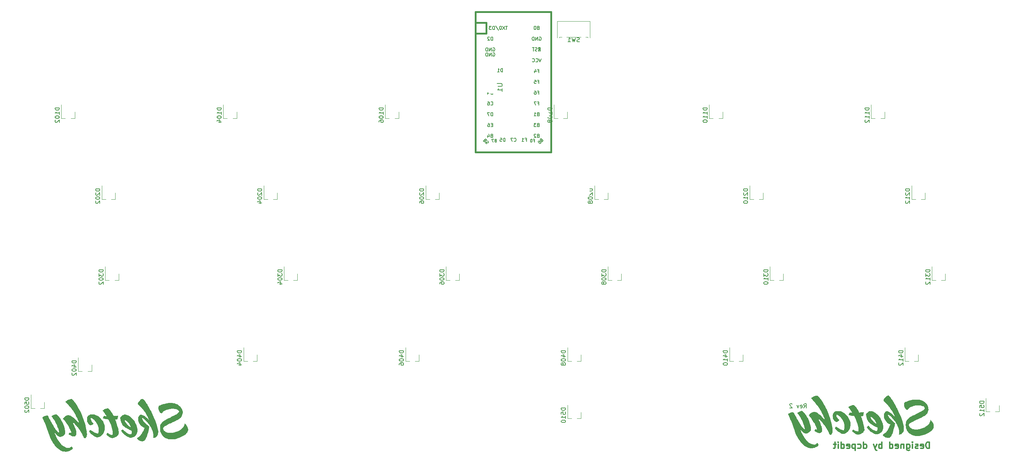
<source format=gbo>
G04 #@! TF.GenerationSoftware,KiCad,Pcbnew,(6.0.1-0)*
G04 #@! TF.CreationDate,2022-06-20T16:47:26-07:00*
G04 #@! TF.ProjectId,sketchy_v2,736b6574-6368-4795-9f76-322e6b696361,1*
G04 #@! TF.SameCoordinates,Original*
G04 #@! TF.FileFunction,Legend,Bot*
G04 #@! TF.FilePolarity,Positive*
%FSLAX46Y46*%
G04 Gerber Fmt 4.6, Leading zero omitted, Abs format (unit mm)*
G04 Created by KiCad (PCBNEW (6.0.1-0)) date 2022-06-20 16:47:26*
%MOMM*%
%LPD*%
G01*
G04 APERTURE LIST*
%ADD10C,0.300000*%
%ADD11C,0.150000*%
%ADD12C,0.203200*%
%ADD13C,0.381000*%
%ADD14C,0.120000*%
%ADD15R,1.752600X1.752600*%
%ADD16C,1.752600*%
%ADD17R,1.700000X1.700000*%
%ADD18O,1.700000X1.700000*%
%ADD19R,2.000000X2.000000*%
%ADD20C,2.000000*%
%ADD21R,2.000000X3.200000*%
%ADD22C,1.750000*%
%ADD23C,3.000000*%
%ADD24C,3.987800*%
%ADD25R,2.550000X2.500000*%
%ADD26C,3.048000*%
%ADD27R,2.500000X2.550000*%
%ADD28C,1.200000*%
%ADD29C,2.100000*%
%ADD30R,0.800000X1.900000*%
G04 APERTURE END LIST*
D10*
X246304107Y-131647321D02*
X246304107Y-130147321D01*
X245946964Y-130147321D01*
X245732678Y-130218750D01*
X245589821Y-130361607D01*
X245518392Y-130504464D01*
X245446964Y-130790178D01*
X245446964Y-131004464D01*
X245518392Y-131290178D01*
X245589821Y-131433035D01*
X245732678Y-131575892D01*
X245946964Y-131647321D01*
X246304107Y-131647321D01*
X244232678Y-131575892D02*
X244375535Y-131647321D01*
X244661250Y-131647321D01*
X244804107Y-131575892D01*
X244875535Y-131433035D01*
X244875535Y-130861607D01*
X244804107Y-130718750D01*
X244661250Y-130647321D01*
X244375535Y-130647321D01*
X244232678Y-130718750D01*
X244161250Y-130861607D01*
X244161250Y-131004464D01*
X244875535Y-131147321D01*
X243589821Y-131575892D02*
X243446964Y-131647321D01*
X243161250Y-131647321D01*
X243018392Y-131575892D01*
X242946964Y-131433035D01*
X242946964Y-131361607D01*
X243018392Y-131218750D01*
X243161250Y-131147321D01*
X243375535Y-131147321D01*
X243518392Y-131075892D01*
X243589821Y-130933035D01*
X243589821Y-130861607D01*
X243518392Y-130718750D01*
X243375535Y-130647321D01*
X243161250Y-130647321D01*
X243018392Y-130718750D01*
X242304107Y-131647321D02*
X242304107Y-130647321D01*
X242304107Y-130147321D02*
X242375535Y-130218750D01*
X242304107Y-130290178D01*
X242232678Y-130218750D01*
X242304107Y-130147321D01*
X242304107Y-130290178D01*
X240946964Y-130647321D02*
X240946964Y-131861607D01*
X241018392Y-132004464D01*
X241089821Y-132075892D01*
X241232678Y-132147321D01*
X241446964Y-132147321D01*
X241589821Y-132075892D01*
X240946964Y-131575892D02*
X241089821Y-131647321D01*
X241375535Y-131647321D01*
X241518392Y-131575892D01*
X241589821Y-131504464D01*
X241661250Y-131361607D01*
X241661250Y-130933035D01*
X241589821Y-130790178D01*
X241518392Y-130718750D01*
X241375535Y-130647321D01*
X241089821Y-130647321D01*
X240946964Y-130718750D01*
X240232678Y-130647321D02*
X240232678Y-131647321D01*
X240232678Y-130790178D02*
X240161250Y-130718750D01*
X240018392Y-130647321D01*
X239804107Y-130647321D01*
X239661250Y-130718750D01*
X239589821Y-130861607D01*
X239589821Y-131647321D01*
X238304107Y-131575892D02*
X238446964Y-131647321D01*
X238732678Y-131647321D01*
X238875535Y-131575892D01*
X238946964Y-131433035D01*
X238946964Y-130861607D01*
X238875535Y-130718750D01*
X238732678Y-130647321D01*
X238446964Y-130647321D01*
X238304107Y-130718750D01*
X238232678Y-130861607D01*
X238232678Y-131004464D01*
X238946964Y-131147321D01*
X236946964Y-131647321D02*
X236946964Y-130147321D01*
X236946964Y-131575892D02*
X237089821Y-131647321D01*
X237375535Y-131647321D01*
X237518392Y-131575892D01*
X237589821Y-131504464D01*
X237661250Y-131361607D01*
X237661250Y-130933035D01*
X237589821Y-130790178D01*
X237518392Y-130718750D01*
X237375535Y-130647321D01*
X237089821Y-130647321D01*
X236946964Y-130718750D01*
X235089821Y-131647321D02*
X235089821Y-130147321D01*
X235089821Y-130718750D02*
X234946964Y-130647321D01*
X234661250Y-130647321D01*
X234518392Y-130718750D01*
X234446964Y-130790178D01*
X234375535Y-130933035D01*
X234375535Y-131361607D01*
X234446964Y-131504464D01*
X234518392Y-131575892D01*
X234661250Y-131647321D01*
X234946964Y-131647321D01*
X235089821Y-131575892D01*
X233875535Y-130647321D02*
X233518392Y-131647321D01*
X233161250Y-130647321D02*
X233518392Y-131647321D01*
X233661250Y-132004464D01*
X233732678Y-132075892D01*
X233875535Y-132147321D01*
X230804107Y-131647321D02*
X230804107Y-130147321D01*
X230804107Y-131575892D02*
X230946964Y-131647321D01*
X231232678Y-131647321D01*
X231375535Y-131575892D01*
X231446964Y-131504464D01*
X231518392Y-131361607D01*
X231518392Y-130933035D01*
X231446964Y-130790178D01*
X231375535Y-130718750D01*
X231232678Y-130647321D01*
X230946964Y-130647321D01*
X230804107Y-130718750D01*
X229446964Y-131575892D02*
X229589821Y-131647321D01*
X229875535Y-131647321D01*
X230018392Y-131575892D01*
X230089821Y-131504464D01*
X230161250Y-131361607D01*
X230161250Y-130933035D01*
X230089821Y-130790178D01*
X230018392Y-130718750D01*
X229875535Y-130647321D01*
X229589821Y-130647321D01*
X229446964Y-130718750D01*
X228804107Y-130647321D02*
X228804107Y-132147321D01*
X228804107Y-130718750D02*
X228661250Y-130647321D01*
X228375535Y-130647321D01*
X228232678Y-130718750D01*
X228161250Y-130790178D01*
X228089821Y-130933035D01*
X228089821Y-131361607D01*
X228161250Y-131504464D01*
X228232678Y-131575892D01*
X228375535Y-131647321D01*
X228661250Y-131647321D01*
X228804107Y-131575892D01*
X226875535Y-131575892D02*
X227018392Y-131647321D01*
X227304107Y-131647321D01*
X227446964Y-131575892D01*
X227518392Y-131433035D01*
X227518392Y-130861607D01*
X227446964Y-130718750D01*
X227304107Y-130647321D01*
X227018392Y-130647321D01*
X226875535Y-130718750D01*
X226804107Y-130861607D01*
X226804107Y-131004464D01*
X227518392Y-131147321D01*
X225518392Y-131647321D02*
X225518392Y-130147321D01*
X225518392Y-131575892D02*
X225661250Y-131647321D01*
X225946964Y-131647321D01*
X226089821Y-131575892D01*
X226161250Y-131504464D01*
X226232678Y-131361607D01*
X226232678Y-130933035D01*
X226161250Y-130790178D01*
X226089821Y-130718750D01*
X225946964Y-130647321D01*
X225661250Y-130647321D01*
X225518392Y-130718750D01*
X224804107Y-131647321D02*
X224804107Y-130647321D01*
X224804107Y-130147321D02*
X224875535Y-130218750D01*
X224804107Y-130290178D01*
X224732678Y-130218750D01*
X224804107Y-130147321D01*
X224804107Y-130290178D01*
X224304107Y-130647321D02*
X223732678Y-130647321D01*
X224089821Y-130147321D02*
X224089821Y-131433035D01*
X224018392Y-131575892D01*
X223875535Y-131647321D01*
X223732678Y-131647321D01*
D11*
X216749142Y-122118380D02*
X217082476Y-121642190D01*
X217320571Y-122118380D02*
X217320571Y-121118380D01*
X216939619Y-121118380D01*
X216844380Y-121166000D01*
X216796761Y-121213619D01*
X216749142Y-121308857D01*
X216749142Y-121451714D01*
X216796761Y-121546952D01*
X216844380Y-121594571D01*
X216939619Y-121642190D01*
X217320571Y-121642190D01*
X215939619Y-122070761D02*
X216034857Y-122118380D01*
X216225333Y-122118380D01*
X216320571Y-122070761D01*
X216368190Y-121975523D01*
X216368190Y-121594571D01*
X216320571Y-121499333D01*
X216225333Y-121451714D01*
X216034857Y-121451714D01*
X215939619Y-121499333D01*
X215892000Y-121594571D01*
X215892000Y-121689809D01*
X216368190Y-121785047D01*
X215558666Y-121451714D02*
X215320571Y-122118380D01*
X215082476Y-121451714D01*
X213987238Y-121213619D02*
X213939619Y-121166000D01*
X213844380Y-121118380D01*
X213606285Y-121118380D01*
X213511047Y-121166000D01*
X213463428Y-121213619D01*
X213415809Y-121308857D01*
X213415809Y-121404095D01*
X213463428Y-121546952D01*
X214034857Y-122118380D01*
X213415809Y-122118380D01*
D12*
X144599107Y-45758214D02*
X145570535Y-45758214D01*
X145684821Y-45815357D01*
X145741964Y-45872500D01*
X145799107Y-45986785D01*
X145799107Y-46215357D01*
X145741964Y-46329642D01*
X145684821Y-46386785D01*
X145570535Y-46443928D01*
X144599107Y-46443928D01*
X145799107Y-47643928D02*
X145799107Y-46958214D01*
X145799107Y-47301071D02*
X144599107Y-47301071D01*
X144770535Y-47186785D01*
X144884821Y-47072500D01*
X144941964Y-46958214D01*
D11*
X141795547Y-59207508D02*
X141889828Y-59254648D01*
X141936969Y-59254648D01*
X142007679Y-59231078D01*
X142078390Y-59160367D01*
X142101960Y-59089657D01*
X142101960Y-59042516D01*
X142078390Y-58971806D01*
X141889828Y-58783244D01*
X141394853Y-59278219D01*
X141559845Y-59443210D01*
X141630556Y-59466780D01*
X141677696Y-59466780D01*
X141748407Y-59443210D01*
X141795547Y-59396070D01*
X141819117Y-59325359D01*
X141819117Y-59278219D01*
X141795547Y-59207508D01*
X141630556Y-59042516D01*
X142125530Y-60008896D02*
X141889828Y-59773193D01*
X142101960Y-59513921D01*
X142101960Y-59561061D01*
X142125530Y-59631772D01*
X142243382Y-59749623D01*
X142314092Y-59773193D01*
X142361233Y-59773193D01*
X142431943Y-59749623D01*
X142549794Y-59631772D01*
X142573365Y-59561061D01*
X142573365Y-59513921D01*
X142549794Y-59443210D01*
X142431943Y-59325359D01*
X142361233Y-59301789D01*
X142314092Y-59301789D01*
X154958916Y-39884404D02*
X154692250Y-40684404D01*
X154425583Y-39884404D01*
X153701773Y-40608214D02*
X153739869Y-40646309D01*
X153854154Y-40684404D01*
X153930345Y-40684404D01*
X154044630Y-40646309D01*
X154120821Y-40570119D01*
X154158916Y-40493928D01*
X154197011Y-40341547D01*
X154197011Y-40227261D01*
X154158916Y-40074880D01*
X154120821Y-39998690D01*
X154044630Y-39922500D01*
X153930345Y-39884404D01*
X153854154Y-39884404D01*
X153739869Y-39922500D01*
X153701773Y-39960595D01*
X152901773Y-40608214D02*
X152939869Y-40646309D01*
X153054154Y-40684404D01*
X153130345Y-40684404D01*
X153244630Y-40646309D01*
X153320821Y-40570119D01*
X153358916Y-40493928D01*
X153397011Y-40341547D01*
X153397011Y-40227261D01*
X153358916Y-40074880D01*
X153320821Y-39998690D01*
X153244630Y-39922500D01*
X153130345Y-39884404D01*
X153054154Y-39884404D01*
X152939869Y-39922500D01*
X152901773Y-39960595D01*
X143579773Y-38589000D02*
X143655964Y-38550904D01*
X143770250Y-38550904D01*
X143884535Y-38589000D01*
X143960726Y-38665190D01*
X143998821Y-38741380D01*
X144036916Y-38893761D01*
X144036916Y-39008047D01*
X143998821Y-39160428D01*
X143960726Y-39236619D01*
X143884535Y-39312809D01*
X143770250Y-39350904D01*
X143694059Y-39350904D01*
X143579773Y-39312809D01*
X143541678Y-39274714D01*
X143541678Y-39008047D01*
X143694059Y-39008047D01*
X143198821Y-39350904D02*
X143198821Y-38550904D01*
X142741678Y-39350904D01*
X142741678Y-38550904D01*
X142360726Y-39350904D02*
X142360726Y-38550904D01*
X142170250Y-38550904D01*
X142055964Y-38589000D01*
X141979773Y-38665190D01*
X141941678Y-38741380D01*
X141903583Y-38893761D01*
X141903583Y-39008047D01*
X141941678Y-39160428D01*
X141979773Y-39236619D01*
X142055964Y-39312809D01*
X142170250Y-39350904D01*
X142360726Y-39350904D01*
X154216059Y-55505357D02*
X154101773Y-55543452D01*
X154063678Y-55581547D01*
X154025583Y-55657738D01*
X154025583Y-55772023D01*
X154063678Y-55848214D01*
X154101773Y-55886309D01*
X154177964Y-55924404D01*
X154482726Y-55924404D01*
X154482726Y-55124404D01*
X154216059Y-55124404D01*
X154139869Y-55162500D01*
X154101773Y-55200595D01*
X154063678Y-55276785D01*
X154063678Y-55352976D01*
X154101773Y-55429166D01*
X154139869Y-55467261D01*
X154216059Y-55505357D01*
X154482726Y-55505357D01*
X153758916Y-55124404D02*
X153263678Y-55124404D01*
X153530345Y-55429166D01*
X153416059Y-55429166D01*
X153339869Y-55467261D01*
X153301773Y-55505357D01*
X153263678Y-55581547D01*
X153263678Y-55772023D01*
X153301773Y-55848214D01*
X153339869Y-55886309D01*
X153416059Y-55924404D01*
X153644630Y-55924404D01*
X153720821Y-55886309D01*
X153758916Y-55848214D01*
X143560726Y-53384404D02*
X143560726Y-52584404D01*
X143370250Y-52584404D01*
X143255964Y-52622500D01*
X143179773Y-52698690D01*
X143141678Y-52774880D01*
X143103583Y-52927261D01*
X143103583Y-53041547D01*
X143141678Y-53193928D01*
X143179773Y-53270119D01*
X143255964Y-53346309D01*
X143370250Y-53384404D01*
X143560726Y-53384404D01*
X142836916Y-52584404D02*
X142303583Y-52584404D01*
X142646440Y-53384404D01*
X154996241Y-59136797D02*
X154949101Y-59231078D01*
X154949101Y-59278219D01*
X154972671Y-59348929D01*
X155043382Y-59419640D01*
X155114092Y-59443210D01*
X155161233Y-59443210D01*
X155231943Y-59419640D01*
X155420505Y-59231078D01*
X154925530Y-58736103D01*
X154760539Y-58901095D01*
X154736969Y-58971806D01*
X154736969Y-59018946D01*
X154760539Y-59089657D01*
X154807679Y-59136797D01*
X154878390Y-59160367D01*
X154925530Y-59160367D01*
X154996241Y-59136797D01*
X155161233Y-58971806D01*
X154218424Y-59443210D02*
X154312705Y-59348929D01*
X154383415Y-59325359D01*
X154430556Y-59325359D01*
X154548407Y-59348929D01*
X154666258Y-59419640D01*
X154854820Y-59608202D01*
X154878390Y-59678912D01*
X154878390Y-59726053D01*
X154854820Y-59796764D01*
X154760539Y-59891044D01*
X154689828Y-59914615D01*
X154642688Y-59914615D01*
X154571977Y-59891044D01*
X154454126Y-59773193D01*
X154430556Y-59702483D01*
X154430556Y-59655342D01*
X154454126Y-59584632D01*
X154548407Y-59490351D01*
X154619117Y-59466780D01*
X154666258Y-59466780D01*
X154736969Y-59490351D01*
X153164583Y-59222500D02*
X153397916Y-59222500D01*
X153397916Y-59589166D02*
X153397916Y-58889166D01*
X153064583Y-58889166D01*
X152664583Y-58889166D02*
X152597916Y-58889166D01*
X152531250Y-58922500D01*
X152497916Y-58955833D01*
X152464583Y-59022500D01*
X152431250Y-59155833D01*
X152431250Y-59322500D01*
X152464583Y-59455833D01*
X152497916Y-59522500D01*
X152531250Y-59555833D01*
X152597916Y-59589166D01*
X152664583Y-59589166D01*
X152731250Y-59555833D01*
X152764583Y-59522500D01*
X152797916Y-59455833D01*
X152831250Y-59322500D01*
X152831250Y-59155833D01*
X152797916Y-59022500D01*
X152764583Y-58955833D01*
X152731250Y-58922500D01*
X152664583Y-58889166D01*
X148564583Y-59358214D02*
X148602678Y-59396309D01*
X148716964Y-59434404D01*
X148793154Y-59434404D01*
X148907440Y-59396309D01*
X148983630Y-59320119D01*
X149021726Y-59243928D01*
X149059821Y-59091547D01*
X149059821Y-58977261D01*
X149021726Y-58824880D01*
X148983630Y-58748690D01*
X148907440Y-58672500D01*
X148793154Y-58634404D01*
X148716964Y-58634404D01*
X148602678Y-58672500D01*
X148564583Y-58710595D01*
X148297916Y-58634404D02*
X147764583Y-58634404D01*
X148107440Y-59434404D01*
X143579773Y-37382500D02*
X143655964Y-37344404D01*
X143770250Y-37344404D01*
X143884535Y-37382500D01*
X143960726Y-37458690D01*
X143998821Y-37534880D01*
X144036916Y-37687261D01*
X144036916Y-37801547D01*
X143998821Y-37953928D01*
X143960726Y-38030119D01*
X143884535Y-38106309D01*
X143770250Y-38144404D01*
X143694059Y-38144404D01*
X143579773Y-38106309D01*
X143541678Y-38068214D01*
X143541678Y-37801547D01*
X143694059Y-37801547D01*
X143198821Y-38144404D02*
X143198821Y-37344404D01*
X142741678Y-38144404D01*
X142741678Y-37344404D01*
X142360726Y-38144404D02*
X142360726Y-37344404D01*
X142170250Y-37344404D01*
X142055964Y-37382500D01*
X141979773Y-37458690D01*
X141941678Y-37534880D01*
X141903583Y-37687261D01*
X141903583Y-37801547D01*
X141941678Y-37953928D01*
X141979773Y-38030119D01*
X142055964Y-38106309D01*
X142170250Y-38144404D01*
X142360726Y-38144404D01*
X151237916Y-59015357D02*
X151504583Y-59015357D01*
X151504583Y-59434404D02*
X151504583Y-58634404D01*
X151123630Y-58634404D01*
X150399821Y-59434404D02*
X150856964Y-59434404D01*
X150628392Y-59434404D02*
X150628392Y-58634404D01*
X150704583Y-58748690D01*
X150780773Y-58824880D01*
X150856964Y-58862976D01*
X143560726Y-35604404D02*
X143560726Y-34804404D01*
X143370250Y-34804404D01*
X143255964Y-34842500D01*
X143179773Y-34918690D01*
X143141678Y-34994880D01*
X143103583Y-35147261D01*
X143103583Y-35261547D01*
X143141678Y-35413928D01*
X143179773Y-35490119D01*
X143255964Y-35566309D01*
X143370250Y-35604404D01*
X143560726Y-35604404D01*
X142798821Y-34880595D02*
X142760726Y-34842500D01*
X142684535Y-34804404D01*
X142494059Y-34804404D01*
X142417869Y-34842500D01*
X142379773Y-34880595D01*
X142341678Y-34956785D01*
X142341678Y-35032976D01*
X142379773Y-35147261D01*
X142836916Y-35604404D01*
X142341678Y-35604404D01*
X154216059Y-58045357D02*
X154101773Y-58083452D01*
X154063678Y-58121547D01*
X154025583Y-58197738D01*
X154025583Y-58312023D01*
X154063678Y-58388214D01*
X154101773Y-58426309D01*
X154177964Y-58464404D01*
X154482726Y-58464404D01*
X154482726Y-57664404D01*
X154216059Y-57664404D01*
X154139869Y-57702500D01*
X154101773Y-57740595D01*
X154063678Y-57816785D01*
X154063678Y-57892976D01*
X154101773Y-57969166D01*
X154139869Y-58007261D01*
X154216059Y-58045357D01*
X154482726Y-58045357D01*
X153720821Y-57740595D02*
X153682726Y-57702500D01*
X153606535Y-57664404D01*
X153416059Y-57664404D01*
X153339869Y-57702500D01*
X153301773Y-57740595D01*
X153263678Y-57816785D01*
X153263678Y-57892976D01*
X153301773Y-58007261D01*
X153758916Y-58464404D01*
X153263678Y-58464404D01*
X154158916Y-47885357D02*
X154425583Y-47885357D01*
X154425583Y-48304404D02*
X154425583Y-47504404D01*
X154044630Y-47504404D01*
X153397011Y-47504404D02*
X153549392Y-47504404D01*
X153625583Y-47542500D01*
X153663678Y-47580595D01*
X153739869Y-47694880D01*
X153777964Y-47847261D01*
X153777964Y-48152023D01*
X153739869Y-48228214D01*
X153701773Y-48266309D01*
X153625583Y-48304404D01*
X153473202Y-48304404D01*
X153397011Y-48266309D01*
X153358916Y-48228214D01*
X153320821Y-48152023D01*
X153320821Y-47961547D01*
X153358916Y-47885357D01*
X153397011Y-47847261D01*
X153473202Y-47809166D01*
X153625583Y-47809166D01*
X153701773Y-47847261D01*
X153739869Y-47885357D01*
X153777964Y-47961547D01*
X146481726Y-59434404D02*
X146481726Y-58634404D01*
X146291250Y-58634404D01*
X146176964Y-58672500D01*
X146100773Y-58748690D01*
X146062678Y-58824880D01*
X146024583Y-58977261D01*
X146024583Y-59091547D01*
X146062678Y-59243928D01*
X146100773Y-59320119D01*
X146176964Y-59396309D01*
X146291250Y-59434404D01*
X146481726Y-59434404D01*
X145300773Y-58634404D02*
X145681726Y-58634404D01*
X145719821Y-59015357D01*
X145681726Y-58977261D01*
X145605535Y-58939166D01*
X145415059Y-58939166D01*
X145338869Y-58977261D01*
X145300773Y-59015357D01*
X145262678Y-59091547D01*
X145262678Y-59282023D01*
X145300773Y-59358214D01*
X145338869Y-59396309D01*
X145415059Y-59434404D01*
X145605535Y-59434404D01*
X145681726Y-59396309D01*
X145719821Y-59358214D01*
X143522630Y-55505357D02*
X143255964Y-55505357D01*
X143141678Y-55924404D02*
X143522630Y-55924404D01*
X143522630Y-55124404D01*
X143141678Y-55124404D01*
X142455964Y-55124404D02*
X142608345Y-55124404D01*
X142684535Y-55162500D01*
X142722630Y-55200595D01*
X142798821Y-55314880D01*
X142836916Y-55467261D01*
X142836916Y-55772023D01*
X142798821Y-55848214D01*
X142760726Y-55886309D01*
X142684535Y-55924404D01*
X142532154Y-55924404D01*
X142455964Y-55886309D01*
X142417869Y-55848214D01*
X142379773Y-55772023D01*
X142379773Y-55581547D01*
X142417869Y-55505357D01*
X142455964Y-55467261D01*
X142532154Y-55429166D01*
X142684535Y-55429166D01*
X142760726Y-55467261D01*
X142798821Y-55505357D01*
X142836916Y-55581547D01*
X154158916Y-45345357D02*
X154425583Y-45345357D01*
X154425583Y-45764404D02*
X154425583Y-44964404D01*
X154044630Y-44964404D01*
X153358916Y-44964404D02*
X153739869Y-44964404D01*
X153777964Y-45345357D01*
X153739869Y-45307261D01*
X153663678Y-45269166D01*
X153473202Y-45269166D01*
X153397011Y-45307261D01*
X153358916Y-45345357D01*
X153320821Y-45421547D01*
X153320821Y-45612023D01*
X153358916Y-45688214D01*
X153397011Y-45726309D01*
X153473202Y-45764404D01*
X153663678Y-45764404D01*
X153739869Y-45726309D01*
X153777964Y-45688214D01*
X154004583Y-38086309D02*
X153890297Y-38124404D01*
X153699821Y-38124404D01*
X153623630Y-38086309D01*
X153585535Y-38048214D01*
X153547440Y-37972023D01*
X153547440Y-37895833D01*
X153585535Y-37819642D01*
X153623630Y-37781547D01*
X153699821Y-37743452D01*
X153852202Y-37705357D01*
X153928392Y-37667261D01*
X153966488Y-37629166D01*
X154004583Y-37552976D01*
X154004583Y-37476785D01*
X153966488Y-37400595D01*
X153928392Y-37362500D01*
X153852202Y-37324404D01*
X153661726Y-37324404D01*
X153547440Y-37362500D01*
X153318869Y-37324404D02*
X152861726Y-37324404D01*
X153090297Y-38124404D02*
X153090297Y-37324404D01*
X154501773Y-34842500D02*
X154577964Y-34804404D01*
X154692250Y-34804404D01*
X154806535Y-34842500D01*
X154882726Y-34918690D01*
X154920821Y-34994880D01*
X154958916Y-35147261D01*
X154958916Y-35261547D01*
X154920821Y-35413928D01*
X154882726Y-35490119D01*
X154806535Y-35566309D01*
X154692250Y-35604404D01*
X154616059Y-35604404D01*
X154501773Y-35566309D01*
X154463678Y-35528214D01*
X154463678Y-35261547D01*
X154616059Y-35261547D01*
X154120821Y-35604404D02*
X154120821Y-34804404D01*
X153663678Y-35604404D01*
X153663678Y-34804404D01*
X153282726Y-35604404D02*
X153282726Y-34804404D01*
X153092250Y-34804404D01*
X152977964Y-34842500D01*
X152901773Y-34918690D01*
X152863678Y-34994880D01*
X152825583Y-35147261D01*
X152825583Y-35261547D01*
X152863678Y-35413928D01*
X152901773Y-35490119D01*
X152977964Y-35566309D01*
X153092250Y-35604404D01*
X153282726Y-35604404D01*
X143560726Y-46716904D02*
X143560726Y-45916904D01*
X143370250Y-45916904D01*
X143255964Y-45955000D01*
X143179773Y-46031190D01*
X143141678Y-46107380D01*
X143103583Y-46259761D01*
X143103583Y-46374047D01*
X143141678Y-46526428D01*
X143179773Y-46602619D01*
X143255964Y-46678809D01*
X143370250Y-46716904D01*
X143560726Y-46716904D01*
X142608345Y-45916904D02*
X142532154Y-45916904D01*
X142455964Y-45955000D01*
X142417869Y-45993095D01*
X142379773Y-46069285D01*
X142341678Y-46221666D01*
X142341678Y-46412142D01*
X142379773Y-46564523D01*
X142417869Y-46640714D01*
X142455964Y-46678809D01*
X142532154Y-46716904D01*
X142608345Y-46716904D01*
X142684535Y-46678809D01*
X142722630Y-46640714D01*
X142760726Y-46564523D01*
X142798821Y-46412142D01*
X142798821Y-46221666D01*
X142760726Y-46069285D01*
X142722630Y-45993095D01*
X142684535Y-45955000D01*
X142608345Y-45916904D01*
X144214583Y-59222500D02*
X144114583Y-59255833D01*
X144081250Y-59289166D01*
X144047916Y-59355833D01*
X144047916Y-59455833D01*
X144081250Y-59522500D01*
X144114583Y-59555833D01*
X144181250Y-59589166D01*
X144447916Y-59589166D01*
X144447916Y-58889166D01*
X144214583Y-58889166D01*
X144147916Y-58922500D01*
X144114583Y-58955833D01*
X144081250Y-59022500D01*
X144081250Y-59089166D01*
X144114583Y-59155833D01*
X144147916Y-59189166D01*
X144214583Y-59222500D01*
X144447916Y-59222500D01*
X143814583Y-58889166D02*
X143347916Y-58889166D01*
X143647916Y-59589166D01*
X154158916Y-50425357D02*
X154425583Y-50425357D01*
X154425583Y-50844404D02*
X154425583Y-50044404D01*
X154044630Y-50044404D01*
X153816059Y-50044404D02*
X153282726Y-50044404D01*
X153625583Y-50844404D01*
X147049854Y-32264404D02*
X146592711Y-32264404D01*
X146821282Y-33064404D02*
X146821282Y-32264404D01*
X146402235Y-32264404D02*
X145868901Y-33064404D01*
X145868901Y-32264404D02*
X146402235Y-33064404D01*
X145411758Y-32264404D02*
X145335568Y-32264404D01*
X145259378Y-32302500D01*
X145221282Y-32340595D01*
X145183187Y-32416785D01*
X145145092Y-32569166D01*
X145145092Y-32759642D01*
X145183187Y-32912023D01*
X145221282Y-32988214D01*
X145259378Y-33026309D01*
X145335568Y-33064404D01*
X145411758Y-33064404D01*
X145487949Y-33026309D01*
X145526044Y-32988214D01*
X145564139Y-32912023D01*
X145602235Y-32759642D01*
X145602235Y-32569166D01*
X145564139Y-32416785D01*
X145526044Y-32340595D01*
X145487949Y-32302500D01*
X145411758Y-32264404D01*
X144230806Y-32226309D02*
X144916520Y-33254880D01*
X143964139Y-33064404D02*
X143964139Y-32264404D01*
X143773663Y-32264404D01*
X143659378Y-32302500D01*
X143583187Y-32378690D01*
X143545092Y-32454880D01*
X143506997Y-32607261D01*
X143506997Y-32721547D01*
X143545092Y-32873928D01*
X143583187Y-32950119D01*
X143659378Y-33026309D01*
X143773663Y-33064404D01*
X143964139Y-33064404D01*
X143240330Y-32264404D02*
X142745092Y-32264404D01*
X143011758Y-32569166D01*
X142897473Y-32569166D01*
X142821282Y-32607261D01*
X142783187Y-32645357D01*
X142745092Y-32721547D01*
X142745092Y-32912023D01*
X142783187Y-32988214D01*
X142821282Y-33026309D01*
X142897473Y-33064404D01*
X143126044Y-33064404D01*
X143202235Y-33026309D01*
X143240330Y-32988214D01*
X143294059Y-58045357D02*
X143179773Y-58083452D01*
X143141678Y-58121547D01*
X143103583Y-58197738D01*
X143103583Y-58312023D01*
X143141678Y-58388214D01*
X143179773Y-58426309D01*
X143255964Y-58464404D01*
X143560726Y-58464404D01*
X143560726Y-57664404D01*
X143294059Y-57664404D01*
X143217869Y-57702500D01*
X143179773Y-57740595D01*
X143141678Y-57816785D01*
X143141678Y-57892976D01*
X143179773Y-57969166D01*
X143217869Y-58007261D01*
X143294059Y-58045357D01*
X143560726Y-58045357D01*
X142417869Y-57931071D02*
X142417869Y-58464404D01*
X142608345Y-57626309D02*
X142798821Y-58197738D01*
X142303583Y-58197738D01*
X154216059Y-32645357D02*
X154101773Y-32683452D01*
X154063678Y-32721547D01*
X154025583Y-32797738D01*
X154025583Y-32912023D01*
X154063678Y-32988214D01*
X154101773Y-33026309D01*
X154177964Y-33064404D01*
X154482726Y-33064404D01*
X154482726Y-32264404D01*
X154216059Y-32264404D01*
X154139869Y-32302500D01*
X154101773Y-32340595D01*
X154063678Y-32416785D01*
X154063678Y-32492976D01*
X154101773Y-32569166D01*
X154139869Y-32607261D01*
X154216059Y-32645357D01*
X154482726Y-32645357D01*
X153530345Y-32264404D02*
X153454154Y-32264404D01*
X153377964Y-32302500D01*
X153339869Y-32340595D01*
X153301773Y-32416785D01*
X153263678Y-32569166D01*
X153263678Y-32759642D01*
X153301773Y-32912023D01*
X153339869Y-32988214D01*
X153377964Y-33026309D01*
X153454154Y-33064404D01*
X153530345Y-33064404D01*
X153606535Y-33026309D01*
X153644630Y-32988214D01*
X153682726Y-32912023D01*
X153720821Y-32759642D01*
X153720821Y-32569166D01*
X153682726Y-32416785D01*
X153644630Y-32340595D01*
X153606535Y-32302500D01*
X153530345Y-32264404D01*
X154216059Y-52965357D02*
X154101773Y-53003452D01*
X154063678Y-53041547D01*
X154025583Y-53117738D01*
X154025583Y-53232023D01*
X154063678Y-53308214D01*
X154101773Y-53346309D01*
X154177964Y-53384404D01*
X154482726Y-53384404D01*
X154482726Y-52584404D01*
X154216059Y-52584404D01*
X154139869Y-52622500D01*
X154101773Y-52660595D01*
X154063678Y-52736785D01*
X154063678Y-52812976D01*
X154101773Y-52889166D01*
X154139869Y-52927261D01*
X154216059Y-52965357D01*
X154482726Y-52965357D01*
X153263678Y-53384404D02*
X153720821Y-53384404D01*
X153492250Y-53384404D02*
X153492250Y-52584404D01*
X153568440Y-52698690D01*
X153644630Y-52774880D01*
X153720821Y-52812976D01*
X143103583Y-50768214D02*
X143141678Y-50806309D01*
X143255964Y-50844404D01*
X143332154Y-50844404D01*
X143446440Y-50806309D01*
X143522630Y-50730119D01*
X143560726Y-50653928D01*
X143598821Y-50501547D01*
X143598821Y-50387261D01*
X143560726Y-50234880D01*
X143522630Y-50158690D01*
X143446440Y-50082500D01*
X143332154Y-50044404D01*
X143255964Y-50044404D01*
X143141678Y-50082500D01*
X143103583Y-50120595D01*
X142417869Y-50044404D02*
X142570250Y-50044404D01*
X142646440Y-50082500D01*
X142684535Y-50120595D01*
X142760726Y-50234880D01*
X142798821Y-50387261D01*
X142798821Y-50692023D01*
X142760726Y-50768214D01*
X142722630Y-50806309D01*
X142646440Y-50844404D01*
X142494059Y-50844404D01*
X142417869Y-50806309D01*
X142379773Y-50768214D01*
X142341678Y-50692023D01*
X142341678Y-50501547D01*
X142379773Y-50425357D01*
X142417869Y-50387261D01*
X142494059Y-50349166D01*
X142646440Y-50349166D01*
X142722630Y-50387261D01*
X142760726Y-50425357D01*
X142798821Y-50501547D01*
X143560726Y-48304404D02*
X143560726Y-47504404D01*
X143370250Y-47504404D01*
X143255964Y-47542500D01*
X143179773Y-47618690D01*
X143141678Y-47694880D01*
X143103583Y-47847261D01*
X143103583Y-47961547D01*
X143141678Y-48113928D01*
X143179773Y-48190119D01*
X143255964Y-48266309D01*
X143370250Y-48304404D01*
X143560726Y-48304404D01*
X142417869Y-47771071D02*
X142417869Y-48304404D01*
X142608345Y-47466309D02*
X142798821Y-48037738D01*
X142303583Y-48037738D01*
X145878476Y-43033904D02*
X145878476Y-42233904D01*
X145688000Y-42233904D01*
X145573714Y-42272000D01*
X145497523Y-42348190D01*
X145459428Y-42424380D01*
X145421333Y-42576761D01*
X145421333Y-42691047D01*
X145459428Y-42843428D01*
X145497523Y-42919619D01*
X145573714Y-42995809D01*
X145688000Y-43033904D01*
X145878476Y-43033904D01*
X144659428Y-43033904D02*
X145116571Y-43033904D01*
X144888000Y-43033904D02*
X144888000Y-42233904D01*
X144964190Y-42348190D01*
X145040380Y-42424380D01*
X145116571Y-42462476D01*
X154158916Y-42805357D02*
X154425583Y-42805357D01*
X154425583Y-43224404D02*
X154425583Y-42424404D01*
X154044630Y-42424404D01*
X153397011Y-42691071D02*
X153397011Y-43224404D01*
X153587488Y-42386309D02*
X153777964Y-42957738D01*
X153282726Y-42957738D01*
X163933333Y-35928511D02*
X163790476Y-35976130D01*
X163552380Y-35976130D01*
X163457142Y-35928511D01*
X163409523Y-35880892D01*
X163361904Y-35785654D01*
X163361904Y-35690416D01*
X163409523Y-35595178D01*
X163457142Y-35547559D01*
X163552380Y-35499940D01*
X163742857Y-35452321D01*
X163838095Y-35404702D01*
X163885714Y-35357083D01*
X163933333Y-35261845D01*
X163933333Y-35166607D01*
X163885714Y-35071369D01*
X163838095Y-35023750D01*
X163742857Y-34976130D01*
X163504761Y-34976130D01*
X163361904Y-35023750D01*
X163028571Y-34976130D02*
X162790476Y-35976130D01*
X162600000Y-35261845D01*
X162409523Y-35976130D01*
X162171428Y-34976130D01*
X161266666Y-35976130D02*
X161838095Y-35976130D01*
X161552380Y-35976130D02*
X161552380Y-34976130D01*
X161647619Y-35118988D01*
X161742857Y-35214226D01*
X161838095Y-35261845D01*
X41608630Y-51490773D02*
X40608630Y-51490773D01*
X40608630Y-51728869D01*
X40656250Y-51871726D01*
X40751488Y-51966964D01*
X40846726Y-52014583D01*
X41037202Y-52062202D01*
X41180059Y-52062202D01*
X41370535Y-52014583D01*
X41465773Y-51966964D01*
X41561011Y-51871726D01*
X41608630Y-51728869D01*
X41608630Y-51490773D01*
X41608630Y-53014583D02*
X41608630Y-52443154D01*
X41608630Y-52728869D02*
X40608630Y-52728869D01*
X40751488Y-52633630D01*
X40846726Y-52538392D01*
X40894345Y-52443154D01*
X40608630Y-53633630D02*
X40608630Y-53728869D01*
X40656250Y-53824107D01*
X40703869Y-53871726D01*
X40799107Y-53919345D01*
X40989583Y-53966964D01*
X41227678Y-53966964D01*
X41418154Y-53919345D01*
X41513392Y-53871726D01*
X41561011Y-53824107D01*
X41608630Y-53728869D01*
X41608630Y-53633630D01*
X41561011Y-53538392D01*
X41513392Y-53490773D01*
X41418154Y-53443154D01*
X41227678Y-53395535D01*
X40989583Y-53395535D01*
X40799107Y-53443154D01*
X40703869Y-53490773D01*
X40656250Y-53538392D01*
X40608630Y-53633630D01*
X40703869Y-54347916D02*
X40656250Y-54395535D01*
X40608630Y-54490773D01*
X40608630Y-54728869D01*
X40656250Y-54824107D01*
X40703869Y-54871726D01*
X40799107Y-54919345D01*
X40894345Y-54919345D01*
X41037202Y-54871726D01*
X41608630Y-54300297D01*
X41608630Y-54919345D01*
X79708630Y-51490773D02*
X78708630Y-51490773D01*
X78708630Y-51728869D01*
X78756250Y-51871726D01*
X78851488Y-51966964D01*
X78946726Y-52014583D01*
X79137202Y-52062202D01*
X79280059Y-52062202D01*
X79470535Y-52014583D01*
X79565773Y-51966964D01*
X79661011Y-51871726D01*
X79708630Y-51728869D01*
X79708630Y-51490773D01*
X79708630Y-53014583D02*
X79708630Y-52443154D01*
X79708630Y-52728869D02*
X78708630Y-52728869D01*
X78851488Y-52633630D01*
X78946726Y-52538392D01*
X78994345Y-52443154D01*
X78708630Y-53633630D02*
X78708630Y-53728869D01*
X78756250Y-53824107D01*
X78803869Y-53871726D01*
X78899107Y-53919345D01*
X79089583Y-53966964D01*
X79327678Y-53966964D01*
X79518154Y-53919345D01*
X79613392Y-53871726D01*
X79661011Y-53824107D01*
X79708630Y-53728869D01*
X79708630Y-53633630D01*
X79661011Y-53538392D01*
X79613392Y-53490773D01*
X79518154Y-53443154D01*
X79327678Y-53395535D01*
X79089583Y-53395535D01*
X78899107Y-53443154D01*
X78803869Y-53490773D01*
X78756250Y-53538392D01*
X78708630Y-53633630D01*
X79041964Y-54824107D02*
X79708630Y-54824107D01*
X78661011Y-54586011D02*
X79375297Y-54347916D01*
X79375297Y-54966964D01*
X194008630Y-51490773D02*
X193008630Y-51490773D01*
X193008630Y-51728869D01*
X193056250Y-51871726D01*
X193151488Y-51966964D01*
X193246726Y-52014583D01*
X193437202Y-52062202D01*
X193580059Y-52062202D01*
X193770535Y-52014583D01*
X193865773Y-51966964D01*
X193961011Y-51871726D01*
X194008630Y-51728869D01*
X194008630Y-51490773D01*
X194008630Y-53014583D02*
X194008630Y-52443154D01*
X194008630Y-52728869D02*
X193008630Y-52728869D01*
X193151488Y-52633630D01*
X193246726Y-52538392D01*
X193294345Y-52443154D01*
X194008630Y-53966964D02*
X194008630Y-53395535D01*
X194008630Y-53681250D02*
X193008630Y-53681250D01*
X193151488Y-53586011D01*
X193246726Y-53490773D01*
X193294345Y-53395535D01*
X193008630Y-54586011D02*
X193008630Y-54681250D01*
X193056250Y-54776488D01*
X193103869Y-54824107D01*
X193199107Y-54871726D01*
X193389583Y-54919345D01*
X193627678Y-54919345D01*
X193818154Y-54871726D01*
X193913392Y-54824107D01*
X193961011Y-54776488D01*
X194008630Y-54681250D01*
X194008630Y-54586011D01*
X193961011Y-54490773D01*
X193913392Y-54443154D01*
X193818154Y-54395535D01*
X193627678Y-54347916D01*
X193389583Y-54347916D01*
X193199107Y-54395535D01*
X193103869Y-54443154D01*
X193056250Y-54490773D01*
X193008630Y-54586011D01*
X246396130Y-89590773D02*
X245396130Y-89590773D01*
X245396130Y-89828869D01*
X245443750Y-89971726D01*
X245538988Y-90066964D01*
X245634226Y-90114583D01*
X245824702Y-90162202D01*
X245967559Y-90162202D01*
X246158035Y-90114583D01*
X246253273Y-90066964D01*
X246348511Y-89971726D01*
X246396130Y-89828869D01*
X246396130Y-89590773D01*
X245396130Y-90495535D02*
X245396130Y-91114583D01*
X245777083Y-90781250D01*
X245777083Y-90924107D01*
X245824702Y-91019345D01*
X245872321Y-91066964D01*
X245967559Y-91114583D01*
X246205654Y-91114583D01*
X246300892Y-91066964D01*
X246348511Y-91019345D01*
X246396130Y-90924107D01*
X246396130Y-90638392D01*
X246348511Y-90543154D01*
X246300892Y-90495535D01*
X246396130Y-92066964D02*
X246396130Y-91495535D01*
X246396130Y-91781250D02*
X245396130Y-91781250D01*
X245538988Y-91686011D01*
X245634226Y-91590773D01*
X245681845Y-91495535D01*
X245491369Y-92447916D02*
X245443750Y-92495535D01*
X245396130Y-92590773D01*
X245396130Y-92828869D01*
X245443750Y-92924107D01*
X245491369Y-92971726D01*
X245586607Y-93019345D01*
X245681845Y-93019345D01*
X245824702Y-92971726D01*
X246396130Y-92400297D01*
X246396130Y-93019345D01*
X45577380Y-111022023D02*
X44577380Y-111022023D01*
X44577380Y-111260119D01*
X44625000Y-111402976D01*
X44720238Y-111498214D01*
X44815476Y-111545833D01*
X45005952Y-111593452D01*
X45148809Y-111593452D01*
X45339285Y-111545833D01*
X45434523Y-111498214D01*
X45529761Y-111402976D01*
X45577380Y-111260119D01*
X45577380Y-111022023D01*
X44910714Y-112450595D02*
X45577380Y-112450595D01*
X44529761Y-112212500D02*
X45244047Y-111974404D01*
X45244047Y-112593452D01*
X44577380Y-113164880D02*
X44577380Y-113260119D01*
X44625000Y-113355357D01*
X44672619Y-113402976D01*
X44767857Y-113450595D01*
X44958333Y-113498214D01*
X45196428Y-113498214D01*
X45386904Y-113450595D01*
X45482142Y-113402976D01*
X45529761Y-113355357D01*
X45577380Y-113260119D01*
X45577380Y-113164880D01*
X45529761Y-113069642D01*
X45482142Y-113022023D01*
X45386904Y-112974404D01*
X45196428Y-112926785D01*
X44958333Y-112926785D01*
X44767857Y-112974404D01*
X44672619Y-113022023D01*
X44625000Y-113069642D01*
X44577380Y-113164880D01*
X44672619Y-113879166D02*
X44625000Y-113926785D01*
X44577380Y-114022023D01*
X44577380Y-114260119D01*
X44625000Y-114355357D01*
X44672619Y-114402976D01*
X44767857Y-114450595D01*
X44863095Y-114450595D01*
X45005952Y-114402976D01*
X45577380Y-113831547D01*
X45577380Y-114450595D01*
X51927380Y-89590773D02*
X50927380Y-89590773D01*
X50927380Y-89828869D01*
X50975000Y-89971726D01*
X51070238Y-90066964D01*
X51165476Y-90114583D01*
X51355952Y-90162202D01*
X51498809Y-90162202D01*
X51689285Y-90114583D01*
X51784523Y-90066964D01*
X51879761Y-89971726D01*
X51927380Y-89828869D01*
X51927380Y-89590773D01*
X50927380Y-90495535D02*
X50927380Y-91114583D01*
X51308333Y-90781250D01*
X51308333Y-90924107D01*
X51355952Y-91019345D01*
X51403571Y-91066964D01*
X51498809Y-91114583D01*
X51736904Y-91114583D01*
X51832142Y-91066964D01*
X51879761Y-91019345D01*
X51927380Y-90924107D01*
X51927380Y-90638392D01*
X51879761Y-90543154D01*
X51832142Y-90495535D01*
X50927380Y-91733630D02*
X50927380Y-91828869D01*
X50975000Y-91924107D01*
X51022619Y-91971726D01*
X51117857Y-92019345D01*
X51308333Y-92066964D01*
X51546428Y-92066964D01*
X51736904Y-92019345D01*
X51832142Y-91971726D01*
X51879761Y-91924107D01*
X51927380Y-91828869D01*
X51927380Y-91733630D01*
X51879761Y-91638392D01*
X51832142Y-91590773D01*
X51736904Y-91543154D01*
X51546428Y-91495535D01*
X51308333Y-91495535D01*
X51117857Y-91543154D01*
X51022619Y-91590773D01*
X50975000Y-91638392D01*
X50927380Y-91733630D01*
X51022619Y-92447916D02*
X50975000Y-92495535D01*
X50927380Y-92590773D01*
X50927380Y-92828869D01*
X50975000Y-92924107D01*
X51022619Y-92971726D01*
X51117857Y-93019345D01*
X51213095Y-93019345D01*
X51355952Y-92971726D01*
X51927380Y-92400297D01*
X51927380Y-93019345D01*
X160671130Y-122134523D02*
X159671130Y-122134523D01*
X159671130Y-122372619D01*
X159718750Y-122515476D01*
X159813988Y-122610714D01*
X159909226Y-122658333D01*
X160099702Y-122705952D01*
X160242559Y-122705952D01*
X160433035Y-122658333D01*
X160528273Y-122610714D01*
X160623511Y-122515476D01*
X160671130Y-122372619D01*
X160671130Y-122134523D01*
X159671130Y-123610714D02*
X159671130Y-123134523D01*
X160147321Y-123086904D01*
X160099702Y-123134523D01*
X160052083Y-123229761D01*
X160052083Y-123467857D01*
X160099702Y-123563095D01*
X160147321Y-123610714D01*
X160242559Y-123658333D01*
X160480654Y-123658333D01*
X160575892Y-123610714D01*
X160623511Y-123563095D01*
X160671130Y-123467857D01*
X160671130Y-123229761D01*
X160623511Y-123134523D01*
X160575892Y-123086904D01*
X160671130Y-124610714D02*
X160671130Y-124039285D01*
X160671130Y-124325000D02*
X159671130Y-124325000D01*
X159813988Y-124229761D01*
X159909226Y-124134523D01*
X159956845Y-124039285D01*
X159671130Y-125229761D02*
X159671130Y-125325000D01*
X159718750Y-125420238D01*
X159766369Y-125467857D01*
X159861607Y-125515476D01*
X160052083Y-125563095D01*
X160290178Y-125563095D01*
X160480654Y-125515476D01*
X160575892Y-125467857D01*
X160623511Y-125420238D01*
X160671130Y-125325000D01*
X160671130Y-125229761D01*
X160623511Y-125134523D01*
X160575892Y-125086904D01*
X160480654Y-125039285D01*
X160290178Y-124991666D01*
X160052083Y-124991666D01*
X159861607Y-125039285D01*
X159766369Y-125086904D01*
X159718750Y-125134523D01*
X159671130Y-125229761D01*
X157496130Y-51490773D02*
X156496130Y-51490773D01*
X156496130Y-51728869D01*
X156543750Y-51871726D01*
X156638988Y-51966964D01*
X156734226Y-52014583D01*
X156924702Y-52062202D01*
X157067559Y-52062202D01*
X157258035Y-52014583D01*
X157353273Y-51966964D01*
X157448511Y-51871726D01*
X157496130Y-51728869D01*
X157496130Y-51490773D01*
X157496130Y-53014583D02*
X157496130Y-52443154D01*
X157496130Y-52728869D02*
X156496130Y-52728869D01*
X156638988Y-52633630D01*
X156734226Y-52538392D01*
X156781845Y-52443154D01*
X156496130Y-53633630D02*
X156496130Y-53728869D01*
X156543750Y-53824107D01*
X156591369Y-53871726D01*
X156686607Y-53919345D01*
X156877083Y-53966964D01*
X157115178Y-53966964D01*
X157305654Y-53919345D01*
X157400892Y-53871726D01*
X157448511Y-53824107D01*
X157496130Y-53728869D01*
X157496130Y-53633630D01*
X157448511Y-53538392D01*
X157400892Y-53490773D01*
X157305654Y-53443154D01*
X157115178Y-53395535D01*
X156877083Y-53395535D01*
X156686607Y-53443154D01*
X156591369Y-53490773D01*
X156543750Y-53538392D01*
X156496130Y-53633630D01*
X156924702Y-54538392D02*
X156877083Y-54443154D01*
X156829464Y-54395535D01*
X156734226Y-54347916D01*
X156686607Y-54347916D01*
X156591369Y-54395535D01*
X156543750Y-54443154D01*
X156496130Y-54538392D01*
X156496130Y-54728869D01*
X156543750Y-54824107D01*
X156591369Y-54871726D01*
X156686607Y-54919345D01*
X156734226Y-54919345D01*
X156829464Y-54871726D01*
X156877083Y-54824107D01*
X156924702Y-54728869D01*
X156924702Y-54538392D01*
X156972321Y-54443154D01*
X157019940Y-54395535D01*
X157115178Y-54347916D01*
X157305654Y-54347916D01*
X157400892Y-54395535D01*
X157448511Y-54443154D01*
X157496130Y-54538392D01*
X157496130Y-54728869D01*
X157448511Y-54824107D01*
X157400892Y-54871726D01*
X157305654Y-54919345D01*
X157115178Y-54919345D01*
X157019940Y-54871726D01*
X156972321Y-54824107D01*
X156924702Y-54728869D01*
X122571130Y-108640773D02*
X121571130Y-108640773D01*
X121571130Y-108878869D01*
X121618750Y-109021726D01*
X121713988Y-109116964D01*
X121809226Y-109164583D01*
X121999702Y-109212202D01*
X122142559Y-109212202D01*
X122333035Y-109164583D01*
X122428273Y-109116964D01*
X122523511Y-109021726D01*
X122571130Y-108878869D01*
X122571130Y-108640773D01*
X121904464Y-110069345D02*
X122571130Y-110069345D01*
X121523511Y-109831250D02*
X122237797Y-109593154D01*
X122237797Y-110212202D01*
X121571130Y-110783630D02*
X121571130Y-110878869D01*
X121618750Y-110974107D01*
X121666369Y-111021726D01*
X121761607Y-111069345D01*
X121952083Y-111116964D01*
X122190178Y-111116964D01*
X122380654Y-111069345D01*
X122475892Y-111021726D01*
X122523511Y-110974107D01*
X122571130Y-110878869D01*
X122571130Y-110783630D01*
X122523511Y-110688392D01*
X122475892Y-110640773D01*
X122380654Y-110593154D01*
X122190178Y-110545535D01*
X121952083Y-110545535D01*
X121761607Y-110593154D01*
X121666369Y-110640773D01*
X121618750Y-110688392D01*
X121571130Y-110783630D01*
X121571130Y-111974107D02*
X121571130Y-111783630D01*
X121618750Y-111688392D01*
X121666369Y-111640773D01*
X121809226Y-111545535D01*
X121999702Y-111497916D01*
X122380654Y-111497916D01*
X122475892Y-111545535D01*
X122523511Y-111593154D01*
X122571130Y-111688392D01*
X122571130Y-111878869D01*
X122523511Y-111974107D01*
X122475892Y-112021726D01*
X122380654Y-112069345D01*
X122142559Y-112069345D01*
X122047321Y-112021726D01*
X121999702Y-111974107D01*
X121952083Y-111878869D01*
X121952083Y-111688392D01*
X121999702Y-111593154D01*
X122047321Y-111545535D01*
X122142559Y-111497916D01*
X198771130Y-108640773D02*
X197771130Y-108640773D01*
X197771130Y-108878869D01*
X197818750Y-109021726D01*
X197913988Y-109116964D01*
X198009226Y-109164583D01*
X198199702Y-109212202D01*
X198342559Y-109212202D01*
X198533035Y-109164583D01*
X198628273Y-109116964D01*
X198723511Y-109021726D01*
X198771130Y-108878869D01*
X198771130Y-108640773D01*
X198104464Y-110069345D02*
X198771130Y-110069345D01*
X197723511Y-109831250D02*
X198437797Y-109593154D01*
X198437797Y-110212202D01*
X198771130Y-111116964D02*
X198771130Y-110545535D01*
X198771130Y-110831250D02*
X197771130Y-110831250D01*
X197913988Y-110736011D01*
X198009226Y-110640773D01*
X198056845Y-110545535D01*
X197771130Y-111736011D02*
X197771130Y-111831250D01*
X197818750Y-111926488D01*
X197866369Y-111974107D01*
X197961607Y-112021726D01*
X198152083Y-112069345D01*
X198390178Y-112069345D01*
X198580654Y-112021726D01*
X198675892Y-111974107D01*
X198723511Y-111926488D01*
X198771130Y-111831250D01*
X198771130Y-111736011D01*
X198723511Y-111640773D01*
X198675892Y-111593154D01*
X198580654Y-111545535D01*
X198390178Y-111497916D01*
X198152083Y-111497916D01*
X197961607Y-111545535D01*
X197866369Y-111593154D01*
X197818750Y-111640773D01*
X197771130Y-111736011D01*
X132096130Y-89590773D02*
X131096130Y-89590773D01*
X131096130Y-89828869D01*
X131143750Y-89971726D01*
X131238988Y-90066964D01*
X131334226Y-90114583D01*
X131524702Y-90162202D01*
X131667559Y-90162202D01*
X131858035Y-90114583D01*
X131953273Y-90066964D01*
X132048511Y-89971726D01*
X132096130Y-89828869D01*
X132096130Y-89590773D01*
X131096130Y-90495535D02*
X131096130Y-91114583D01*
X131477083Y-90781250D01*
X131477083Y-90924107D01*
X131524702Y-91019345D01*
X131572321Y-91066964D01*
X131667559Y-91114583D01*
X131905654Y-91114583D01*
X132000892Y-91066964D01*
X132048511Y-91019345D01*
X132096130Y-90924107D01*
X132096130Y-90638392D01*
X132048511Y-90543154D01*
X132000892Y-90495535D01*
X131096130Y-91733630D02*
X131096130Y-91828869D01*
X131143750Y-91924107D01*
X131191369Y-91971726D01*
X131286607Y-92019345D01*
X131477083Y-92066964D01*
X131715178Y-92066964D01*
X131905654Y-92019345D01*
X132000892Y-91971726D01*
X132048511Y-91924107D01*
X132096130Y-91828869D01*
X132096130Y-91733630D01*
X132048511Y-91638392D01*
X132000892Y-91590773D01*
X131905654Y-91543154D01*
X131715178Y-91495535D01*
X131477083Y-91495535D01*
X131286607Y-91543154D01*
X131191369Y-91590773D01*
X131143750Y-91638392D01*
X131096130Y-91733630D01*
X131096130Y-92924107D02*
X131096130Y-92733630D01*
X131143750Y-92638392D01*
X131191369Y-92590773D01*
X131334226Y-92495535D01*
X131524702Y-92447916D01*
X131905654Y-92447916D01*
X132000892Y-92495535D01*
X132048511Y-92543154D01*
X132096130Y-92638392D01*
X132096130Y-92828869D01*
X132048511Y-92924107D01*
X132000892Y-92971726D01*
X131905654Y-93019345D01*
X131667559Y-93019345D01*
X131572321Y-92971726D01*
X131524702Y-92924107D01*
X131477083Y-92828869D01*
X131477083Y-92638392D01*
X131524702Y-92543154D01*
X131572321Y-92495535D01*
X131667559Y-92447916D01*
X51133630Y-70540773D02*
X50133630Y-70540773D01*
X50133630Y-70778869D01*
X50181250Y-70921726D01*
X50276488Y-71016964D01*
X50371726Y-71064583D01*
X50562202Y-71112202D01*
X50705059Y-71112202D01*
X50895535Y-71064583D01*
X50990773Y-71016964D01*
X51086011Y-70921726D01*
X51133630Y-70778869D01*
X51133630Y-70540773D01*
X50228869Y-71493154D02*
X50181250Y-71540773D01*
X50133630Y-71636011D01*
X50133630Y-71874107D01*
X50181250Y-71969345D01*
X50228869Y-72016964D01*
X50324107Y-72064583D01*
X50419345Y-72064583D01*
X50562202Y-72016964D01*
X51133630Y-71445535D01*
X51133630Y-72064583D01*
X50133630Y-72683630D02*
X50133630Y-72778869D01*
X50181250Y-72874107D01*
X50228869Y-72921726D01*
X50324107Y-72969345D01*
X50514583Y-73016964D01*
X50752678Y-73016964D01*
X50943154Y-72969345D01*
X51038392Y-72921726D01*
X51086011Y-72874107D01*
X51133630Y-72778869D01*
X51133630Y-72683630D01*
X51086011Y-72588392D01*
X51038392Y-72540773D01*
X50943154Y-72493154D01*
X50752678Y-72445535D01*
X50514583Y-72445535D01*
X50324107Y-72493154D01*
X50228869Y-72540773D01*
X50181250Y-72588392D01*
X50133630Y-72683630D01*
X50228869Y-73397916D02*
X50181250Y-73445535D01*
X50133630Y-73540773D01*
X50133630Y-73778869D01*
X50181250Y-73874107D01*
X50228869Y-73921726D01*
X50324107Y-73969345D01*
X50419345Y-73969345D01*
X50562202Y-73921726D01*
X51133630Y-73350297D01*
X51133630Y-73969345D01*
X259096130Y-120547023D02*
X258096130Y-120547023D01*
X258096130Y-120785119D01*
X258143750Y-120927976D01*
X258238988Y-121023214D01*
X258334226Y-121070833D01*
X258524702Y-121118452D01*
X258667559Y-121118452D01*
X258858035Y-121070833D01*
X258953273Y-121023214D01*
X259048511Y-120927976D01*
X259096130Y-120785119D01*
X259096130Y-120547023D01*
X258096130Y-122023214D02*
X258096130Y-121547023D01*
X258572321Y-121499404D01*
X258524702Y-121547023D01*
X258477083Y-121642261D01*
X258477083Y-121880357D01*
X258524702Y-121975595D01*
X258572321Y-122023214D01*
X258667559Y-122070833D01*
X258905654Y-122070833D01*
X259000892Y-122023214D01*
X259048511Y-121975595D01*
X259096130Y-121880357D01*
X259096130Y-121642261D01*
X259048511Y-121547023D01*
X259000892Y-121499404D01*
X259096130Y-123023214D02*
X259096130Y-122451785D01*
X259096130Y-122737500D02*
X258096130Y-122737500D01*
X258238988Y-122642261D01*
X258334226Y-122547023D01*
X258381845Y-122451785D01*
X258191369Y-123404166D02*
X258143750Y-123451785D01*
X258096130Y-123547023D01*
X258096130Y-123785119D01*
X258143750Y-123880357D01*
X258191369Y-123927976D01*
X258286607Y-123975595D01*
X258381845Y-123975595D01*
X258524702Y-123927976D01*
X259096130Y-123356547D01*
X259096130Y-123975595D01*
X34464880Y-119753273D02*
X33464880Y-119753273D01*
X33464880Y-119991369D01*
X33512500Y-120134226D01*
X33607738Y-120229464D01*
X33702976Y-120277083D01*
X33893452Y-120324702D01*
X34036309Y-120324702D01*
X34226785Y-120277083D01*
X34322023Y-120229464D01*
X34417261Y-120134226D01*
X34464880Y-119991369D01*
X34464880Y-119753273D01*
X33464880Y-121229464D02*
X33464880Y-120753273D01*
X33941071Y-120705654D01*
X33893452Y-120753273D01*
X33845833Y-120848511D01*
X33845833Y-121086607D01*
X33893452Y-121181845D01*
X33941071Y-121229464D01*
X34036309Y-121277083D01*
X34274404Y-121277083D01*
X34369642Y-121229464D01*
X34417261Y-121181845D01*
X34464880Y-121086607D01*
X34464880Y-120848511D01*
X34417261Y-120753273D01*
X34369642Y-120705654D01*
X33464880Y-121896130D02*
X33464880Y-121991369D01*
X33512500Y-122086607D01*
X33560119Y-122134226D01*
X33655357Y-122181845D01*
X33845833Y-122229464D01*
X34083928Y-122229464D01*
X34274404Y-122181845D01*
X34369642Y-122134226D01*
X34417261Y-122086607D01*
X34464880Y-121991369D01*
X34464880Y-121896130D01*
X34417261Y-121800892D01*
X34369642Y-121753273D01*
X34274404Y-121705654D01*
X34083928Y-121658035D01*
X33845833Y-121658035D01*
X33655357Y-121705654D01*
X33560119Y-121753273D01*
X33512500Y-121800892D01*
X33464880Y-121896130D01*
X33560119Y-122610416D02*
X33512500Y-122658035D01*
X33464880Y-122753273D01*
X33464880Y-122991369D01*
X33512500Y-123086607D01*
X33560119Y-123134226D01*
X33655357Y-123181845D01*
X33750595Y-123181845D01*
X33893452Y-123134226D01*
X34464880Y-122562797D01*
X34464880Y-123181845D01*
X203533630Y-70540773D02*
X202533630Y-70540773D01*
X202533630Y-70778869D01*
X202581250Y-70921726D01*
X202676488Y-71016964D01*
X202771726Y-71064583D01*
X202962202Y-71112202D01*
X203105059Y-71112202D01*
X203295535Y-71064583D01*
X203390773Y-71016964D01*
X203486011Y-70921726D01*
X203533630Y-70778869D01*
X203533630Y-70540773D01*
X202628869Y-71493154D02*
X202581250Y-71540773D01*
X202533630Y-71636011D01*
X202533630Y-71874107D01*
X202581250Y-71969345D01*
X202628869Y-72016964D01*
X202724107Y-72064583D01*
X202819345Y-72064583D01*
X202962202Y-72016964D01*
X203533630Y-71445535D01*
X203533630Y-72064583D01*
X203533630Y-73016964D02*
X203533630Y-72445535D01*
X203533630Y-72731250D02*
X202533630Y-72731250D01*
X202676488Y-72636011D01*
X202771726Y-72540773D01*
X202819345Y-72445535D01*
X202533630Y-73636011D02*
X202533630Y-73731250D01*
X202581250Y-73826488D01*
X202628869Y-73874107D01*
X202724107Y-73921726D01*
X202914583Y-73969345D01*
X203152678Y-73969345D01*
X203343154Y-73921726D01*
X203438392Y-73874107D01*
X203486011Y-73826488D01*
X203533630Y-73731250D01*
X203533630Y-73636011D01*
X203486011Y-73540773D01*
X203438392Y-73493154D01*
X203343154Y-73445535D01*
X203152678Y-73397916D01*
X202914583Y-73397916D01*
X202724107Y-73445535D01*
X202628869Y-73493154D01*
X202581250Y-73540773D01*
X202533630Y-73636011D01*
X170196130Y-89590773D02*
X169196130Y-89590773D01*
X169196130Y-89828869D01*
X169243750Y-89971726D01*
X169338988Y-90066964D01*
X169434226Y-90114583D01*
X169624702Y-90162202D01*
X169767559Y-90162202D01*
X169958035Y-90114583D01*
X170053273Y-90066964D01*
X170148511Y-89971726D01*
X170196130Y-89828869D01*
X170196130Y-89590773D01*
X169196130Y-90495535D02*
X169196130Y-91114583D01*
X169577083Y-90781250D01*
X169577083Y-90924107D01*
X169624702Y-91019345D01*
X169672321Y-91066964D01*
X169767559Y-91114583D01*
X170005654Y-91114583D01*
X170100892Y-91066964D01*
X170148511Y-91019345D01*
X170196130Y-90924107D01*
X170196130Y-90638392D01*
X170148511Y-90543154D01*
X170100892Y-90495535D01*
X169196130Y-91733630D02*
X169196130Y-91828869D01*
X169243750Y-91924107D01*
X169291369Y-91971726D01*
X169386607Y-92019345D01*
X169577083Y-92066964D01*
X169815178Y-92066964D01*
X170005654Y-92019345D01*
X170100892Y-91971726D01*
X170148511Y-91924107D01*
X170196130Y-91828869D01*
X170196130Y-91733630D01*
X170148511Y-91638392D01*
X170100892Y-91590773D01*
X170005654Y-91543154D01*
X169815178Y-91495535D01*
X169577083Y-91495535D01*
X169386607Y-91543154D01*
X169291369Y-91590773D01*
X169243750Y-91638392D01*
X169196130Y-91733630D01*
X169624702Y-92638392D02*
X169577083Y-92543154D01*
X169529464Y-92495535D01*
X169434226Y-92447916D01*
X169386607Y-92447916D01*
X169291369Y-92495535D01*
X169243750Y-92543154D01*
X169196130Y-92638392D01*
X169196130Y-92828869D01*
X169243750Y-92924107D01*
X169291369Y-92971726D01*
X169386607Y-93019345D01*
X169434226Y-93019345D01*
X169529464Y-92971726D01*
X169577083Y-92924107D01*
X169624702Y-92828869D01*
X169624702Y-92638392D01*
X169672321Y-92543154D01*
X169719940Y-92495535D01*
X169815178Y-92447916D01*
X170005654Y-92447916D01*
X170100892Y-92495535D01*
X170148511Y-92543154D01*
X170196130Y-92638392D01*
X170196130Y-92828869D01*
X170148511Y-92924107D01*
X170100892Y-92971726D01*
X170005654Y-93019345D01*
X169815178Y-93019345D01*
X169719940Y-92971726D01*
X169672321Y-92924107D01*
X169624702Y-92828869D01*
X93996130Y-89590773D02*
X92996130Y-89590773D01*
X92996130Y-89828869D01*
X93043750Y-89971726D01*
X93138988Y-90066964D01*
X93234226Y-90114583D01*
X93424702Y-90162202D01*
X93567559Y-90162202D01*
X93758035Y-90114583D01*
X93853273Y-90066964D01*
X93948511Y-89971726D01*
X93996130Y-89828869D01*
X93996130Y-89590773D01*
X92996130Y-90495535D02*
X92996130Y-91114583D01*
X93377083Y-90781250D01*
X93377083Y-90924107D01*
X93424702Y-91019345D01*
X93472321Y-91066964D01*
X93567559Y-91114583D01*
X93805654Y-91114583D01*
X93900892Y-91066964D01*
X93948511Y-91019345D01*
X93996130Y-90924107D01*
X93996130Y-90638392D01*
X93948511Y-90543154D01*
X93900892Y-90495535D01*
X92996130Y-91733630D02*
X92996130Y-91828869D01*
X93043750Y-91924107D01*
X93091369Y-91971726D01*
X93186607Y-92019345D01*
X93377083Y-92066964D01*
X93615178Y-92066964D01*
X93805654Y-92019345D01*
X93900892Y-91971726D01*
X93948511Y-91924107D01*
X93996130Y-91828869D01*
X93996130Y-91733630D01*
X93948511Y-91638392D01*
X93900892Y-91590773D01*
X93805654Y-91543154D01*
X93615178Y-91495535D01*
X93377083Y-91495535D01*
X93186607Y-91543154D01*
X93091369Y-91590773D01*
X93043750Y-91638392D01*
X92996130Y-91733630D01*
X93329464Y-92924107D02*
X93996130Y-92924107D01*
X92948511Y-92686011D02*
X93662797Y-92447916D01*
X93662797Y-93066964D01*
X127333630Y-70540773D02*
X126333630Y-70540773D01*
X126333630Y-70778869D01*
X126381250Y-70921726D01*
X126476488Y-71016964D01*
X126571726Y-71064583D01*
X126762202Y-71112202D01*
X126905059Y-71112202D01*
X127095535Y-71064583D01*
X127190773Y-71016964D01*
X127286011Y-70921726D01*
X127333630Y-70778869D01*
X127333630Y-70540773D01*
X126428869Y-71493154D02*
X126381250Y-71540773D01*
X126333630Y-71636011D01*
X126333630Y-71874107D01*
X126381250Y-71969345D01*
X126428869Y-72016964D01*
X126524107Y-72064583D01*
X126619345Y-72064583D01*
X126762202Y-72016964D01*
X127333630Y-71445535D01*
X127333630Y-72064583D01*
X126333630Y-72683630D02*
X126333630Y-72778869D01*
X126381250Y-72874107D01*
X126428869Y-72921726D01*
X126524107Y-72969345D01*
X126714583Y-73016964D01*
X126952678Y-73016964D01*
X127143154Y-72969345D01*
X127238392Y-72921726D01*
X127286011Y-72874107D01*
X127333630Y-72778869D01*
X127333630Y-72683630D01*
X127286011Y-72588392D01*
X127238392Y-72540773D01*
X127143154Y-72493154D01*
X126952678Y-72445535D01*
X126714583Y-72445535D01*
X126524107Y-72493154D01*
X126428869Y-72540773D01*
X126381250Y-72588392D01*
X126333630Y-72683630D01*
X126333630Y-73874107D02*
X126333630Y-73683630D01*
X126381250Y-73588392D01*
X126428869Y-73540773D01*
X126571726Y-73445535D01*
X126762202Y-73397916D01*
X127143154Y-73397916D01*
X127238392Y-73445535D01*
X127286011Y-73493154D01*
X127333630Y-73588392D01*
X127333630Y-73778869D01*
X127286011Y-73874107D01*
X127238392Y-73921726D01*
X127143154Y-73969345D01*
X126905059Y-73969345D01*
X126809821Y-73921726D01*
X126762202Y-73874107D01*
X126714583Y-73778869D01*
X126714583Y-73588392D01*
X126762202Y-73493154D01*
X126809821Y-73445535D01*
X126905059Y-73397916D01*
X240046130Y-108640773D02*
X239046130Y-108640773D01*
X239046130Y-108878869D01*
X239093750Y-109021726D01*
X239188988Y-109116964D01*
X239284226Y-109164583D01*
X239474702Y-109212202D01*
X239617559Y-109212202D01*
X239808035Y-109164583D01*
X239903273Y-109116964D01*
X239998511Y-109021726D01*
X240046130Y-108878869D01*
X240046130Y-108640773D01*
X239379464Y-110069345D02*
X240046130Y-110069345D01*
X238998511Y-109831250D02*
X239712797Y-109593154D01*
X239712797Y-110212202D01*
X240046130Y-111116964D02*
X240046130Y-110545535D01*
X240046130Y-110831250D02*
X239046130Y-110831250D01*
X239188988Y-110736011D01*
X239284226Y-110640773D01*
X239331845Y-110545535D01*
X239141369Y-111497916D02*
X239093750Y-111545535D01*
X239046130Y-111640773D01*
X239046130Y-111878869D01*
X239093750Y-111974107D01*
X239141369Y-112021726D01*
X239236607Y-112069345D01*
X239331845Y-112069345D01*
X239474702Y-112021726D01*
X240046130Y-111450297D01*
X240046130Y-112069345D01*
X232108630Y-51490773D02*
X231108630Y-51490773D01*
X231108630Y-51728869D01*
X231156250Y-51871726D01*
X231251488Y-51966964D01*
X231346726Y-52014583D01*
X231537202Y-52062202D01*
X231680059Y-52062202D01*
X231870535Y-52014583D01*
X231965773Y-51966964D01*
X232061011Y-51871726D01*
X232108630Y-51728869D01*
X232108630Y-51490773D01*
X232108630Y-53014583D02*
X232108630Y-52443154D01*
X232108630Y-52728869D02*
X231108630Y-52728869D01*
X231251488Y-52633630D01*
X231346726Y-52538392D01*
X231394345Y-52443154D01*
X232108630Y-53966964D02*
X232108630Y-53395535D01*
X232108630Y-53681250D02*
X231108630Y-53681250D01*
X231251488Y-53586011D01*
X231346726Y-53490773D01*
X231394345Y-53395535D01*
X231203869Y-54347916D02*
X231156250Y-54395535D01*
X231108630Y-54490773D01*
X231108630Y-54728869D01*
X231156250Y-54824107D01*
X231203869Y-54871726D01*
X231299107Y-54919345D01*
X231394345Y-54919345D01*
X231537202Y-54871726D01*
X232108630Y-54300297D01*
X232108630Y-54919345D01*
X84471130Y-108640773D02*
X83471130Y-108640773D01*
X83471130Y-108878869D01*
X83518750Y-109021726D01*
X83613988Y-109116964D01*
X83709226Y-109164583D01*
X83899702Y-109212202D01*
X84042559Y-109212202D01*
X84233035Y-109164583D01*
X84328273Y-109116964D01*
X84423511Y-109021726D01*
X84471130Y-108878869D01*
X84471130Y-108640773D01*
X83804464Y-110069345D02*
X84471130Y-110069345D01*
X83423511Y-109831250D02*
X84137797Y-109593154D01*
X84137797Y-110212202D01*
X83471130Y-110783630D02*
X83471130Y-110878869D01*
X83518750Y-110974107D01*
X83566369Y-111021726D01*
X83661607Y-111069345D01*
X83852083Y-111116964D01*
X84090178Y-111116964D01*
X84280654Y-111069345D01*
X84375892Y-111021726D01*
X84423511Y-110974107D01*
X84471130Y-110878869D01*
X84471130Y-110783630D01*
X84423511Y-110688392D01*
X84375892Y-110640773D01*
X84280654Y-110593154D01*
X84090178Y-110545535D01*
X83852083Y-110545535D01*
X83661607Y-110593154D01*
X83566369Y-110640773D01*
X83518750Y-110688392D01*
X83471130Y-110783630D01*
X83804464Y-111974107D02*
X84471130Y-111974107D01*
X83423511Y-111736011D02*
X84137797Y-111497916D01*
X84137797Y-112116964D01*
X117808630Y-51490773D02*
X116808630Y-51490773D01*
X116808630Y-51728869D01*
X116856250Y-51871726D01*
X116951488Y-51966964D01*
X117046726Y-52014583D01*
X117237202Y-52062202D01*
X117380059Y-52062202D01*
X117570535Y-52014583D01*
X117665773Y-51966964D01*
X117761011Y-51871726D01*
X117808630Y-51728869D01*
X117808630Y-51490773D01*
X117808630Y-53014583D02*
X117808630Y-52443154D01*
X117808630Y-52728869D02*
X116808630Y-52728869D01*
X116951488Y-52633630D01*
X117046726Y-52538392D01*
X117094345Y-52443154D01*
X116808630Y-53633630D02*
X116808630Y-53728869D01*
X116856250Y-53824107D01*
X116903869Y-53871726D01*
X116999107Y-53919345D01*
X117189583Y-53966964D01*
X117427678Y-53966964D01*
X117618154Y-53919345D01*
X117713392Y-53871726D01*
X117761011Y-53824107D01*
X117808630Y-53728869D01*
X117808630Y-53633630D01*
X117761011Y-53538392D01*
X117713392Y-53490773D01*
X117618154Y-53443154D01*
X117427678Y-53395535D01*
X117189583Y-53395535D01*
X116999107Y-53443154D01*
X116903869Y-53490773D01*
X116856250Y-53538392D01*
X116808630Y-53633630D01*
X116808630Y-54824107D02*
X116808630Y-54633630D01*
X116856250Y-54538392D01*
X116903869Y-54490773D01*
X117046726Y-54395535D01*
X117237202Y-54347916D01*
X117618154Y-54347916D01*
X117713392Y-54395535D01*
X117761011Y-54443154D01*
X117808630Y-54538392D01*
X117808630Y-54728869D01*
X117761011Y-54824107D01*
X117713392Y-54871726D01*
X117618154Y-54919345D01*
X117380059Y-54919345D01*
X117284821Y-54871726D01*
X117237202Y-54824107D01*
X117189583Y-54728869D01*
X117189583Y-54538392D01*
X117237202Y-54443154D01*
X117284821Y-54395535D01*
X117380059Y-54347916D01*
X167021130Y-70540773D02*
X166021130Y-70540773D01*
X166021130Y-70778869D01*
X166068750Y-70921726D01*
X166163988Y-71016964D01*
X166259226Y-71064583D01*
X166449702Y-71112202D01*
X166592559Y-71112202D01*
X166783035Y-71064583D01*
X166878273Y-71016964D01*
X166973511Y-70921726D01*
X167021130Y-70778869D01*
X167021130Y-70540773D01*
X166116369Y-71493154D02*
X166068750Y-71540773D01*
X166021130Y-71636011D01*
X166021130Y-71874107D01*
X166068750Y-71969345D01*
X166116369Y-72016964D01*
X166211607Y-72064583D01*
X166306845Y-72064583D01*
X166449702Y-72016964D01*
X167021130Y-71445535D01*
X167021130Y-72064583D01*
X166021130Y-72683630D02*
X166021130Y-72778869D01*
X166068750Y-72874107D01*
X166116369Y-72921726D01*
X166211607Y-72969345D01*
X166402083Y-73016964D01*
X166640178Y-73016964D01*
X166830654Y-72969345D01*
X166925892Y-72921726D01*
X166973511Y-72874107D01*
X167021130Y-72778869D01*
X167021130Y-72683630D01*
X166973511Y-72588392D01*
X166925892Y-72540773D01*
X166830654Y-72493154D01*
X166640178Y-72445535D01*
X166402083Y-72445535D01*
X166211607Y-72493154D01*
X166116369Y-72540773D01*
X166068750Y-72588392D01*
X166021130Y-72683630D01*
X166449702Y-73588392D02*
X166402083Y-73493154D01*
X166354464Y-73445535D01*
X166259226Y-73397916D01*
X166211607Y-73397916D01*
X166116369Y-73445535D01*
X166068750Y-73493154D01*
X166021130Y-73588392D01*
X166021130Y-73778869D01*
X166068750Y-73874107D01*
X166116369Y-73921726D01*
X166211607Y-73969345D01*
X166259226Y-73969345D01*
X166354464Y-73921726D01*
X166402083Y-73874107D01*
X166449702Y-73778869D01*
X166449702Y-73588392D01*
X166497321Y-73493154D01*
X166544940Y-73445535D01*
X166640178Y-73397916D01*
X166830654Y-73397916D01*
X166925892Y-73445535D01*
X166973511Y-73493154D01*
X167021130Y-73588392D01*
X167021130Y-73778869D01*
X166973511Y-73874107D01*
X166925892Y-73921726D01*
X166830654Y-73969345D01*
X166640178Y-73969345D01*
X166544940Y-73921726D01*
X166497321Y-73874107D01*
X166449702Y-73778869D01*
X89233630Y-70540773D02*
X88233630Y-70540773D01*
X88233630Y-70778869D01*
X88281250Y-70921726D01*
X88376488Y-71016964D01*
X88471726Y-71064583D01*
X88662202Y-71112202D01*
X88805059Y-71112202D01*
X88995535Y-71064583D01*
X89090773Y-71016964D01*
X89186011Y-70921726D01*
X89233630Y-70778869D01*
X89233630Y-70540773D01*
X88328869Y-71493154D02*
X88281250Y-71540773D01*
X88233630Y-71636011D01*
X88233630Y-71874107D01*
X88281250Y-71969345D01*
X88328869Y-72016964D01*
X88424107Y-72064583D01*
X88519345Y-72064583D01*
X88662202Y-72016964D01*
X89233630Y-71445535D01*
X89233630Y-72064583D01*
X88233630Y-72683630D02*
X88233630Y-72778869D01*
X88281250Y-72874107D01*
X88328869Y-72921726D01*
X88424107Y-72969345D01*
X88614583Y-73016964D01*
X88852678Y-73016964D01*
X89043154Y-72969345D01*
X89138392Y-72921726D01*
X89186011Y-72874107D01*
X89233630Y-72778869D01*
X89233630Y-72683630D01*
X89186011Y-72588392D01*
X89138392Y-72540773D01*
X89043154Y-72493154D01*
X88852678Y-72445535D01*
X88614583Y-72445535D01*
X88424107Y-72493154D01*
X88328869Y-72540773D01*
X88281250Y-72588392D01*
X88233630Y-72683630D01*
X88566964Y-73874107D02*
X89233630Y-73874107D01*
X88186011Y-73636011D02*
X88900297Y-73397916D01*
X88900297Y-74016964D01*
X160671130Y-108640773D02*
X159671130Y-108640773D01*
X159671130Y-108878869D01*
X159718750Y-109021726D01*
X159813988Y-109116964D01*
X159909226Y-109164583D01*
X160099702Y-109212202D01*
X160242559Y-109212202D01*
X160433035Y-109164583D01*
X160528273Y-109116964D01*
X160623511Y-109021726D01*
X160671130Y-108878869D01*
X160671130Y-108640773D01*
X160004464Y-110069345D02*
X160671130Y-110069345D01*
X159623511Y-109831250D02*
X160337797Y-109593154D01*
X160337797Y-110212202D01*
X159671130Y-110783630D02*
X159671130Y-110878869D01*
X159718750Y-110974107D01*
X159766369Y-111021726D01*
X159861607Y-111069345D01*
X160052083Y-111116964D01*
X160290178Y-111116964D01*
X160480654Y-111069345D01*
X160575892Y-111021726D01*
X160623511Y-110974107D01*
X160671130Y-110878869D01*
X160671130Y-110783630D01*
X160623511Y-110688392D01*
X160575892Y-110640773D01*
X160480654Y-110593154D01*
X160290178Y-110545535D01*
X160052083Y-110545535D01*
X159861607Y-110593154D01*
X159766369Y-110640773D01*
X159718750Y-110688392D01*
X159671130Y-110783630D01*
X160099702Y-111688392D02*
X160052083Y-111593154D01*
X160004464Y-111545535D01*
X159909226Y-111497916D01*
X159861607Y-111497916D01*
X159766369Y-111545535D01*
X159718750Y-111593154D01*
X159671130Y-111688392D01*
X159671130Y-111878869D01*
X159718750Y-111974107D01*
X159766369Y-112021726D01*
X159861607Y-112069345D01*
X159909226Y-112069345D01*
X160004464Y-112021726D01*
X160052083Y-111974107D01*
X160099702Y-111878869D01*
X160099702Y-111688392D01*
X160147321Y-111593154D01*
X160194940Y-111545535D01*
X160290178Y-111497916D01*
X160480654Y-111497916D01*
X160575892Y-111545535D01*
X160623511Y-111593154D01*
X160671130Y-111688392D01*
X160671130Y-111878869D01*
X160623511Y-111974107D01*
X160575892Y-112021726D01*
X160480654Y-112069345D01*
X160290178Y-112069345D01*
X160194940Y-112021726D01*
X160147321Y-111974107D01*
X160099702Y-111878869D01*
X208296130Y-89590773D02*
X207296130Y-89590773D01*
X207296130Y-89828869D01*
X207343750Y-89971726D01*
X207438988Y-90066964D01*
X207534226Y-90114583D01*
X207724702Y-90162202D01*
X207867559Y-90162202D01*
X208058035Y-90114583D01*
X208153273Y-90066964D01*
X208248511Y-89971726D01*
X208296130Y-89828869D01*
X208296130Y-89590773D01*
X207296130Y-90495535D02*
X207296130Y-91114583D01*
X207677083Y-90781250D01*
X207677083Y-90924107D01*
X207724702Y-91019345D01*
X207772321Y-91066964D01*
X207867559Y-91114583D01*
X208105654Y-91114583D01*
X208200892Y-91066964D01*
X208248511Y-91019345D01*
X208296130Y-90924107D01*
X208296130Y-90638392D01*
X208248511Y-90543154D01*
X208200892Y-90495535D01*
X208296130Y-92066964D02*
X208296130Y-91495535D01*
X208296130Y-91781250D02*
X207296130Y-91781250D01*
X207438988Y-91686011D01*
X207534226Y-91590773D01*
X207581845Y-91495535D01*
X207296130Y-92686011D02*
X207296130Y-92781250D01*
X207343750Y-92876488D01*
X207391369Y-92924107D01*
X207486607Y-92971726D01*
X207677083Y-93019345D01*
X207915178Y-93019345D01*
X208105654Y-92971726D01*
X208200892Y-92924107D01*
X208248511Y-92876488D01*
X208296130Y-92781250D01*
X208296130Y-92686011D01*
X208248511Y-92590773D01*
X208200892Y-92543154D01*
X208105654Y-92495535D01*
X207915178Y-92447916D01*
X207677083Y-92447916D01*
X207486607Y-92495535D01*
X207391369Y-92543154D01*
X207343750Y-92590773D01*
X207296130Y-92686011D01*
X241633630Y-70540773D02*
X240633630Y-70540773D01*
X240633630Y-70778869D01*
X240681250Y-70921726D01*
X240776488Y-71016964D01*
X240871726Y-71064583D01*
X241062202Y-71112202D01*
X241205059Y-71112202D01*
X241395535Y-71064583D01*
X241490773Y-71016964D01*
X241586011Y-70921726D01*
X241633630Y-70778869D01*
X241633630Y-70540773D01*
X240728869Y-71493154D02*
X240681250Y-71540773D01*
X240633630Y-71636011D01*
X240633630Y-71874107D01*
X240681250Y-71969345D01*
X240728869Y-72016964D01*
X240824107Y-72064583D01*
X240919345Y-72064583D01*
X241062202Y-72016964D01*
X241633630Y-71445535D01*
X241633630Y-72064583D01*
X241633630Y-73016964D02*
X241633630Y-72445535D01*
X241633630Y-72731250D02*
X240633630Y-72731250D01*
X240776488Y-72636011D01*
X240871726Y-72540773D01*
X240919345Y-72445535D01*
X240728869Y-73397916D02*
X240681250Y-73445535D01*
X240633630Y-73540773D01*
X240633630Y-73778869D01*
X240681250Y-73874107D01*
X240728869Y-73921726D01*
X240824107Y-73969345D01*
X240919345Y-73969345D01*
X241062202Y-73921726D01*
X241633630Y-73350297D01*
X241633630Y-73969345D01*
D13*
X139541250Y-28892500D02*
X139541250Y-61912500D01*
X142081250Y-33972500D02*
X139541250Y-33972500D01*
X157321250Y-28892500D02*
X139541250Y-28892500D01*
X142081250Y-31432500D02*
X142081250Y-33972500D01*
X157321250Y-61912500D02*
X157321250Y-28892500D01*
X142081250Y-31432500D02*
X139541250Y-31432500D01*
X139541250Y-61912500D02*
X157321250Y-61912500D01*
D11*
X154275885Y-37921530D02*
X154275885Y-38121530D01*
X154275885Y-38121530D02*
X154375885Y-38121530D01*
X154375885Y-38121530D02*
X154375885Y-37921530D01*
X154375885Y-37921530D02*
X154275885Y-37921530D01*
G36*
X154375885Y-38121530D02*
G01*
X154275885Y-38121530D01*
X154275885Y-37921530D01*
X154375885Y-37921530D01*
X154375885Y-38121530D01*
G37*
X154375885Y-38121530D02*
X154275885Y-38121530D01*
X154275885Y-37921530D01*
X154375885Y-37921530D01*
X154375885Y-38121530D01*
X154675885Y-37321530D02*
X154675885Y-38121530D01*
X154675885Y-38121530D02*
X154775885Y-38121530D01*
X154775885Y-38121530D02*
X154775885Y-37321530D01*
X154775885Y-37321530D02*
X154675885Y-37321530D01*
G36*
X154775885Y-38121530D02*
G01*
X154675885Y-38121530D01*
X154675885Y-37321530D01*
X154775885Y-37321530D01*
X154775885Y-38121530D01*
G37*
X154775885Y-38121530D02*
X154675885Y-38121530D01*
X154675885Y-37321530D01*
X154775885Y-37321530D01*
X154775885Y-38121530D01*
X154475885Y-37721530D02*
X154475885Y-37821530D01*
X154475885Y-37821530D02*
X154575885Y-37821530D01*
X154575885Y-37821530D02*
X154575885Y-37721530D01*
X154575885Y-37721530D02*
X154475885Y-37721530D01*
G36*
X154575885Y-37821530D02*
G01*
X154475885Y-37821530D01*
X154475885Y-37721530D01*
X154575885Y-37721530D01*
X154575885Y-37821530D01*
G37*
X154575885Y-37821530D02*
X154475885Y-37821530D01*
X154475885Y-37721530D01*
X154575885Y-37721530D01*
X154575885Y-37821530D01*
X154275885Y-37321530D02*
X154275885Y-37621530D01*
X154275885Y-37621530D02*
X154375885Y-37621530D01*
X154375885Y-37621530D02*
X154375885Y-37321530D01*
X154375885Y-37321530D02*
X154275885Y-37321530D01*
G36*
X154375885Y-37621530D02*
G01*
X154275885Y-37621530D01*
X154275885Y-37321530D01*
X154375885Y-37321530D01*
X154375885Y-37621530D01*
G37*
X154375885Y-37621530D02*
X154275885Y-37621530D01*
X154275885Y-37321530D01*
X154375885Y-37321530D01*
X154375885Y-37621530D01*
X154275885Y-37321530D02*
X154275885Y-37421530D01*
X154275885Y-37421530D02*
X154775885Y-37421530D01*
X154775885Y-37421530D02*
X154775885Y-37321530D01*
X154775885Y-37321530D02*
X154275885Y-37321530D01*
G36*
X154775885Y-37421530D02*
G01*
X154275885Y-37421530D01*
X154275885Y-37321530D01*
X154775885Y-37321530D01*
X154775885Y-37421530D01*
G37*
X154775885Y-37421530D02*
X154275885Y-37421530D01*
X154275885Y-37321530D01*
X154775885Y-37321530D01*
X154775885Y-37421530D01*
D14*
X166460000Y-31143750D02*
X158740000Y-31143750D01*
X158740000Y-31143750D02*
X158740000Y-35043750D01*
X165940000Y-34813750D02*
X165940000Y-35043750D01*
X159800000Y-34813750D02*
X159260000Y-34813750D01*
X165940000Y-34813750D02*
X165400000Y-34813750D01*
X166460000Y-31143750D02*
X166460000Y-35043750D01*
X159260000Y-34813750D02*
X159260000Y-35043750D01*
X164300000Y-34813750D02*
X160900000Y-34813750D01*
X45236250Y-53941250D02*
X45236250Y-52481250D01*
X45236250Y-53941250D02*
X44306250Y-53941250D01*
X42076250Y-53941250D02*
X42076250Y-50781250D01*
X42076250Y-53941250D02*
X43006250Y-53941250D01*
X80176250Y-53941250D02*
X81106250Y-53941250D01*
X80176250Y-53941250D02*
X80176250Y-50781250D01*
X83336250Y-53941250D02*
X83336250Y-52481250D01*
X83336250Y-53941250D02*
X82406250Y-53941250D01*
X194476250Y-53941250D02*
X195406250Y-53941250D01*
X197636250Y-53941250D02*
X197636250Y-52481250D01*
X194476250Y-53941250D02*
X194476250Y-50781250D01*
X197636250Y-53941250D02*
X196706250Y-53941250D01*
X246863750Y-92041250D02*
X246863750Y-88881250D01*
X250023750Y-92041250D02*
X250023750Y-90581250D01*
X250023750Y-92041250D02*
X249093750Y-92041250D01*
X246863750Y-92041250D02*
X247793750Y-92041250D01*
X49205000Y-113472500D02*
X48275000Y-113472500D01*
X46045000Y-113472500D02*
X46045000Y-110312500D01*
X49205000Y-113472500D02*
X49205000Y-112012500D01*
X46045000Y-113472500D02*
X46975000Y-113472500D01*
X52395000Y-92041250D02*
X53325000Y-92041250D01*
X55555000Y-92041250D02*
X55555000Y-90581250D01*
X55555000Y-92041250D02*
X54625000Y-92041250D01*
X52395000Y-92041250D02*
X52395000Y-88881250D01*
G36*
X225009505Y-122864272D02*
G01*
X225218789Y-122887606D01*
X225412556Y-122931263D01*
X225608088Y-122999184D01*
X225822670Y-123095312D01*
X226020021Y-123200430D01*
X226334895Y-123409031D01*
X226627904Y-123654260D01*
X226894904Y-123930606D01*
X227131753Y-124232557D01*
X227334309Y-124554601D01*
X227498428Y-124891226D01*
X227619968Y-125236920D01*
X227694787Y-125586172D01*
X227705782Y-125679486D01*
X227717427Y-125891382D01*
X227715048Y-126117061D01*
X227699518Y-126340627D01*
X227671713Y-126546183D01*
X227632508Y-126717834D01*
X227516160Y-127033922D01*
X227363216Y-127326889D01*
X227178140Y-127588478D01*
X226964388Y-127813810D01*
X226725418Y-127998005D01*
X226659413Y-128040113D01*
X226564904Y-128095965D01*
X226478893Y-128137865D01*
X226382123Y-128174719D01*
X226255335Y-128215436D01*
X226180922Y-128235701D01*
X226029733Y-128256869D01*
X225879897Y-128246336D01*
X225719102Y-128202538D01*
X225535035Y-128123910D01*
X225453521Y-128083123D01*
X225156352Y-127912348D01*
X224862651Y-127711253D01*
X224584175Y-127489024D01*
X224332680Y-127254851D01*
X224119922Y-127017921D01*
X224082419Y-126965898D01*
X224061620Y-126908234D01*
X224066253Y-126839764D01*
X224077514Y-126794675D01*
X224124155Y-126689489D01*
X224189871Y-126597123D01*
X224262435Y-126536477D01*
X224287854Y-126525202D01*
X224317078Y-126522579D01*
X224355012Y-126534167D01*
X224409900Y-126563715D01*
X224489984Y-126614976D01*
X224603507Y-126691701D01*
X224763030Y-126797208D01*
X225020965Y-126954861D01*
X225275522Y-127095481D01*
X225518177Y-127214713D01*
X225740409Y-127308202D01*
X225933695Y-127371590D01*
X225960076Y-127378417D01*
X226021506Y-127388718D01*
X226062939Y-127378289D01*
X226105978Y-127343623D01*
X226155589Y-127278843D01*
X226207861Y-127158435D01*
X226247537Y-127002259D01*
X226273591Y-126818123D01*
X226284994Y-126613834D01*
X226280717Y-126397200D01*
X226259733Y-126176027D01*
X226250544Y-126111237D01*
X226184887Y-125775883D01*
X226089987Y-125464564D01*
X225960514Y-125159163D01*
X225921475Y-125079680D01*
X225802009Y-124859131D01*
X225676048Y-124665308D01*
X225531385Y-124480613D01*
X225355812Y-124287451D01*
X225310815Y-124241399D01*
X225121188Y-124064963D01*
X224935853Y-123920003D01*
X224761151Y-123811111D01*
X224603426Y-123742875D01*
X224545882Y-123725916D01*
X224463281Y-123711647D01*
X224414252Y-123726176D01*
X224390741Y-123773766D01*
X224384694Y-123858682D01*
X224401814Y-124005105D01*
X224457305Y-124164167D01*
X224553208Y-124333467D01*
X224691536Y-124516531D01*
X224874301Y-124716886D01*
X225102623Y-124950230D01*
X225021400Y-125068284D01*
X224928794Y-125178048D01*
X224798045Y-125283132D01*
X224653235Y-125358663D01*
X224505748Y-125398903D01*
X224366970Y-125398113D01*
X224263076Y-125370308D01*
X224098692Y-125285919D01*
X223946239Y-125156669D01*
X223808830Y-124986028D01*
X223689579Y-124777463D01*
X223591602Y-124534444D01*
X223582655Y-124505266D01*
X223553163Y-124363316D01*
X223534864Y-124195200D01*
X223527973Y-124016031D01*
X223532702Y-123840923D01*
X223549265Y-123684991D01*
X223577876Y-123563347D01*
X223598058Y-123510430D01*
X223704881Y-123317629D01*
X223852846Y-123151964D01*
X224038605Y-123016623D01*
X224258813Y-122914793D01*
X224281947Y-122906743D01*
X224354625Y-122884938D01*
X224428192Y-122870475D01*
X224515145Y-122861973D01*
X224627977Y-122858053D01*
X224779183Y-122857336D01*
X225009505Y-122864272D01*
G37*
G36*
X216651717Y-123066699D02*
G01*
X216860847Y-123288433D01*
X217081125Y-123568198D01*
X217296205Y-123887458D01*
X217503078Y-124240336D01*
X217698735Y-124620954D01*
X217880165Y-125023435D01*
X218044360Y-125441902D01*
X218188310Y-125870477D01*
X218309005Y-126303282D01*
X218322742Y-126359020D01*
X218351725Y-126486754D01*
X218370892Y-126596567D01*
X218382266Y-126705655D01*
X218387864Y-126831219D01*
X218389708Y-126990456D01*
X218389734Y-126997859D01*
X218389596Y-127142791D01*
X218387177Y-127247910D01*
X218381150Y-127323834D01*
X218370184Y-127381179D01*
X218352951Y-127430563D01*
X218328123Y-127482604D01*
X218260034Y-127586750D01*
X218153279Y-127707657D01*
X218023680Y-127827046D01*
X217883570Y-127933626D01*
X217745287Y-128016107D01*
X217622767Y-128071884D01*
X217409826Y-128138798D01*
X217213307Y-128158648D01*
X217031483Y-128131517D01*
X216862624Y-128057485D01*
X216743333Y-127975191D01*
X216599046Y-127855917D01*
X216443767Y-127711055D01*
X216286520Y-127549043D01*
X216136325Y-127378316D01*
X216070524Y-127299588D01*
X216000261Y-127215943D01*
X215946273Y-127152148D01*
X215916694Y-127117849D01*
X215911149Y-127112538D01*
X215903650Y-127120974D01*
X215914131Y-127168367D01*
X215940272Y-127248886D01*
X215979755Y-127356699D01*
X216030262Y-127485978D01*
X216089474Y-127630891D01*
X216155072Y-127785608D01*
X216224738Y-127944298D01*
X216296154Y-128101131D01*
X216367001Y-128250276D01*
X216457803Y-128431141D01*
X216687940Y-128844124D01*
X216931429Y-129221035D01*
X217186445Y-129560235D01*
X217451166Y-129860088D01*
X217723767Y-130118956D01*
X218002425Y-130335202D01*
X218285316Y-130507188D01*
X218570616Y-130633276D01*
X218856503Y-130711830D01*
X219141152Y-130741211D01*
X219170892Y-130741471D01*
X219278731Y-130739508D01*
X219370135Y-130733676D01*
X219427889Y-130724952D01*
X219455933Y-130712627D01*
X219523498Y-130671424D01*
X219610049Y-130610431D01*
X219703663Y-130537744D01*
X219909688Y-130370048D01*
X220002953Y-130445090D01*
X220026049Y-130464360D01*
X220124606Y-130567041D01*
X220188048Y-130671274D01*
X220210115Y-130767316D01*
X220206715Y-130796410D01*
X220171662Y-130885370D01*
X220105285Y-130986125D01*
X220015833Y-131087337D01*
X219911555Y-131177670D01*
X219743756Y-131286799D01*
X219518594Y-131401183D01*
X219272290Y-131499085D01*
X219020566Y-131574353D01*
X218779141Y-131620835D01*
X218548989Y-131639728D01*
X218233828Y-131627635D01*
X217922798Y-131569763D01*
X217612296Y-131465093D01*
X217298725Y-131312605D01*
X216978482Y-131111282D01*
X216913985Y-131063492D01*
X216777909Y-130949873D01*
X216623621Y-130808199D01*
X216459077Y-130646613D01*
X216292236Y-130473260D01*
X216131055Y-130296284D01*
X215983492Y-130123827D01*
X215857503Y-129964035D01*
X215745830Y-129811348D01*
X215552092Y-129529154D01*
X215370754Y-129239928D01*
X215199234Y-128938272D01*
X215034948Y-128618784D01*
X214875315Y-128276067D01*
X214717751Y-127904720D01*
X214559675Y-127499345D01*
X214398502Y-127054541D01*
X214231652Y-126564910D01*
X214162682Y-126358078D01*
X214065243Y-126070608D01*
X213975713Y-125814153D01*
X213890310Y-125579118D01*
X213805253Y-125355909D01*
X213716761Y-125134934D01*
X213621052Y-124906597D01*
X213514345Y-124661306D01*
X213392858Y-124389466D01*
X213252810Y-124081483D01*
X213216192Y-124001307D01*
X213152151Y-123859635D01*
X213106332Y-123754414D01*
X213076526Y-123679019D01*
X213060523Y-123626825D01*
X213056112Y-123591207D01*
X213061084Y-123565541D01*
X213073228Y-123543203D01*
X213090164Y-123520602D01*
X213176577Y-123443921D01*
X213300864Y-123368887D01*
X213453062Y-123299188D01*
X213623205Y-123238515D01*
X213801331Y-123190558D01*
X213977475Y-123159006D01*
X214141674Y-123147548D01*
X214295347Y-123147370D01*
X214501515Y-123497320D01*
X214537194Y-123558526D01*
X214612495Y-123690023D01*
X214704514Y-123852787D01*
X214808563Y-124038442D01*
X214919953Y-124238609D01*
X215033996Y-124444912D01*
X215146005Y-124648973D01*
X215187775Y-124725281D01*
X215367280Y-125050685D01*
X215527222Y-125335912D01*
X215670234Y-125585359D01*
X215798946Y-125803424D01*
X215915988Y-125994504D01*
X216023993Y-126162997D01*
X216125590Y-126313300D01*
X216223411Y-126449810D01*
X216268088Y-126508787D01*
X216380735Y-126647464D01*
X216502510Y-126786080D01*
X216625537Y-126916458D01*
X216741940Y-127030423D01*
X216843844Y-127119800D01*
X216923374Y-127176414D01*
X216943539Y-127187876D01*
X216985996Y-127208531D01*
X217001665Y-127201172D01*
X217003900Y-127163689D01*
X217000115Y-127124923D01*
X216983880Y-127036064D01*
X216956838Y-126913716D01*
X216921151Y-126766700D01*
X216878979Y-126603837D01*
X216832487Y-126433948D01*
X216783835Y-126265854D01*
X216748493Y-126153122D01*
X216658514Y-125898857D01*
X216549933Y-125625947D01*
X216426230Y-125341083D01*
X216290889Y-125050954D01*
X216147391Y-124762249D01*
X215999217Y-124481658D01*
X215849850Y-124215869D01*
X215702772Y-123971573D01*
X215561464Y-123755458D01*
X215429409Y-123574214D01*
X215310088Y-123434530D01*
X215196206Y-123315677D01*
X215289191Y-123220451D01*
X215403362Y-123125059D01*
X215573166Y-123026251D01*
X215772021Y-122944773D01*
X215988600Y-122885148D01*
X216211579Y-122851903D01*
X216409749Y-122835376D01*
X216651717Y-123066699D01*
G37*
G36*
X235386676Y-126197618D02*
G01*
X235404882Y-126387807D01*
X235412424Y-126587073D01*
X235409280Y-126780709D01*
X235395428Y-126954007D01*
X235370846Y-127092260D01*
X235339797Y-127197981D01*
X235227733Y-127459626D01*
X235074110Y-127695072D01*
X234882073Y-127901278D01*
X234654768Y-128075203D01*
X234395342Y-128213807D01*
X234106939Y-128314048D01*
X233945286Y-128347166D01*
X233780119Y-128353671D01*
X233613544Y-128327020D01*
X233428091Y-128265974D01*
X233342289Y-128230376D01*
X233058432Y-128086790D01*
X232768082Y-127902834D01*
X232479622Y-127684178D01*
X232201433Y-127436488D01*
X232187902Y-127423371D01*
X232089082Y-127323373D01*
X231984403Y-127211284D01*
X231879734Y-127094083D01*
X231780939Y-126978747D01*
X231693887Y-126872256D01*
X231624443Y-126781590D01*
X231578475Y-126713726D01*
X231561848Y-126675644D01*
X231568202Y-126660771D01*
X231603978Y-126613669D01*
X231664231Y-126546864D01*
X231740875Y-126469659D01*
X231919902Y-126296823D01*
X232319883Y-126689248D01*
X232481983Y-126844579D01*
X232703737Y-127042108D01*
X232906453Y-127202088D01*
X233095116Y-127327732D01*
X233274713Y-127422249D01*
X233450228Y-127488851D01*
X233626649Y-127530749D01*
X233697400Y-127541132D01*
X233805142Y-127543381D01*
X233884294Y-127517482D01*
X233946906Y-127457978D01*
X234005031Y-127359413D01*
X234018049Y-127332508D01*
X234044137Y-127266418D01*
X234059494Y-127196692D01*
X234066780Y-127107598D01*
X234068658Y-126983408D01*
X234068762Y-126734576D01*
X233810083Y-126622900D01*
X233573843Y-126516397D01*
X233258506Y-126360170D01*
X232964891Y-126198502D01*
X232707139Y-126038880D01*
X232625364Y-125982281D01*
X232424466Y-125825152D01*
X232229246Y-125648853D01*
X232049821Y-125463548D01*
X231896309Y-125279396D01*
X231778828Y-125106560D01*
X231771039Y-125093178D01*
X231629778Y-124805318D01*
X231516809Y-124479435D01*
X231448222Y-124185019D01*
X232426207Y-124185019D01*
X232431083Y-124241718D01*
X232453629Y-124327164D01*
X232490884Y-124432985D01*
X232539888Y-124550805D01*
X232597683Y-124672253D01*
X232661309Y-124788953D01*
X232680081Y-124819132D01*
X232766723Y-124936698D01*
X232883356Y-125073071D01*
X233021368Y-125219686D01*
X233172147Y-125367981D01*
X233327082Y-125509389D01*
X233477559Y-125635348D01*
X233614967Y-125737293D01*
X233696667Y-125792252D01*
X233778835Y-125846034D01*
X233837360Y-125882586D01*
X233863114Y-125896068D01*
X233871617Y-125893747D01*
X233874779Y-125879421D01*
X233865397Y-125846155D01*
X233840920Y-125787303D01*
X233798795Y-125696214D01*
X233736469Y-125566241D01*
X233668770Y-125431741D01*
X233477058Y-125103018D01*
X233268465Y-124815083D01*
X233045031Y-124570276D01*
X232808799Y-124370937D01*
X232561810Y-124219408D01*
X232527647Y-124202539D01*
X232469873Y-124175908D01*
X232440918Y-124165406D01*
X232426207Y-124185019D01*
X231448222Y-124185019D01*
X231431624Y-124113773D01*
X231373714Y-123706572D01*
X231370337Y-123672436D01*
X231368079Y-123607092D01*
X231379806Y-123556946D01*
X231411820Y-123503983D01*
X231470425Y-123430189D01*
X231583611Y-123304675D01*
X231767611Y-123143330D01*
X231963209Y-123016693D01*
X232163635Y-122928210D01*
X232362123Y-122881328D01*
X232551904Y-122879492D01*
X232556202Y-122880008D01*
X232805474Y-122924765D01*
X233042829Y-122999455D01*
X233280626Y-123108850D01*
X233531221Y-123257722D01*
X233606309Y-123308220D01*
X233920280Y-123554194D01*
X234215575Y-123841543D01*
X234488162Y-124164060D01*
X234734008Y-124515540D01*
X234949082Y-124889775D01*
X235129351Y-125280559D01*
X235270782Y-125681686D01*
X235318872Y-125879421D01*
X235369344Y-126086949D01*
X235386676Y-126197618D01*
G37*
G36*
X220202752Y-119434418D02*
G01*
X220505289Y-119813961D01*
X220836301Y-120269003D01*
X221163607Y-120759623D01*
X221482025Y-121278028D01*
X221786376Y-121816429D01*
X221914953Y-122061823D01*
X222108882Y-122462019D01*
X222297389Y-122886182D01*
X222478755Y-123328669D01*
X222651265Y-123783837D01*
X222813201Y-124246043D01*
X222962846Y-124709645D01*
X223098483Y-125169001D01*
X223218395Y-125618467D01*
X223320865Y-126052402D01*
X223404176Y-126465163D01*
X223466611Y-126851107D01*
X223506452Y-127204592D01*
X223521984Y-127519974D01*
X223521961Y-127641353D01*
X223517175Y-127737508D01*
X223504736Y-127816157D01*
X223481854Y-127894509D01*
X223445733Y-127989774D01*
X223404028Y-128088530D01*
X223322446Y-128248762D01*
X223242288Y-128362998D01*
X223165060Y-128428882D01*
X223155128Y-128434194D01*
X223088282Y-128460703D01*
X223027274Y-128458511D01*
X222948272Y-128427464D01*
X222945199Y-128425991D01*
X222892946Y-128394960D01*
X222845222Y-128351476D01*
X222797390Y-128288557D01*
X222744813Y-128199222D01*
X222682857Y-128076489D01*
X222606884Y-127913377D01*
X222574153Y-127842564D01*
X222376611Y-127449727D01*
X222146039Y-127040851D01*
X221889479Y-126627380D01*
X221613973Y-126220761D01*
X221326564Y-125832440D01*
X221315832Y-125818723D01*
X221229936Y-125714534D01*
X221121575Y-125590305D01*
X220996973Y-125452516D01*
X220862355Y-125307645D01*
X220723948Y-125162172D01*
X220587975Y-125022576D01*
X220460662Y-124895336D01*
X220348234Y-124786930D01*
X220256915Y-124703838D01*
X220192931Y-124652539D01*
X220111488Y-124596418D01*
X220235143Y-124860560D01*
X220291164Y-124981560D01*
X220434470Y-125303047D01*
X220572066Y-125628316D01*
X220700149Y-125947712D01*
X220814912Y-126251582D01*
X220912552Y-126530270D01*
X220989263Y-126774124D01*
X221015427Y-126868660D01*
X221044452Y-127001552D01*
X221059100Y-127127271D01*
X221063026Y-127270416D01*
X221060664Y-127370373D01*
X221044104Y-127507096D01*
X221006135Y-127621023D01*
X220940263Y-127728966D01*
X220839992Y-127847737D01*
X220773495Y-127913813D01*
X220661985Y-127996238D01*
X220542561Y-128046712D01*
X220410054Y-128065092D01*
X220259298Y-128051237D01*
X220085124Y-128005002D01*
X219882365Y-127926248D01*
X219645853Y-127814829D01*
X219493001Y-127733425D01*
X219376587Y-127658510D01*
X219299507Y-127589588D01*
X219256931Y-127522303D01*
X219244031Y-127452299D01*
X219245366Y-127430859D01*
X219265463Y-127343182D01*
X219301924Y-127257691D01*
X219352387Y-127190345D01*
X219422250Y-127151215D01*
X219514476Y-127148367D01*
X219637533Y-127179834D01*
X219705858Y-127202151D01*
X219776041Y-127218575D01*
X219812312Y-127210988D01*
X219822743Y-127176281D01*
X219815406Y-127111348D01*
X219802908Y-127049348D01*
X219752196Y-126875849D01*
X219673900Y-126669295D01*
X219570552Y-126434735D01*
X219444681Y-126177219D01*
X219298818Y-125901796D01*
X219135495Y-125613517D01*
X218957241Y-125317430D01*
X218766588Y-125018587D01*
X218697102Y-124913156D01*
X218580509Y-124739094D01*
X218478867Y-124592502D01*
X218384473Y-124462954D01*
X218289626Y-124340021D01*
X218186626Y-124213275D01*
X218067773Y-124072287D01*
X217868868Y-123839188D01*
X218062097Y-123633784D01*
X218096035Y-123598374D01*
X218315453Y-123399520D01*
X218541551Y-123244123D01*
X218771053Y-123133485D01*
X219000683Y-123068908D01*
X219227164Y-123051695D01*
X219447219Y-123083147D01*
X219647493Y-123153144D01*
X219877691Y-123269574D01*
X220124988Y-123427816D01*
X220386716Y-123625846D01*
X220660211Y-123861639D01*
X220942805Y-124133170D01*
X221231832Y-124438413D01*
X221321971Y-124537815D01*
X221424434Y-124650709D01*
X221514829Y-124750205D01*
X221585788Y-124828193D01*
X221629942Y-124876564D01*
X221712966Y-124967110D01*
X221635749Y-124753896D01*
X221603724Y-124667310D01*
X221502146Y-124409919D01*
X221383824Y-124130397D01*
X221252997Y-123837501D01*
X221113904Y-123539987D01*
X220970783Y-123246611D01*
X220827874Y-122966130D01*
X220689415Y-122707299D01*
X220559645Y-122478876D01*
X220442803Y-122289615D01*
X220309002Y-122089971D01*
X219989594Y-121646514D01*
X219630632Y-121188437D01*
X219236336Y-120721014D01*
X218810925Y-120249521D01*
X218711152Y-120142972D01*
X218610302Y-120034191D01*
X218540317Y-119952179D01*
X218499946Y-119890211D01*
X218487936Y-119841563D01*
X218503035Y-119799511D01*
X218543992Y-119757332D01*
X218609552Y-119708302D01*
X218698466Y-119645697D01*
X218946781Y-119493331D01*
X219230135Y-119367443D01*
X219525255Y-119279927D01*
X219818411Y-119235807D01*
X220024173Y-119220965D01*
X220202752Y-119434418D01*
G37*
G36*
X243276860Y-120182709D02*
G01*
X243479038Y-120188374D01*
X243663592Y-120197852D01*
X243819471Y-120211059D01*
X243935624Y-120227913D01*
X244168220Y-120282675D01*
X244504086Y-120391501D01*
X244815423Y-120528814D01*
X245096270Y-120691452D01*
X245340665Y-120876255D01*
X245542649Y-121080061D01*
X245591725Y-121140310D01*
X245769213Y-121400393D01*
X245904998Y-121674001D01*
X245998474Y-121956072D01*
X246049036Y-122241541D01*
X246056078Y-122525347D01*
X246018995Y-122802425D01*
X245937181Y-123067712D01*
X245810032Y-123316145D01*
X245754337Y-123398499D01*
X245641536Y-123537674D01*
X245504417Y-123675934D01*
X245340260Y-123814991D01*
X245146346Y-123956556D01*
X244919955Y-124102339D01*
X244658366Y-124254052D01*
X244358860Y-124413407D01*
X244018716Y-124582113D01*
X243635215Y-124761881D01*
X243205636Y-124954424D01*
X243059785Y-125019106D01*
X242713866Y-125177703D01*
X242414116Y-125323720D01*
X242158627Y-125458509D01*
X241945496Y-125583425D01*
X241772816Y-125699819D01*
X241638682Y-125809045D01*
X241541188Y-125912456D01*
X241478430Y-126011404D01*
X241448502Y-126107242D01*
X241449498Y-126201324D01*
X241501599Y-126378075D01*
X241600394Y-126558108D01*
X241738390Y-126725003D01*
X241909591Y-126871575D01*
X242108002Y-126990638D01*
X242158410Y-127015030D01*
X242281573Y-127070460D01*
X242394031Y-127112179D01*
X242506040Y-127142040D01*
X242627858Y-127161902D01*
X242769742Y-127173619D01*
X242941948Y-127179047D01*
X243154734Y-127180043D01*
X243253466Y-127179635D01*
X243417398Y-127177613D01*
X243548485Y-127173140D01*
X243658731Y-127165213D01*
X243760141Y-127152829D01*
X243864720Y-127134982D01*
X243984473Y-127110671D01*
X244148215Y-127072790D01*
X244516273Y-126964462D01*
X244867880Y-126829175D01*
X245197393Y-126670140D01*
X245499168Y-126490568D01*
X245767559Y-126293670D01*
X245996922Y-126082656D01*
X246181612Y-125860740D01*
X246262727Y-125740408D01*
X246364134Y-125559209D01*
X246434689Y-125378986D01*
X246480411Y-125182991D01*
X246507319Y-124954477D01*
X246514253Y-124865492D01*
X246713064Y-125094457D01*
X246856693Y-125270437D01*
X247041538Y-125540660D01*
X247180688Y-125806956D01*
X247273492Y-126067324D01*
X247319295Y-126319765D01*
X247317445Y-126562277D01*
X247267290Y-126792859D01*
X247178903Y-126990450D01*
X247041631Y-127196031D01*
X246861220Y-127400564D01*
X246641476Y-127600906D01*
X246386207Y-127793914D01*
X246099220Y-127976443D01*
X245784320Y-128145350D01*
X245445315Y-128297491D01*
X245260929Y-128369029D01*
X244904694Y-128489086D01*
X244541042Y-128590125D01*
X244185759Y-128667968D01*
X243854634Y-128718437D01*
X243450015Y-128744103D01*
X243057569Y-128727733D01*
X242687798Y-128669555D01*
X242342668Y-128570769D01*
X242024144Y-128432574D01*
X241734192Y-128256169D01*
X241474777Y-128042755D01*
X241247865Y-127793530D01*
X241055420Y-127509695D01*
X240899408Y-127192448D01*
X240781794Y-126842989D01*
X240769438Y-126795964D01*
X240748672Y-126708259D01*
X240733977Y-126625915D01*
X240724305Y-126537681D01*
X240718608Y-126432306D01*
X240715838Y-126298538D01*
X240714949Y-126125126D01*
X240714963Y-126012885D01*
X240716236Y-125868291D01*
X240719880Y-125757808D01*
X240726851Y-125671103D01*
X240738103Y-125597847D01*
X240754588Y-125527708D01*
X240777262Y-125450355D01*
X240839413Y-125275505D01*
X240943942Y-125063687D01*
X241079969Y-124867494D01*
X241256338Y-124672567D01*
X241365533Y-124568185D01*
X241484646Y-124466233D01*
X241612517Y-124370575D01*
X241756853Y-124276193D01*
X241925365Y-124178070D01*
X242125763Y-124071188D01*
X242365756Y-123950528D01*
X242467769Y-123900292D01*
X242652330Y-123809430D01*
X242860798Y-123706821D01*
X243080041Y-123598929D01*
X243296927Y-123492217D01*
X243498321Y-123393148D01*
X243816954Y-123233049D01*
X244092722Y-123086933D01*
X244330699Y-122951795D01*
X244535979Y-122824621D01*
X244713655Y-122702398D01*
X244868820Y-122582110D01*
X244923170Y-122535217D01*
X245036832Y-122422028D01*
X245125443Y-122311578D01*
X245182985Y-122211977D01*
X245203437Y-122131333D01*
X245203403Y-122127730D01*
X245176980Y-122022912D01*
X245104298Y-121924154D01*
X244989666Y-121833106D01*
X244837394Y-121751417D01*
X244651795Y-121680740D01*
X244437177Y-121622725D01*
X244197852Y-121579023D01*
X243938129Y-121551284D01*
X243662321Y-121541159D01*
X243498785Y-121543183D01*
X243067151Y-121574908D01*
X242664662Y-121645595D01*
X242287812Y-121755988D01*
X241933091Y-121906826D01*
X241795580Y-121979561D01*
X241545651Y-122141556D01*
X241329276Y-122328292D01*
X241135748Y-122548380D01*
X241077281Y-122623839D01*
X240957992Y-122561419D01*
X240865926Y-122505330D01*
X240707043Y-122368193D01*
X240568546Y-122195472D01*
X240457335Y-121996491D01*
X240380308Y-121780575D01*
X240371483Y-121742325D01*
X240350585Y-121586998D01*
X240343755Y-121405633D01*
X240351168Y-121215949D01*
X240372999Y-121035664D01*
X240403588Y-120857281D01*
X240708256Y-120728611D01*
X240826270Y-120679815D01*
X241225220Y-120529281D01*
X241625952Y-120399056D01*
X242014895Y-120293302D01*
X242378482Y-120216183D01*
X242388404Y-120214489D01*
X242512934Y-120199841D01*
X242675096Y-120189422D01*
X242863838Y-120183150D01*
X243068110Y-120180939D01*
X243276860Y-120182709D01*
G37*
G36*
X236665657Y-119203364D02*
G01*
X236723675Y-119232121D01*
X236799092Y-119290171D01*
X236864566Y-119347607D01*
X236969119Y-119451531D01*
X237077891Y-119575734D01*
X237195846Y-119726358D01*
X237327949Y-119909546D01*
X237479165Y-120131438D01*
X237589281Y-120298668D01*
X237752998Y-120557096D01*
X237912118Y-120821476D01*
X238071322Y-121100075D01*
X238235296Y-121401164D01*
X238408721Y-121733010D01*
X238596281Y-122103883D01*
X238606191Y-122123759D01*
X238891068Y-122710032D01*
X239155836Y-123284296D01*
X239398592Y-123841892D01*
X239617431Y-124378160D01*
X239810450Y-124888443D01*
X239975747Y-125368083D01*
X240111418Y-125812419D01*
X240194449Y-126143044D01*
X240254553Y-126471676D01*
X240287014Y-126777844D01*
X240291956Y-127058090D01*
X240269501Y-127308956D01*
X240219772Y-127526985D01*
X240142892Y-127708719D01*
X240038984Y-127850702D01*
X239983007Y-127913442D01*
X239907279Y-128008011D01*
X239838151Y-128103287D01*
X239760613Y-128200222D01*
X239647566Y-128289969D01*
X239508693Y-128347547D01*
X239333710Y-128378568D01*
X239269336Y-128385523D01*
X239182551Y-128396506D01*
X239123816Y-128405907D01*
X239099615Y-128410008D01*
X239073972Y-128401890D01*
X239079998Y-128359759D01*
X239118456Y-128222365D01*
X239143846Y-128118371D01*
X239157707Y-128032906D01*
X239161642Y-127950859D01*
X239157254Y-127857122D01*
X239146147Y-127736587D01*
X239112587Y-127480547D01*
X239043337Y-127129428D01*
X238950129Y-126783297D01*
X238837103Y-126457017D01*
X238708401Y-126165450D01*
X238626933Y-126010174D01*
X238469548Y-125738586D01*
X238291401Y-125460160D01*
X238097733Y-125181536D01*
X237893784Y-124909357D01*
X237684794Y-124650263D01*
X237476004Y-124410898D01*
X237272655Y-124197901D01*
X237079986Y-124017916D01*
X236903238Y-123877584D01*
X236874983Y-123858164D01*
X236783320Y-123801307D01*
X236689770Y-123750562D01*
X236605504Y-123711292D01*
X236541694Y-123688858D01*
X236509510Y-123688620D01*
X236508476Y-123695776D01*
X236513786Y-123739594D01*
X236527410Y-123808214D01*
X236550513Y-123886375D01*
X236612591Y-124031493D01*
X236700426Y-124193437D01*
X236807556Y-124360686D01*
X236927521Y-124521719D01*
X237024641Y-124635442D01*
X237166785Y-124788500D01*
X237329804Y-124953681D01*
X237503159Y-125120858D01*
X237676311Y-125279902D01*
X237838723Y-125420685D01*
X237979854Y-125533078D01*
X238056343Y-125591861D01*
X238133042Y-125654967D01*
X238185179Y-125702936D01*
X238204375Y-125728473D01*
X238204127Y-125731536D01*
X238197252Y-125773678D01*
X238182076Y-125856041D01*
X238160114Y-125970690D01*
X238132882Y-126109690D01*
X238101896Y-126265106D01*
X238028068Y-126617319D01*
X237922846Y-127068316D01*
X237814998Y-127471168D01*
X237703921Y-127827467D01*
X237589013Y-128138806D01*
X237469669Y-128406779D01*
X237345286Y-128632980D01*
X237215261Y-128819001D01*
X237078990Y-128966437D01*
X237027663Y-129012400D01*
X236938676Y-129081125D01*
X236850206Y-129129650D01*
X236741107Y-129170764D01*
X236637078Y-129193355D01*
X236467647Y-129196762D01*
X236280667Y-129170085D01*
X236087113Y-129116561D01*
X235897961Y-129039430D01*
X235724187Y-128941927D01*
X235576768Y-128827292D01*
X235552357Y-128803189D01*
X235486088Y-128728183D01*
X235419437Y-128642086D01*
X235361023Y-128557121D01*
X235319461Y-128485512D01*
X235303370Y-128439482D01*
X235309589Y-128431187D01*
X235348491Y-128402867D01*
X235411297Y-128365617D01*
X235440177Y-128349424D01*
X235701113Y-128174083D01*
X235953787Y-127952744D01*
X236194983Y-127689632D01*
X236421485Y-127388970D01*
X236630078Y-127054984D01*
X236817546Y-126691898D01*
X236980672Y-126303937D01*
X237080815Y-126037358D01*
X236942016Y-125980889D01*
X236875257Y-125951390D01*
X236668140Y-125832838D01*
X236458456Y-125674635D01*
X236255523Y-125483533D01*
X236033759Y-125225035D01*
X235843495Y-124939535D01*
X235701353Y-124645233D01*
X235608227Y-124343996D01*
X235565009Y-124037695D01*
X235560828Y-123901600D01*
X235572629Y-123716828D01*
X235609241Y-123551441D01*
X235673448Y-123388780D01*
X235679885Y-123375568D01*
X235753549Y-123253720D01*
X235849341Y-123130547D01*
X235953481Y-123022203D01*
X236052188Y-122944841D01*
X236059278Y-122940499D01*
X236107741Y-122915368D01*
X236156211Y-122904374D01*
X236221377Y-122905852D01*
X236319928Y-122918136D01*
X236419884Y-122935468D01*
X236634365Y-122995145D01*
X236849312Y-123087262D01*
X237069056Y-123214500D01*
X237297931Y-123379538D01*
X237540271Y-123585056D01*
X237800407Y-123833734D01*
X237880504Y-123914028D01*
X237996676Y-124029468D01*
X238079568Y-124108100D01*
X238131038Y-124149279D01*
X238152943Y-124152365D01*
X238147143Y-124116714D01*
X238115495Y-124041684D01*
X238059859Y-123926633D01*
X237982091Y-123770917D01*
X237789568Y-123402651D01*
X237524597Y-122937327D01*
X237239759Y-122477296D01*
X236944403Y-122037540D01*
X236647881Y-121633042D01*
X236637872Y-121620143D01*
X236538145Y-121498605D01*
X236411194Y-121353220D01*
X236265865Y-121193721D01*
X236111002Y-121029839D01*
X235955454Y-120871305D01*
X235498148Y-120414979D01*
X235526870Y-120278047D01*
X235539291Y-120227190D01*
X235605029Y-120053964D01*
X235703137Y-119879253D01*
X235826672Y-119710164D01*
X235968692Y-119553799D01*
X236122254Y-119417263D01*
X236280415Y-119307661D01*
X236436231Y-119232094D01*
X236582760Y-119197669D01*
X236607338Y-119196332D01*
X236665657Y-119203364D01*
G37*
G36*
X228506218Y-121443748D02*
G01*
X228555849Y-121453274D01*
X228601081Y-121477913D01*
X228655159Y-121524839D01*
X228731328Y-121601228D01*
X228745761Y-121616066D01*
X228832293Y-121708783D01*
X228914558Y-121802292D01*
X228976478Y-121878417D01*
X229050854Y-121981057D01*
X229151735Y-122128427D01*
X229262820Y-122297115D01*
X229376301Y-122474869D01*
X229484368Y-122649437D01*
X229579214Y-122808567D01*
X229653031Y-122940007D01*
X229793011Y-123201777D01*
X230225676Y-123188135D01*
X230329036Y-123184481D01*
X230472181Y-123178104D01*
X230596275Y-123171061D01*
X230690705Y-123163979D01*
X230744859Y-123157485D01*
X230831377Y-123140477D01*
X230817349Y-123353893D01*
X230807554Y-123466890D01*
X230781539Y-123647131D01*
X230745717Y-123804497D01*
X230702399Y-123929675D01*
X230653892Y-124013347D01*
X230632495Y-124037801D01*
X230598853Y-124066293D01*
X230556626Y-124081635D01*
X230491712Y-124087873D01*
X230390009Y-124089054D01*
X230189829Y-124089054D01*
X230251395Y-124248122D01*
X230262262Y-124277058D01*
X230294748Y-124367740D01*
X230338327Y-124492912D01*
X230389795Y-124643251D01*
X230445948Y-124809432D01*
X230503584Y-124982132D01*
X230585066Y-125232774D01*
X230709233Y-125639891D01*
X230809695Y-126006918D01*
X230887086Y-126336670D01*
X230942040Y-126631963D01*
X230975190Y-126895614D01*
X230987171Y-127130436D01*
X230987391Y-127166304D01*
X230986625Y-127282039D01*
X230981445Y-127364351D01*
X230969470Y-127427204D01*
X230948322Y-127484558D01*
X230915623Y-127550376D01*
X230892594Y-127591622D01*
X230763777Y-127768543D01*
X230594780Y-127937031D01*
X230394315Y-128091004D01*
X230171091Y-128224383D01*
X229933818Y-128331088D01*
X229691207Y-128405040D01*
X229624490Y-128418441D01*
X229445563Y-128430861D01*
X229275540Y-128402350D01*
X229098090Y-128330865D01*
X229025458Y-128293137D01*
X228834552Y-128182986D01*
X228647400Y-128060660D01*
X228474869Y-127933955D01*
X228327823Y-127810672D01*
X228217128Y-127698606D01*
X228202541Y-127681337D01*
X228155083Y-127616690D01*
X228136675Y-127566173D01*
X228140389Y-127513037D01*
X228140848Y-127510888D01*
X228170758Y-127426561D01*
X228226371Y-127317244D01*
X228300835Y-127196459D01*
X228316167Y-127184617D01*
X228347989Y-127190048D01*
X228401805Y-127221167D01*
X228485869Y-127281780D01*
X228729992Y-127438671D01*
X229018688Y-127566430D01*
X229330504Y-127649025D01*
X229358585Y-127653999D01*
X229426643Y-127660328D01*
X229473711Y-127648106D01*
X229521385Y-127613290D01*
X229542530Y-127593909D01*
X229568311Y-127559984D01*
X229583831Y-127514105D01*
X229592680Y-127443291D01*
X229598447Y-127334559D01*
X229599404Y-127304348D01*
X229591070Y-127064948D01*
X229557287Y-126789468D01*
X229499756Y-126483898D01*
X229420180Y-126154228D01*
X229320262Y-125806446D01*
X229201704Y-125446543D01*
X229066209Y-125080507D01*
X228915479Y-124714327D01*
X228751217Y-124353993D01*
X228591431Y-124020837D01*
X228339042Y-124005461D01*
X228296645Y-124002515D01*
X228152595Y-123988553D01*
X228007942Y-123969688D01*
X227888427Y-123949140D01*
X227861749Y-123943415D01*
X227756044Y-123917746D01*
X227640670Y-123886195D01*
X227527439Y-123852397D01*
X227428164Y-123819986D01*
X227354658Y-123792597D01*
X227318736Y-123773863D01*
X227311157Y-123740218D01*
X227318339Y-123671452D01*
X227337887Y-123582783D01*
X227366088Y-123488301D01*
X227399227Y-123402094D01*
X227433588Y-123338252D01*
X227505192Y-123236448D01*
X227815584Y-123245929D01*
X227823070Y-123246153D01*
X227940976Y-123248263D01*
X228037259Y-123247432D01*
X228102173Y-123243912D01*
X228125977Y-123237952D01*
X228122134Y-123226609D01*
X228094653Y-123176834D01*
X228044683Y-123096211D01*
X227976925Y-122991697D01*
X227896081Y-122870250D01*
X227806852Y-122738826D01*
X227713938Y-122604382D01*
X227622040Y-122473876D01*
X227535860Y-122354265D01*
X227460098Y-122252505D01*
X227230963Y-121951862D01*
X227284965Y-121883209D01*
X227330164Y-121833191D01*
X227416754Y-121764541D01*
X227534710Y-121697642D01*
X227693311Y-121626665D01*
X227778726Y-121593310D01*
X227960848Y-121532519D01*
X228140948Y-121484691D01*
X228304675Y-121453386D01*
X228437674Y-121442160D01*
X228438941Y-121442160D01*
X228506218Y-121443748D01*
G37*
X164298750Y-124585000D02*
X164298750Y-123125000D01*
X164298750Y-124585000D02*
X163368750Y-124585000D01*
X161138750Y-124585000D02*
X162068750Y-124585000D01*
X161138750Y-124585000D02*
X161138750Y-121425000D01*
X157963750Y-53941250D02*
X157963750Y-50781250D01*
X157963750Y-53941250D02*
X158893750Y-53941250D01*
X161123750Y-53941250D02*
X160193750Y-53941250D01*
X161123750Y-53941250D02*
X161123750Y-52481250D01*
X126198750Y-111091250D02*
X126198750Y-109631250D01*
X126198750Y-111091250D02*
X125268750Y-111091250D01*
X123038750Y-111091250D02*
X123038750Y-107931250D01*
X123038750Y-111091250D02*
X123968750Y-111091250D01*
X202398750Y-111091250D02*
X202398750Y-109631250D01*
X199238750Y-111091250D02*
X199238750Y-107931250D01*
X199238750Y-111091250D02*
X200168750Y-111091250D01*
X202398750Y-111091250D02*
X201468750Y-111091250D01*
X135723750Y-92041250D02*
X134793750Y-92041250D01*
X132563750Y-92041250D02*
X133493750Y-92041250D01*
X132563750Y-92041250D02*
X132563750Y-88881250D01*
X135723750Y-92041250D02*
X135723750Y-90581250D01*
X54761250Y-72991250D02*
X54761250Y-71531250D01*
X54761250Y-72991250D02*
X53831250Y-72991250D01*
X51601250Y-72991250D02*
X51601250Y-69831250D01*
X51601250Y-72991250D02*
X52531250Y-72991250D01*
X259563750Y-122997500D02*
X259563750Y-119837500D01*
X259563750Y-122997500D02*
X260493750Y-122997500D01*
X262723750Y-122997500D02*
X262723750Y-121537500D01*
X262723750Y-122997500D02*
X261793750Y-122997500D01*
X34932500Y-122203750D02*
X35862500Y-122203750D01*
X38092500Y-122203750D02*
X38092500Y-120743750D01*
X34932500Y-122203750D02*
X34932500Y-119043750D01*
X38092500Y-122203750D02*
X37162500Y-122203750D01*
G36*
X53087468Y-122237498D02*
G01*
X53137099Y-122247024D01*
X53182331Y-122271663D01*
X53236409Y-122318589D01*
X53312578Y-122394978D01*
X53327011Y-122409816D01*
X53413543Y-122502533D01*
X53495808Y-122596042D01*
X53557728Y-122672167D01*
X53632104Y-122774807D01*
X53732985Y-122922177D01*
X53844070Y-123090865D01*
X53957551Y-123268619D01*
X54065618Y-123443187D01*
X54160464Y-123602317D01*
X54234281Y-123733757D01*
X54374261Y-123995527D01*
X54806926Y-123981885D01*
X54910286Y-123978231D01*
X55053431Y-123971854D01*
X55177525Y-123964811D01*
X55271955Y-123957729D01*
X55326109Y-123951235D01*
X55412627Y-123934227D01*
X55398599Y-124147643D01*
X55388804Y-124260640D01*
X55362789Y-124440881D01*
X55326967Y-124598247D01*
X55283649Y-124723425D01*
X55235142Y-124807097D01*
X55213745Y-124831551D01*
X55180103Y-124860043D01*
X55137876Y-124875385D01*
X55072962Y-124881623D01*
X54971259Y-124882804D01*
X54771079Y-124882804D01*
X54832645Y-125041872D01*
X54843512Y-125070808D01*
X54875998Y-125161490D01*
X54919577Y-125286662D01*
X54971045Y-125437001D01*
X55027198Y-125603182D01*
X55084834Y-125775882D01*
X55166316Y-126026524D01*
X55290483Y-126433641D01*
X55390945Y-126800668D01*
X55468336Y-127130420D01*
X55523290Y-127425713D01*
X55556440Y-127689364D01*
X55568421Y-127924186D01*
X55568641Y-127960054D01*
X55567875Y-128075789D01*
X55562695Y-128158101D01*
X55550720Y-128220954D01*
X55529572Y-128278308D01*
X55496873Y-128344126D01*
X55473844Y-128385372D01*
X55345027Y-128562293D01*
X55176030Y-128730781D01*
X54975565Y-128884754D01*
X54752341Y-129018133D01*
X54515068Y-129124838D01*
X54272457Y-129198790D01*
X54205740Y-129212191D01*
X54026813Y-129224611D01*
X53856790Y-129196100D01*
X53679340Y-129124615D01*
X53606708Y-129086887D01*
X53415802Y-128976736D01*
X53228650Y-128854410D01*
X53056119Y-128727705D01*
X52909073Y-128604422D01*
X52798378Y-128492356D01*
X52783791Y-128475087D01*
X52736333Y-128410440D01*
X52717925Y-128359923D01*
X52721639Y-128306787D01*
X52722098Y-128304638D01*
X52752008Y-128220311D01*
X52807621Y-128110994D01*
X52882085Y-127990209D01*
X52897417Y-127978367D01*
X52929239Y-127983798D01*
X52983055Y-128014917D01*
X53067119Y-128075530D01*
X53311242Y-128232421D01*
X53599938Y-128360180D01*
X53911754Y-128442775D01*
X53939835Y-128447749D01*
X54007893Y-128454078D01*
X54054961Y-128441856D01*
X54102635Y-128407040D01*
X54123780Y-128387659D01*
X54149561Y-128353734D01*
X54165081Y-128307855D01*
X54173930Y-128237041D01*
X54179697Y-128128309D01*
X54180654Y-128098098D01*
X54172320Y-127858698D01*
X54138537Y-127583218D01*
X54081006Y-127277648D01*
X54001430Y-126947978D01*
X53901512Y-126600196D01*
X53782954Y-126240293D01*
X53647459Y-125874257D01*
X53496729Y-125508077D01*
X53332467Y-125147743D01*
X53172681Y-124814587D01*
X52920292Y-124799211D01*
X52877895Y-124796265D01*
X52733845Y-124782303D01*
X52589192Y-124763438D01*
X52469677Y-124742890D01*
X52442999Y-124737165D01*
X52337294Y-124711496D01*
X52221920Y-124679945D01*
X52108689Y-124646147D01*
X52009414Y-124613736D01*
X51935908Y-124586347D01*
X51899986Y-124567613D01*
X51892407Y-124533968D01*
X51899589Y-124465202D01*
X51919137Y-124376533D01*
X51947338Y-124282051D01*
X51980477Y-124195844D01*
X52014838Y-124132002D01*
X52086442Y-124030198D01*
X52396834Y-124039679D01*
X52404320Y-124039903D01*
X52522226Y-124042013D01*
X52618509Y-124041182D01*
X52683423Y-124037662D01*
X52707227Y-124031702D01*
X52703384Y-124020359D01*
X52675903Y-123970584D01*
X52625933Y-123889961D01*
X52558175Y-123785447D01*
X52477331Y-123664000D01*
X52388102Y-123532576D01*
X52295188Y-123398132D01*
X52203290Y-123267626D01*
X52117110Y-123148015D01*
X52041348Y-123046255D01*
X51812213Y-122745612D01*
X51866215Y-122676959D01*
X51911414Y-122626941D01*
X51998004Y-122558291D01*
X52115960Y-122491392D01*
X52274561Y-122420415D01*
X52359976Y-122387060D01*
X52542098Y-122326269D01*
X52722198Y-122278441D01*
X52885925Y-122247136D01*
X53018924Y-122235910D01*
X53020191Y-122235910D01*
X53087468Y-122237498D01*
G37*
G36*
X67858110Y-120976459D02*
G01*
X68060288Y-120982124D01*
X68244842Y-120991602D01*
X68400721Y-121004809D01*
X68516874Y-121021663D01*
X68749470Y-121076425D01*
X69085336Y-121185251D01*
X69396673Y-121322564D01*
X69677520Y-121485202D01*
X69921915Y-121670005D01*
X70123899Y-121873811D01*
X70172975Y-121934060D01*
X70350463Y-122194143D01*
X70486248Y-122467751D01*
X70579724Y-122749822D01*
X70630286Y-123035291D01*
X70637328Y-123319097D01*
X70600245Y-123596175D01*
X70518431Y-123861462D01*
X70391282Y-124109895D01*
X70335587Y-124192249D01*
X70222786Y-124331424D01*
X70085667Y-124469684D01*
X69921510Y-124608741D01*
X69727596Y-124750306D01*
X69501205Y-124896089D01*
X69239616Y-125047802D01*
X68940110Y-125207157D01*
X68599966Y-125375863D01*
X68216465Y-125555631D01*
X67786886Y-125748174D01*
X67641035Y-125812856D01*
X67295116Y-125971453D01*
X66995366Y-126117470D01*
X66739877Y-126252259D01*
X66526746Y-126377175D01*
X66354066Y-126493569D01*
X66219932Y-126602795D01*
X66122438Y-126706206D01*
X66059680Y-126805154D01*
X66029752Y-126900992D01*
X66030748Y-126995074D01*
X66082849Y-127171825D01*
X66181644Y-127351858D01*
X66319640Y-127518753D01*
X66490841Y-127665325D01*
X66689252Y-127784388D01*
X66739660Y-127808780D01*
X66862823Y-127864210D01*
X66975281Y-127905929D01*
X67087290Y-127935790D01*
X67209108Y-127955652D01*
X67350992Y-127967369D01*
X67523198Y-127972797D01*
X67735984Y-127973793D01*
X67834716Y-127973385D01*
X67998648Y-127971363D01*
X68129735Y-127966890D01*
X68239981Y-127958963D01*
X68341391Y-127946579D01*
X68445970Y-127928732D01*
X68565723Y-127904421D01*
X68729465Y-127866540D01*
X69097523Y-127758212D01*
X69449130Y-127622925D01*
X69778643Y-127463890D01*
X70080418Y-127284318D01*
X70348809Y-127087420D01*
X70578172Y-126876406D01*
X70762862Y-126654490D01*
X70843977Y-126534158D01*
X70945384Y-126352959D01*
X71015939Y-126172736D01*
X71061661Y-125976741D01*
X71088569Y-125748227D01*
X71095503Y-125659242D01*
X71294314Y-125888207D01*
X71437943Y-126064187D01*
X71622788Y-126334410D01*
X71761938Y-126600706D01*
X71854742Y-126861074D01*
X71900545Y-127113515D01*
X71898695Y-127356027D01*
X71848540Y-127586609D01*
X71760153Y-127784200D01*
X71622881Y-127989781D01*
X71442470Y-128194314D01*
X71222726Y-128394656D01*
X70967457Y-128587664D01*
X70680470Y-128770193D01*
X70365570Y-128939100D01*
X70026565Y-129091241D01*
X69842179Y-129162779D01*
X69485944Y-129282836D01*
X69122292Y-129383875D01*
X68767009Y-129461718D01*
X68435884Y-129512187D01*
X68031265Y-129537853D01*
X67638819Y-129521483D01*
X67269048Y-129463305D01*
X66923918Y-129364519D01*
X66605394Y-129226324D01*
X66315442Y-129049919D01*
X66056027Y-128836505D01*
X65829115Y-128587280D01*
X65636670Y-128303445D01*
X65480658Y-127986198D01*
X65363044Y-127636739D01*
X65350688Y-127589714D01*
X65329922Y-127502009D01*
X65315227Y-127419665D01*
X65305555Y-127331431D01*
X65299858Y-127226056D01*
X65297088Y-127092288D01*
X65296199Y-126918876D01*
X65296213Y-126806635D01*
X65297486Y-126662041D01*
X65301130Y-126551558D01*
X65308101Y-126464853D01*
X65319353Y-126391597D01*
X65335838Y-126321458D01*
X65358512Y-126244105D01*
X65420663Y-126069255D01*
X65525192Y-125857437D01*
X65661219Y-125661244D01*
X65837588Y-125466317D01*
X65946783Y-125361935D01*
X66065896Y-125259983D01*
X66193767Y-125164325D01*
X66338103Y-125069943D01*
X66506615Y-124971820D01*
X66707013Y-124864938D01*
X66947006Y-124744278D01*
X67049019Y-124694042D01*
X67233580Y-124603180D01*
X67442048Y-124500571D01*
X67661291Y-124392679D01*
X67878177Y-124285967D01*
X68079571Y-124186898D01*
X68398204Y-124026799D01*
X68673972Y-123880683D01*
X68911949Y-123745545D01*
X69117229Y-123618371D01*
X69294905Y-123496148D01*
X69450070Y-123375860D01*
X69504420Y-123328967D01*
X69618082Y-123215778D01*
X69706693Y-123105328D01*
X69764235Y-123005727D01*
X69784687Y-122925083D01*
X69784653Y-122921480D01*
X69758230Y-122816662D01*
X69685548Y-122717904D01*
X69570916Y-122626856D01*
X69418644Y-122545167D01*
X69233045Y-122474490D01*
X69018427Y-122416475D01*
X68779102Y-122372773D01*
X68519379Y-122345034D01*
X68243571Y-122334909D01*
X68080035Y-122336933D01*
X67648401Y-122368658D01*
X67245912Y-122439345D01*
X66869062Y-122549738D01*
X66514341Y-122700576D01*
X66376830Y-122773311D01*
X66126901Y-122935306D01*
X65910526Y-123122042D01*
X65716998Y-123342130D01*
X65658531Y-123417589D01*
X65539242Y-123355169D01*
X65447176Y-123299080D01*
X65288293Y-123161943D01*
X65149796Y-122989222D01*
X65038585Y-122790241D01*
X64961558Y-122574325D01*
X64952733Y-122536075D01*
X64931835Y-122380748D01*
X64925005Y-122199383D01*
X64932418Y-122009699D01*
X64954249Y-121829414D01*
X64984838Y-121651031D01*
X65289506Y-121522361D01*
X65407520Y-121473565D01*
X65806470Y-121323031D01*
X66207202Y-121192806D01*
X66596145Y-121087052D01*
X66959732Y-121009933D01*
X66969654Y-121008239D01*
X67094184Y-120993591D01*
X67256346Y-120983172D01*
X67445088Y-120976900D01*
X67649360Y-120974689D01*
X67858110Y-120976459D01*
G37*
G36*
X61246907Y-119997114D02*
G01*
X61304925Y-120025871D01*
X61380342Y-120083921D01*
X61445816Y-120141357D01*
X61550369Y-120245281D01*
X61659141Y-120369484D01*
X61777096Y-120520108D01*
X61909199Y-120703296D01*
X62060415Y-120925188D01*
X62170531Y-121092418D01*
X62334248Y-121350846D01*
X62493368Y-121615226D01*
X62652572Y-121893825D01*
X62816546Y-122194914D01*
X62989971Y-122526760D01*
X63177531Y-122897633D01*
X63187441Y-122917509D01*
X63472318Y-123503782D01*
X63737086Y-124078046D01*
X63979842Y-124635642D01*
X64198681Y-125171910D01*
X64391700Y-125682193D01*
X64556997Y-126161833D01*
X64692668Y-126606169D01*
X64775699Y-126936794D01*
X64835803Y-127265426D01*
X64868264Y-127571594D01*
X64873206Y-127851840D01*
X64850751Y-128102706D01*
X64801022Y-128320735D01*
X64724142Y-128502469D01*
X64620234Y-128644452D01*
X64564257Y-128707192D01*
X64488529Y-128801761D01*
X64419401Y-128897037D01*
X64341863Y-128993972D01*
X64228816Y-129083719D01*
X64089943Y-129141297D01*
X63914960Y-129172318D01*
X63850586Y-129179273D01*
X63763801Y-129190256D01*
X63705066Y-129199657D01*
X63680865Y-129203758D01*
X63655222Y-129195640D01*
X63661248Y-129153509D01*
X63699706Y-129016115D01*
X63725096Y-128912121D01*
X63738957Y-128826656D01*
X63742892Y-128744609D01*
X63738504Y-128650872D01*
X63727397Y-128530337D01*
X63693837Y-128274297D01*
X63624587Y-127923178D01*
X63531379Y-127577047D01*
X63418353Y-127250767D01*
X63289651Y-126959200D01*
X63208183Y-126803924D01*
X63050798Y-126532336D01*
X62872651Y-126253910D01*
X62678983Y-125975286D01*
X62475034Y-125703107D01*
X62266044Y-125444013D01*
X62057254Y-125204648D01*
X61853905Y-124991651D01*
X61661236Y-124811666D01*
X61484488Y-124671334D01*
X61456233Y-124651914D01*
X61364570Y-124595057D01*
X61271020Y-124544312D01*
X61186754Y-124505042D01*
X61122944Y-124482608D01*
X61090760Y-124482370D01*
X61089726Y-124489526D01*
X61095036Y-124533344D01*
X61108660Y-124601964D01*
X61131763Y-124680125D01*
X61193841Y-124825243D01*
X61281676Y-124987187D01*
X61388806Y-125154436D01*
X61508771Y-125315469D01*
X61605891Y-125429192D01*
X61748035Y-125582250D01*
X61911054Y-125747431D01*
X62084409Y-125914608D01*
X62257561Y-126073652D01*
X62419973Y-126214435D01*
X62561104Y-126326828D01*
X62637593Y-126385611D01*
X62714292Y-126448717D01*
X62766429Y-126496686D01*
X62785625Y-126522223D01*
X62785377Y-126525286D01*
X62778502Y-126567428D01*
X62763326Y-126649791D01*
X62741364Y-126764440D01*
X62714132Y-126903440D01*
X62683146Y-127058856D01*
X62609318Y-127411069D01*
X62504096Y-127862066D01*
X62396248Y-128264918D01*
X62285171Y-128621217D01*
X62170263Y-128932556D01*
X62050919Y-129200529D01*
X61926536Y-129426730D01*
X61796511Y-129612751D01*
X61660240Y-129760187D01*
X61608913Y-129806150D01*
X61519926Y-129874875D01*
X61431456Y-129923400D01*
X61322357Y-129964514D01*
X61218328Y-129987105D01*
X61048897Y-129990512D01*
X60861917Y-129963835D01*
X60668363Y-129910311D01*
X60479211Y-129833180D01*
X60305437Y-129735677D01*
X60158018Y-129621042D01*
X60133607Y-129596939D01*
X60067338Y-129521933D01*
X60000687Y-129435836D01*
X59942273Y-129350871D01*
X59900711Y-129279262D01*
X59884620Y-129233232D01*
X59890839Y-129224937D01*
X59929741Y-129196617D01*
X59992547Y-129159367D01*
X60021427Y-129143174D01*
X60282363Y-128967833D01*
X60535037Y-128746494D01*
X60776233Y-128483382D01*
X61002735Y-128182720D01*
X61211328Y-127848734D01*
X61398796Y-127485648D01*
X61561922Y-127097687D01*
X61662065Y-126831108D01*
X61523266Y-126774639D01*
X61456507Y-126745140D01*
X61249390Y-126626588D01*
X61039706Y-126468385D01*
X60836773Y-126277283D01*
X60615009Y-126018785D01*
X60424745Y-125733285D01*
X60282603Y-125438983D01*
X60189477Y-125137746D01*
X60146259Y-124831445D01*
X60142078Y-124695350D01*
X60153879Y-124510578D01*
X60190491Y-124345191D01*
X60254698Y-124182530D01*
X60261135Y-124169318D01*
X60334799Y-124047470D01*
X60430591Y-123924297D01*
X60534731Y-123815953D01*
X60633438Y-123738591D01*
X60640528Y-123734249D01*
X60688991Y-123709118D01*
X60737461Y-123698124D01*
X60802627Y-123699602D01*
X60901178Y-123711886D01*
X61001134Y-123729218D01*
X61215615Y-123788895D01*
X61430562Y-123881012D01*
X61650306Y-124008250D01*
X61879181Y-124173288D01*
X62121521Y-124378806D01*
X62381657Y-124627484D01*
X62461754Y-124707778D01*
X62577926Y-124823218D01*
X62660818Y-124901850D01*
X62712288Y-124943029D01*
X62734193Y-124946115D01*
X62728393Y-124910464D01*
X62696745Y-124835434D01*
X62641109Y-124720383D01*
X62563341Y-124564667D01*
X62370818Y-124196401D01*
X62105847Y-123731077D01*
X61821009Y-123271046D01*
X61525653Y-122831290D01*
X61229131Y-122426792D01*
X61219122Y-122413893D01*
X61119395Y-122292355D01*
X60992444Y-122146970D01*
X60847115Y-121987471D01*
X60692252Y-121823589D01*
X60536704Y-121665055D01*
X60079398Y-121208729D01*
X60108120Y-121071797D01*
X60120541Y-121020940D01*
X60186279Y-120847714D01*
X60284387Y-120673003D01*
X60407922Y-120503914D01*
X60549942Y-120347549D01*
X60703504Y-120211013D01*
X60861665Y-120101411D01*
X61017481Y-120025844D01*
X61164010Y-119991419D01*
X61188588Y-119990082D01*
X61246907Y-119997114D01*
G37*
G36*
X41232967Y-123860449D02*
G01*
X41442097Y-124082183D01*
X41662375Y-124361948D01*
X41877455Y-124681208D01*
X42084328Y-125034086D01*
X42279985Y-125414704D01*
X42461415Y-125817185D01*
X42625610Y-126235652D01*
X42769560Y-126664227D01*
X42890255Y-127097032D01*
X42903992Y-127152770D01*
X42932975Y-127280504D01*
X42952142Y-127390317D01*
X42963516Y-127499405D01*
X42969114Y-127624969D01*
X42970958Y-127784206D01*
X42970984Y-127791609D01*
X42970846Y-127936541D01*
X42968427Y-128041660D01*
X42962400Y-128117584D01*
X42951434Y-128174929D01*
X42934201Y-128224313D01*
X42909373Y-128276354D01*
X42841284Y-128380500D01*
X42734529Y-128501407D01*
X42604930Y-128620796D01*
X42464820Y-128727376D01*
X42326537Y-128809857D01*
X42204017Y-128865634D01*
X41991076Y-128932548D01*
X41794557Y-128952398D01*
X41612733Y-128925267D01*
X41443874Y-128851235D01*
X41324583Y-128768941D01*
X41180296Y-128649667D01*
X41025017Y-128504805D01*
X40867770Y-128342793D01*
X40717575Y-128172066D01*
X40651774Y-128093338D01*
X40581511Y-128009693D01*
X40527523Y-127945898D01*
X40497944Y-127911599D01*
X40492399Y-127906288D01*
X40484900Y-127914724D01*
X40495381Y-127962117D01*
X40521522Y-128042636D01*
X40561005Y-128150449D01*
X40611512Y-128279728D01*
X40670724Y-128424641D01*
X40736322Y-128579358D01*
X40805988Y-128738048D01*
X40877404Y-128894881D01*
X40948251Y-129044026D01*
X41039053Y-129224891D01*
X41269190Y-129637874D01*
X41512679Y-130014785D01*
X41767695Y-130353985D01*
X42032416Y-130653838D01*
X42305017Y-130912706D01*
X42583675Y-131128952D01*
X42866566Y-131300938D01*
X43151866Y-131427026D01*
X43437753Y-131505580D01*
X43722402Y-131534961D01*
X43752142Y-131535221D01*
X43859981Y-131533258D01*
X43951385Y-131527426D01*
X44009139Y-131518702D01*
X44037183Y-131506377D01*
X44104748Y-131465174D01*
X44191299Y-131404181D01*
X44284913Y-131331494D01*
X44490938Y-131163798D01*
X44584203Y-131238840D01*
X44607299Y-131258110D01*
X44705856Y-131360791D01*
X44769298Y-131465024D01*
X44791365Y-131561066D01*
X44787965Y-131590160D01*
X44752912Y-131679120D01*
X44686535Y-131779875D01*
X44597083Y-131881087D01*
X44492805Y-131971420D01*
X44325006Y-132080549D01*
X44099844Y-132194933D01*
X43853540Y-132292835D01*
X43601816Y-132368103D01*
X43360391Y-132414585D01*
X43130239Y-132433478D01*
X42815078Y-132421385D01*
X42504048Y-132363513D01*
X42193546Y-132258843D01*
X41879975Y-132106355D01*
X41559732Y-131905032D01*
X41495235Y-131857242D01*
X41359159Y-131743623D01*
X41204871Y-131601949D01*
X41040327Y-131440363D01*
X40873486Y-131267010D01*
X40712305Y-131090034D01*
X40564742Y-130917577D01*
X40438753Y-130757785D01*
X40327080Y-130605098D01*
X40133342Y-130322904D01*
X39952004Y-130033678D01*
X39780484Y-129732022D01*
X39616198Y-129412534D01*
X39456565Y-129069817D01*
X39299001Y-128698470D01*
X39140925Y-128293095D01*
X38979752Y-127848291D01*
X38812902Y-127358660D01*
X38743932Y-127151828D01*
X38646493Y-126864358D01*
X38556963Y-126607903D01*
X38471560Y-126372868D01*
X38386503Y-126149659D01*
X38298011Y-125928684D01*
X38202302Y-125700347D01*
X38095595Y-125455056D01*
X37974108Y-125183216D01*
X37834060Y-124875233D01*
X37797442Y-124795057D01*
X37733401Y-124653385D01*
X37687582Y-124548164D01*
X37657776Y-124472769D01*
X37641773Y-124420575D01*
X37637362Y-124384957D01*
X37642334Y-124359291D01*
X37654478Y-124336953D01*
X37671414Y-124314352D01*
X37757827Y-124237671D01*
X37882114Y-124162637D01*
X38034312Y-124092938D01*
X38204455Y-124032265D01*
X38382581Y-123984308D01*
X38558725Y-123952756D01*
X38722924Y-123941298D01*
X38876597Y-123941120D01*
X39082765Y-124291070D01*
X39118444Y-124352276D01*
X39193745Y-124483773D01*
X39285764Y-124646537D01*
X39389813Y-124832192D01*
X39501203Y-125032359D01*
X39615246Y-125238662D01*
X39727255Y-125442723D01*
X39769025Y-125519031D01*
X39948530Y-125844435D01*
X40108472Y-126129662D01*
X40251484Y-126379109D01*
X40380196Y-126597174D01*
X40497238Y-126788254D01*
X40605243Y-126956747D01*
X40706840Y-127107050D01*
X40804661Y-127243560D01*
X40849338Y-127302537D01*
X40961985Y-127441214D01*
X41083760Y-127579830D01*
X41206787Y-127710208D01*
X41323190Y-127824173D01*
X41425094Y-127913550D01*
X41504624Y-127970164D01*
X41524789Y-127981626D01*
X41567246Y-128002281D01*
X41582915Y-127994922D01*
X41585150Y-127957439D01*
X41581365Y-127918673D01*
X41565130Y-127829814D01*
X41538088Y-127707466D01*
X41502401Y-127560450D01*
X41460229Y-127397587D01*
X41413737Y-127227698D01*
X41365085Y-127059604D01*
X41329743Y-126946872D01*
X41239764Y-126692607D01*
X41131183Y-126419697D01*
X41007480Y-126134833D01*
X40872139Y-125844704D01*
X40728641Y-125555999D01*
X40580467Y-125275408D01*
X40431100Y-125009619D01*
X40284022Y-124765323D01*
X40142714Y-124549208D01*
X40010659Y-124367964D01*
X39891338Y-124228280D01*
X39777456Y-124109427D01*
X39870441Y-124014201D01*
X39984612Y-123918809D01*
X40154416Y-123820001D01*
X40353271Y-123738523D01*
X40569850Y-123678898D01*
X40792829Y-123645653D01*
X40990999Y-123629126D01*
X41232967Y-123860449D01*
G37*
G36*
X49590755Y-123658022D02*
G01*
X49800039Y-123681356D01*
X49993806Y-123725013D01*
X50189338Y-123792934D01*
X50403920Y-123889062D01*
X50601271Y-123994180D01*
X50916145Y-124202781D01*
X51209154Y-124448010D01*
X51476154Y-124724356D01*
X51713003Y-125026307D01*
X51915559Y-125348351D01*
X52079678Y-125684976D01*
X52201218Y-126030670D01*
X52276037Y-126379922D01*
X52287032Y-126473236D01*
X52298677Y-126685132D01*
X52296298Y-126910811D01*
X52280768Y-127134377D01*
X52252963Y-127339933D01*
X52213758Y-127511584D01*
X52097410Y-127827672D01*
X51944466Y-128120639D01*
X51759390Y-128382228D01*
X51545638Y-128607560D01*
X51306668Y-128791755D01*
X51240663Y-128833863D01*
X51146154Y-128889715D01*
X51060143Y-128931615D01*
X50963373Y-128968469D01*
X50836585Y-129009186D01*
X50762172Y-129029451D01*
X50610983Y-129050619D01*
X50461147Y-129040086D01*
X50300352Y-128996288D01*
X50116285Y-128917660D01*
X50034771Y-128876873D01*
X49737602Y-128706098D01*
X49443901Y-128505003D01*
X49165425Y-128282774D01*
X48913930Y-128048601D01*
X48701172Y-127811671D01*
X48663669Y-127759648D01*
X48642870Y-127701984D01*
X48647503Y-127633514D01*
X48658764Y-127588425D01*
X48705405Y-127483239D01*
X48771121Y-127390873D01*
X48843685Y-127330227D01*
X48869104Y-127318952D01*
X48898328Y-127316329D01*
X48936262Y-127327917D01*
X48991150Y-127357465D01*
X49071234Y-127408726D01*
X49184757Y-127485451D01*
X49344280Y-127590958D01*
X49602215Y-127748611D01*
X49856772Y-127889231D01*
X50099427Y-128008463D01*
X50321659Y-128101952D01*
X50514945Y-128165340D01*
X50541326Y-128172167D01*
X50602756Y-128182468D01*
X50644189Y-128172039D01*
X50687228Y-128137373D01*
X50736839Y-128072593D01*
X50789111Y-127952185D01*
X50828787Y-127796009D01*
X50854841Y-127611873D01*
X50866244Y-127407584D01*
X50861967Y-127190950D01*
X50840983Y-126969777D01*
X50831794Y-126904987D01*
X50766137Y-126569633D01*
X50671237Y-126258314D01*
X50541764Y-125952913D01*
X50502725Y-125873430D01*
X50383259Y-125652881D01*
X50257298Y-125459058D01*
X50112635Y-125274363D01*
X49937062Y-125081201D01*
X49892065Y-125035149D01*
X49702438Y-124858713D01*
X49517103Y-124713753D01*
X49342401Y-124604861D01*
X49184676Y-124536625D01*
X49127132Y-124519666D01*
X49044531Y-124505397D01*
X48995502Y-124519926D01*
X48971991Y-124567516D01*
X48965944Y-124652432D01*
X48983064Y-124798855D01*
X49038555Y-124957917D01*
X49134458Y-125127217D01*
X49272786Y-125310281D01*
X49455551Y-125510636D01*
X49683873Y-125743980D01*
X49602650Y-125862034D01*
X49510044Y-125971798D01*
X49379295Y-126076882D01*
X49234485Y-126152413D01*
X49086998Y-126192653D01*
X48948220Y-126191863D01*
X48844326Y-126164058D01*
X48679942Y-126079669D01*
X48527489Y-125950419D01*
X48390080Y-125779778D01*
X48270829Y-125571213D01*
X48172852Y-125328194D01*
X48163905Y-125299016D01*
X48134413Y-125157066D01*
X48116114Y-124988950D01*
X48109223Y-124809781D01*
X48113952Y-124634673D01*
X48130515Y-124478741D01*
X48159126Y-124357097D01*
X48179308Y-124304180D01*
X48286131Y-124111379D01*
X48434096Y-123945714D01*
X48619855Y-123810373D01*
X48840063Y-123708543D01*
X48863197Y-123700493D01*
X48935875Y-123678688D01*
X49009442Y-123664225D01*
X49096395Y-123655723D01*
X49209227Y-123651803D01*
X49360433Y-123651086D01*
X49590755Y-123658022D01*
G37*
G36*
X44784002Y-120228168D02*
G01*
X45086539Y-120607711D01*
X45417551Y-121062753D01*
X45744857Y-121553373D01*
X46063275Y-122071778D01*
X46367626Y-122610179D01*
X46496203Y-122855573D01*
X46690132Y-123255769D01*
X46878639Y-123679932D01*
X47060005Y-124122419D01*
X47232515Y-124577587D01*
X47394451Y-125039793D01*
X47544096Y-125503395D01*
X47679733Y-125962751D01*
X47799645Y-126412217D01*
X47902115Y-126846152D01*
X47985426Y-127258913D01*
X48047861Y-127644857D01*
X48087702Y-127998342D01*
X48103234Y-128313724D01*
X48103211Y-128435103D01*
X48098425Y-128531258D01*
X48085986Y-128609907D01*
X48063104Y-128688259D01*
X48026983Y-128783524D01*
X47985278Y-128882280D01*
X47903696Y-129042512D01*
X47823538Y-129156748D01*
X47746310Y-129222632D01*
X47736378Y-129227944D01*
X47669532Y-129254453D01*
X47608524Y-129252261D01*
X47529522Y-129221214D01*
X47526449Y-129219741D01*
X47474196Y-129188710D01*
X47426472Y-129145226D01*
X47378640Y-129082307D01*
X47326063Y-128992972D01*
X47264107Y-128870239D01*
X47188134Y-128707127D01*
X47155403Y-128636314D01*
X46957861Y-128243477D01*
X46727289Y-127834601D01*
X46470729Y-127421130D01*
X46195223Y-127014511D01*
X45907814Y-126626190D01*
X45897082Y-126612473D01*
X45811186Y-126508284D01*
X45702825Y-126384055D01*
X45578223Y-126246266D01*
X45443605Y-126101395D01*
X45305198Y-125955922D01*
X45169225Y-125816326D01*
X45041912Y-125689086D01*
X44929484Y-125580680D01*
X44838165Y-125497588D01*
X44774181Y-125446289D01*
X44692738Y-125390168D01*
X44816393Y-125654310D01*
X44872414Y-125775310D01*
X45015720Y-126096797D01*
X45153316Y-126422066D01*
X45281399Y-126741462D01*
X45396162Y-127045332D01*
X45493802Y-127324020D01*
X45570513Y-127567874D01*
X45596677Y-127662410D01*
X45625702Y-127795302D01*
X45640350Y-127921021D01*
X45644276Y-128064166D01*
X45641914Y-128164123D01*
X45625354Y-128300846D01*
X45587385Y-128414773D01*
X45521513Y-128522716D01*
X45421242Y-128641487D01*
X45354745Y-128707563D01*
X45243235Y-128789988D01*
X45123811Y-128840462D01*
X44991304Y-128858842D01*
X44840548Y-128844987D01*
X44666374Y-128798752D01*
X44463615Y-128719998D01*
X44227103Y-128608579D01*
X44074251Y-128527175D01*
X43957837Y-128452260D01*
X43880757Y-128383338D01*
X43838181Y-128316053D01*
X43825281Y-128246049D01*
X43826616Y-128224609D01*
X43846713Y-128136932D01*
X43883174Y-128051441D01*
X43933637Y-127984095D01*
X44003500Y-127944965D01*
X44095726Y-127942117D01*
X44218783Y-127973584D01*
X44287108Y-127995901D01*
X44357291Y-128012325D01*
X44393562Y-128004738D01*
X44403993Y-127970031D01*
X44396656Y-127905098D01*
X44384158Y-127843098D01*
X44333446Y-127669599D01*
X44255150Y-127463045D01*
X44151802Y-127228485D01*
X44025931Y-126970969D01*
X43880068Y-126695546D01*
X43716745Y-126407267D01*
X43538491Y-126111180D01*
X43347838Y-125812337D01*
X43278352Y-125706906D01*
X43161759Y-125532844D01*
X43060117Y-125386252D01*
X42965723Y-125256704D01*
X42870876Y-125133771D01*
X42767876Y-125007025D01*
X42649023Y-124866037D01*
X42450118Y-124632938D01*
X42643347Y-124427534D01*
X42677285Y-124392124D01*
X42896703Y-124193270D01*
X43122801Y-124037873D01*
X43352303Y-123927235D01*
X43581933Y-123862658D01*
X43808414Y-123845445D01*
X44028469Y-123876897D01*
X44228743Y-123946894D01*
X44458941Y-124063324D01*
X44706238Y-124221566D01*
X44967966Y-124419596D01*
X45241461Y-124655389D01*
X45524055Y-124926920D01*
X45813082Y-125232163D01*
X45903221Y-125331565D01*
X46005684Y-125444459D01*
X46096079Y-125543955D01*
X46167038Y-125621943D01*
X46211192Y-125670314D01*
X46294216Y-125760860D01*
X46216999Y-125547646D01*
X46184974Y-125461060D01*
X46083396Y-125203669D01*
X45965074Y-124924147D01*
X45834247Y-124631251D01*
X45695154Y-124333737D01*
X45552033Y-124040361D01*
X45409124Y-123759880D01*
X45270665Y-123501049D01*
X45140895Y-123272626D01*
X45024053Y-123083365D01*
X44890252Y-122883721D01*
X44570844Y-122440264D01*
X44211882Y-121982187D01*
X43817586Y-121514764D01*
X43392175Y-121043271D01*
X43292402Y-120936722D01*
X43191552Y-120827941D01*
X43121567Y-120745929D01*
X43081196Y-120683961D01*
X43069186Y-120635313D01*
X43084285Y-120593261D01*
X43125242Y-120551082D01*
X43190802Y-120502052D01*
X43279716Y-120439447D01*
X43528031Y-120287081D01*
X43811385Y-120161193D01*
X44106505Y-120073677D01*
X44399661Y-120029557D01*
X44605423Y-120014715D01*
X44784002Y-120228168D01*
G37*
G36*
X59967926Y-126991368D02*
G01*
X59986132Y-127181557D01*
X59993674Y-127380823D01*
X59990530Y-127574459D01*
X59976678Y-127747757D01*
X59952096Y-127886010D01*
X59921047Y-127991731D01*
X59808983Y-128253376D01*
X59655360Y-128488822D01*
X59463323Y-128695028D01*
X59236018Y-128868953D01*
X58976592Y-129007557D01*
X58688189Y-129107798D01*
X58526536Y-129140916D01*
X58361369Y-129147421D01*
X58194794Y-129120770D01*
X58009341Y-129059724D01*
X57923539Y-129024126D01*
X57639682Y-128880540D01*
X57349332Y-128696584D01*
X57060872Y-128477928D01*
X56782683Y-128230238D01*
X56769152Y-128217121D01*
X56670332Y-128117123D01*
X56565653Y-128005034D01*
X56460984Y-127887833D01*
X56362189Y-127772497D01*
X56275137Y-127666006D01*
X56205693Y-127575340D01*
X56159725Y-127507476D01*
X56143098Y-127469394D01*
X56149452Y-127454521D01*
X56185228Y-127407419D01*
X56245481Y-127340614D01*
X56322125Y-127263409D01*
X56501152Y-127090573D01*
X56901133Y-127482998D01*
X57063233Y-127638329D01*
X57284987Y-127835858D01*
X57487703Y-127995838D01*
X57676366Y-128121482D01*
X57855963Y-128215999D01*
X58031478Y-128282601D01*
X58207899Y-128324499D01*
X58278650Y-128334882D01*
X58386392Y-128337131D01*
X58465544Y-128311232D01*
X58528156Y-128251728D01*
X58586281Y-128153163D01*
X58599299Y-128126258D01*
X58625387Y-128060168D01*
X58640744Y-127990442D01*
X58648030Y-127901348D01*
X58649908Y-127777158D01*
X58650012Y-127528326D01*
X58391333Y-127416650D01*
X58155093Y-127310147D01*
X57839756Y-127153920D01*
X57546141Y-126992252D01*
X57288389Y-126832630D01*
X57206614Y-126776031D01*
X57005716Y-126618902D01*
X56810496Y-126442603D01*
X56631071Y-126257298D01*
X56477559Y-126073146D01*
X56360078Y-125900310D01*
X56352289Y-125886928D01*
X56211028Y-125599068D01*
X56098059Y-125273185D01*
X56029472Y-124978769D01*
X57007457Y-124978769D01*
X57012333Y-125035468D01*
X57034879Y-125120914D01*
X57072134Y-125226735D01*
X57121138Y-125344555D01*
X57178933Y-125466003D01*
X57242559Y-125582703D01*
X57261331Y-125612882D01*
X57347973Y-125730448D01*
X57464606Y-125866821D01*
X57602618Y-126013436D01*
X57753397Y-126161731D01*
X57908332Y-126303139D01*
X58058809Y-126429098D01*
X58196217Y-126531043D01*
X58277917Y-126586002D01*
X58360085Y-126639784D01*
X58418610Y-126676336D01*
X58444364Y-126689818D01*
X58452867Y-126687497D01*
X58456029Y-126673171D01*
X58446647Y-126639905D01*
X58422170Y-126581053D01*
X58380045Y-126489964D01*
X58317719Y-126359991D01*
X58250020Y-126225491D01*
X58058308Y-125896768D01*
X57849715Y-125608833D01*
X57626281Y-125364026D01*
X57390049Y-125164687D01*
X57143060Y-125013158D01*
X57108897Y-124996289D01*
X57051123Y-124969658D01*
X57022168Y-124959156D01*
X57007457Y-124978769D01*
X56029472Y-124978769D01*
X56012874Y-124907523D01*
X55954964Y-124500322D01*
X55951587Y-124466186D01*
X55949329Y-124400842D01*
X55961056Y-124350696D01*
X55993070Y-124297733D01*
X56051675Y-124223939D01*
X56164861Y-124098425D01*
X56348861Y-123937080D01*
X56544459Y-123810443D01*
X56744885Y-123721960D01*
X56943373Y-123675078D01*
X57133154Y-123673242D01*
X57137452Y-123673758D01*
X57386724Y-123718515D01*
X57624079Y-123793205D01*
X57861876Y-123902600D01*
X58112471Y-124051472D01*
X58187559Y-124101970D01*
X58501530Y-124347944D01*
X58796825Y-124635293D01*
X59069412Y-124957810D01*
X59315258Y-125309290D01*
X59530332Y-125683525D01*
X59710601Y-126074309D01*
X59852032Y-126475436D01*
X59900122Y-126673171D01*
X59950594Y-126880699D01*
X59967926Y-126991368D01*
G37*
X207161250Y-72991250D02*
X207161250Y-71531250D01*
X204001250Y-72991250D02*
X204001250Y-69831250D01*
X207161250Y-72991250D02*
X206231250Y-72991250D01*
X204001250Y-72991250D02*
X204931250Y-72991250D01*
X173823750Y-92041250D02*
X173823750Y-90581250D01*
X170663750Y-92041250D02*
X171593750Y-92041250D01*
X173823750Y-92041250D02*
X172893750Y-92041250D01*
X170663750Y-92041250D02*
X170663750Y-88881250D01*
X94463750Y-92041250D02*
X94463750Y-88881250D01*
X97623750Y-92041250D02*
X97623750Y-90581250D01*
X97623750Y-92041250D02*
X96693750Y-92041250D01*
X94463750Y-92041250D02*
X95393750Y-92041250D01*
X127801250Y-72991250D02*
X128731250Y-72991250D01*
X130961250Y-72991250D02*
X130961250Y-71531250D01*
X130961250Y-72991250D02*
X130031250Y-72991250D01*
X127801250Y-72991250D02*
X127801250Y-69831250D01*
X240513750Y-111091250D02*
X241443750Y-111091250D01*
X243673750Y-111091250D02*
X242743750Y-111091250D01*
X240513750Y-111091250D02*
X240513750Y-107931250D01*
X243673750Y-111091250D02*
X243673750Y-109631250D01*
X232576250Y-53941250D02*
X232576250Y-50781250D01*
X232576250Y-53941250D02*
X233506250Y-53941250D01*
X235736250Y-53941250D02*
X234806250Y-53941250D01*
X235736250Y-53941250D02*
X235736250Y-52481250D01*
X88098750Y-111091250D02*
X87168750Y-111091250D01*
X88098750Y-111091250D02*
X88098750Y-109631250D01*
X84938750Y-111091250D02*
X85868750Y-111091250D01*
X84938750Y-111091250D02*
X84938750Y-107931250D01*
X121436250Y-53941250D02*
X120506250Y-53941250D01*
X118276250Y-53941250D02*
X118276250Y-50781250D01*
X121436250Y-53941250D02*
X121436250Y-52481250D01*
X118276250Y-53941250D02*
X119206250Y-53941250D01*
X170648750Y-72991250D02*
X170648750Y-71531250D01*
X170648750Y-72991250D02*
X169718750Y-72991250D01*
X167488750Y-72991250D02*
X167488750Y-69831250D01*
X167488750Y-72991250D02*
X168418750Y-72991250D01*
X92861250Y-72991250D02*
X91931250Y-72991250D01*
X92861250Y-72991250D02*
X92861250Y-71531250D01*
X89701250Y-72991250D02*
X90631250Y-72991250D01*
X89701250Y-72991250D02*
X89701250Y-69831250D01*
X161138750Y-111091250D02*
X162068750Y-111091250D01*
X164298750Y-111091250D02*
X163368750Y-111091250D01*
X161138750Y-111091250D02*
X161138750Y-107931250D01*
X164298750Y-111091250D02*
X164298750Y-109631250D01*
X211923750Y-92041250D02*
X210993750Y-92041250D01*
X208763750Y-92041250D02*
X208763750Y-88881250D01*
X208763750Y-92041250D02*
X209693750Y-92041250D01*
X211923750Y-92041250D02*
X211923750Y-90581250D01*
X245261250Y-72991250D02*
X245261250Y-71531250D01*
X245261250Y-72991250D02*
X244331250Y-72991250D01*
X242101250Y-72991250D02*
X243031250Y-72991250D01*
X242101250Y-72991250D02*
X242101250Y-69831250D01*
D15*
X140811250Y-32702500D03*
D16*
X140811250Y-35242500D03*
X140811250Y-37782500D03*
X140811250Y-40322500D03*
X140811250Y-42862500D03*
X140811250Y-45402500D03*
X140811250Y-47942500D03*
X140811250Y-50482500D03*
X140811250Y-53022500D03*
X140811250Y-55562500D03*
X140811250Y-58102500D03*
X140811250Y-60642500D03*
X156051250Y-60642500D03*
X156051250Y-58102500D03*
X156051250Y-55562500D03*
X156051250Y-53022500D03*
X156051250Y-50482500D03*
X156051250Y-47942500D03*
X156051250Y-45402500D03*
X156051250Y-42862500D03*
X156051250Y-40322500D03*
X156051250Y-37782500D03*
X156051250Y-35242500D03*
X156051250Y-32702500D03*
X143351250Y-60642500D03*
X145891250Y-60642500D03*
X148431250Y-60642500D03*
X150971250Y-60642500D03*
X153511250Y-60642500D03*
%LPC*%
D17*
X255085750Y-121602500D03*
D18*
X255085750Y-124142500D03*
X255085750Y-126682500D03*
X255085750Y-129222500D03*
D19*
X274756250Y-127437500D03*
D20*
X269756250Y-127437500D03*
X272256250Y-127437500D03*
D21*
X277856250Y-134937500D03*
X266656250Y-134937500D03*
D20*
X269756250Y-141937500D03*
X274756250Y-141937500D03*
D19*
X27106250Y-127437500D03*
D20*
X22106250Y-127437500D03*
X24606250Y-127437500D03*
D21*
X30206250Y-134937500D03*
X19006250Y-134937500D03*
D20*
X22106250Y-141937500D03*
X27106250Y-141937500D03*
D17*
X77285750Y-121602500D03*
D18*
X77285750Y-124142500D03*
X77285750Y-126682500D03*
X77285750Y-129222500D03*
D15*
X140811250Y-32702500D03*
D16*
X140811250Y-35242500D03*
X140811250Y-37782500D03*
X140811250Y-40322500D03*
X140811250Y-42862500D03*
X140811250Y-45402500D03*
X140811250Y-47942500D03*
X140811250Y-50482500D03*
X140811250Y-53022500D03*
X140811250Y-55562500D03*
X140811250Y-58102500D03*
X140811250Y-60642500D03*
X156051250Y-60642500D03*
X156051250Y-58102500D03*
X156051250Y-55562500D03*
X156051250Y-53022500D03*
X156051250Y-50482500D03*
X156051250Y-47942500D03*
X156051250Y-45402500D03*
X156051250Y-42862500D03*
X156051250Y-40322500D03*
X156051250Y-37782500D03*
X156051250Y-35242500D03*
X156051250Y-32702500D03*
X143351250Y-60642500D03*
X145891250Y-60642500D03*
X148431250Y-60642500D03*
X150971250Y-60642500D03*
X153511250Y-60642500D03*
D22*
X120173750Y-106362500D03*
X110013750Y-106362500D03*
D23*
X117633750Y-101282500D03*
D24*
X115093750Y-106362500D03*
D23*
X111283750Y-103822500D03*
D25*
X108008750Y-103822500D03*
X120935750Y-101282500D03*
D22*
X148431250Y-130492500D03*
D26*
X205581250Y-132397500D03*
D23*
X143351250Y-122872500D03*
D24*
X148431250Y-125412500D03*
D26*
X91281250Y-132397500D03*
D24*
X205581250Y-117157500D03*
X91281250Y-117157500D03*
D22*
X148431250Y-120332500D03*
D23*
X145891250Y-129222500D03*
D27*
X145891250Y-132497500D03*
X143351250Y-119570500D03*
D22*
X201136250Y-68262500D03*
D23*
X198596250Y-63182500D03*
X192246250Y-65722500D03*
D24*
X196056250Y-68262500D03*
D22*
X190976250Y-68262500D03*
D25*
X188971250Y-65722500D03*
X201898250Y-63182500D03*
D22*
X152876250Y-68262500D03*
X163036250Y-68262500D03*
D23*
X155416250Y-73342500D03*
X161766250Y-70802500D03*
D24*
X157956250Y-68262500D03*
D25*
X165041250Y-70802500D03*
X152114250Y-73342500D03*
D22*
X148431250Y-44132500D03*
D23*
X145891250Y-53022500D03*
D24*
X148431250Y-49212500D03*
D22*
X148431250Y-54292500D03*
D23*
X143351250Y-46672500D03*
D27*
X145891250Y-56297500D03*
X143351250Y-43370500D03*
D23*
X116046250Y-65722500D03*
X122396250Y-63182500D03*
D24*
X119856250Y-68262500D03*
D22*
X114776250Y-68262500D03*
X124936250Y-68262500D03*
D25*
X112771250Y-65722500D03*
X125698250Y-63182500D03*
D23*
X42227500Y-103822500D03*
D26*
X57975500Y-99377500D03*
D24*
X57975500Y-114617500D03*
D22*
X40957500Y-106362500D03*
D24*
X46037500Y-106362500D03*
X34099500Y-114617500D03*
D23*
X48577500Y-101282500D03*
D26*
X34099500Y-99377500D03*
D22*
X51117500Y-106362500D03*
D25*
X38952500Y-103822500D03*
X51879500Y-101282500D03*
D23*
X55403750Y-111442500D03*
D24*
X57943750Y-106362500D03*
D23*
X61753750Y-108902500D03*
D22*
X52863750Y-106362500D03*
X63023750Y-106362500D03*
D25*
X65028750Y-108902500D03*
X52101750Y-111442500D03*
D22*
X81438750Y-87312500D03*
D24*
X86518750Y-87312500D03*
D23*
X89058750Y-82232500D03*
X82708750Y-84772500D03*
D22*
X91598750Y-87312500D03*
D25*
X79433750Y-84772500D03*
X92360750Y-82232500D03*
D22*
X67786250Y-68262500D03*
D23*
X58896250Y-65722500D03*
D22*
X57626250Y-68262500D03*
D23*
X65246250Y-63182500D03*
D24*
X62706250Y-68262500D03*
D25*
X55621250Y-65722500D03*
X68548250Y-63182500D03*
D23*
X170021250Y-44132500D03*
D24*
X167481250Y-49212500D03*
D23*
X163671250Y-46672500D03*
D22*
X162401250Y-49212500D03*
X172561250Y-49212500D03*
D25*
X160396250Y-46672500D03*
X173323250Y-44132500D03*
D26*
X241268250Y-42227500D03*
D22*
X258286250Y-49212500D03*
X248126250Y-49212500D03*
D23*
X249396250Y-46672500D03*
X255746250Y-44132500D03*
D26*
X265144250Y-42227500D03*
D24*
X241268250Y-57467500D03*
X253206250Y-49212500D03*
X265144250Y-57467500D03*
D25*
X246121250Y-46672500D03*
X259048250Y-44132500D03*
D24*
X88868250Y-117157500D03*
D23*
X96996250Y-122872500D03*
X103346250Y-120332500D03*
D26*
X112744250Y-132397500D03*
D24*
X100806250Y-125412500D03*
D26*
X88868250Y-132397500D03*
D22*
X105886250Y-125412500D03*
D24*
X112744250Y-117157500D03*
D22*
X95726250Y-125412500D03*
D25*
X93721250Y-122872500D03*
X106648250Y-120332500D03*
D23*
X187483750Y-103822500D03*
D22*
X196373750Y-106362500D03*
D24*
X191293750Y-106362500D03*
D22*
X186213750Y-106362500D03*
D23*
X193833750Y-101282500D03*
D25*
X184208750Y-103822500D03*
X197135750Y-101282500D03*
D24*
X124618750Y-87312500D03*
D22*
X119538750Y-87312500D03*
D23*
X120808750Y-84772500D03*
D22*
X129698750Y-87312500D03*
D23*
X127158750Y-82232500D03*
D25*
X117533750Y-84772500D03*
X130460750Y-82232500D03*
D24*
X41275000Y-87312500D03*
D23*
X43815000Y-82232500D03*
D22*
X46355000Y-87312500D03*
X36195000Y-87312500D03*
D23*
X37465000Y-84772500D03*
D25*
X34190000Y-84772500D03*
X47117000Y-82232500D03*
D23*
X173196250Y-65722500D03*
D24*
X177006250Y-68262500D03*
D23*
X179546250Y-63182500D03*
D22*
X182086250Y-68262500D03*
X171926250Y-68262500D03*
D25*
X169921250Y-65722500D03*
X182848250Y-63182500D03*
D24*
X176974500Y-117157500D03*
X200850500Y-117157500D03*
D23*
X191452500Y-120332500D03*
D22*
X183832500Y-125412500D03*
D24*
X188912500Y-125412500D03*
D22*
X193992500Y-125412500D03*
D23*
X185102500Y-122872500D03*
D26*
X200850500Y-132397500D03*
X176974500Y-132397500D03*
D25*
X181827500Y-122872500D03*
X194754500Y-120332500D03*
D23*
X136366250Y-73342500D03*
D24*
X138906250Y-68262500D03*
D23*
X142716250Y-70802500D03*
D22*
X143986250Y-68262500D03*
X133826250Y-68262500D03*
D25*
X145991250Y-70802500D03*
X133064250Y-73342500D03*
D23*
X256540000Y-84772500D03*
D22*
X255270000Y-87312500D03*
D23*
X262890000Y-82232500D03*
D24*
X260350000Y-87312500D03*
D22*
X265430000Y-87312500D03*
D25*
X253265000Y-84772500D03*
X266192000Y-82232500D03*
D24*
X134143750Y-106362500D03*
D23*
X130333750Y-103822500D03*
X136683750Y-101282500D03*
D22*
X139223750Y-106362500D03*
X129063750Y-106362500D03*
D25*
X127058750Y-103822500D03*
X139985750Y-101282500D03*
D22*
X76676250Y-68262500D03*
D23*
X77946250Y-65722500D03*
D22*
X86836250Y-68262500D03*
D24*
X81756250Y-68262500D03*
D23*
X84296250Y-63182500D03*
D25*
X74671250Y-65722500D03*
X87598250Y-63182500D03*
D23*
X101758750Y-84772500D03*
D22*
X100488750Y-87312500D03*
D24*
X105568750Y-87312500D03*
D22*
X110648750Y-87312500D03*
D23*
X108108750Y-82232500D03*
D25*
X98483750Y-84772500D03*
X111410750Y-82232500D03*
D22*
X205898750Y-87312500D03*
X195738750Y-87312500D03*
D23*
X197008750Y-84772500D03*
X203358750Y-82232500D03*
D24*
X200818750Y-87312500D03*
D25*
X193733750Y-84772500D03*
X206660750Y-82232500D03*
D24*
X96043750Y-106362500D03*
D22*
X90963750Y-106362500D03*
D23*
X98583750Y-101282500D03*
D22*
X101123750Y-106362500D03*
D23*
X92233750Y-103822500D03*
D25*
X88958750Y-103822500D03*
X101885750Y-101282500D03*
D24*
X268605000Y-89725500D03*
D22*
X265430000Y-77787500D03*
X255270000Y-77787500D03*
D26*
X253365000Y-65849500D03*
D23*
X256540000Y-75247500D03*
D26*
X253365000Y-89725500D03*
D23*
X262890000Y-72707500D03*
D24*
X268605000Y-65849500D03*
X260350000Y-77787500D03*
D25*
X253265000Y-75247500D03*
X266192000Y-72707500D03*
D23*
X220821250Y-46672500D03*
X227171250Y-44132500D03*
D24*
X224631250Y-49212500D03*
D22*
X229711250Y-49212500D03*
X219551250Y-49212500D03*
D25*
X217546250Y-46672500D03*
X230473250Y-44132500D03*
D23*
X212883750Y-101282500D03*
D22*
X215423750Y-106362500D03*
X205263750Y-106362500D03*
D23*
X206533750Y-103822500D03*
D24*
X210343750Y-106362500D03*
D25*
X203258750Y-103822500D03*
X216185750Y-101282500D03*
D22*
X48101250Y-49212500D03*
D23*
X55721250Y-44132500D03*
D22*
X58261250Y-49212500D03*
D23*
X49371250Y-46672500D03*
D24*
X53181250Y-49212500D03*
D25*
X46096250Y-46672500D03*
X59023250Y-44132500D03*
D23*
X73183750Y-103822500D03*
D24*
X76993750Y-106362500D03*
D22*
X71913750Y-106362500D03*
D23*
X79533750Y-101282500D03*
D22*
X82073750Y-106362500D03*
D25*
X69908750Y-103822500D03*
X82835750Y-101282500D03*
D26*
X129349500Y-132397500D03*
X153225500Y-132397500D03*
D23*
X136207500Y-122872500D03*
D24*
X129349500Y-117157500D03*
D22*
X141287500Y-130492500D03*
D23*
X138747500Y-129222500D03*
D24*
X153225500Y-117157500D03*
D22*
X141287500Y-120332500D03*
D24*
X141287500Y-125412500D03*
D27*
X138747500Y-132497500D03*
X136207500Y-119570500D03*
D24*
X72231250Y-49212500D03*
D23*
X74771250Y-44132500D03*
D22*
X67151250Y-49212500D03*
D23*
X68421250Y-46672500D03*
D22*
X77311250Y-49212500D03*
D25*
X65146250Y-46672500D03*
X78073250Y-44132500D03*
D23*
X189071250Y-44132500D03*
D22*
X181451250Y-49212500D03*
D24*
X186531250Y-49212500D03*
D23*
X182721250Y-46672500D03*
D22*
X191611250Y-49212500D03*
D25*
X179446250Y-46672500D03*
X192373250Y-44132500D03*
D23*
X260191250Y-54292500D03*
X266541250Y-51752500D03*
D22*
X267811250Y-49212500D03*
D24*
X262731250Y-49212500D03*
D22*
X257651250Y-49212500D03*
D25*
X269816250Y-51752500D03*
X256889250Y-54292500D03*
D23*
X36671250Y-44132500D03*
D22*
X29051250Y-49212500D03*
D24*
X34131250Y-49212500D03*
D23*
X30321250Y-46672500D03*
D22*
X39211250Y-49212500D03*
D25*
X27046250Y-46672500D03*
X39973250Y-44132500D03*
D22*
X220186250Y-68262500D03*
D23*
X211296250Y-65722500D03*
X217646250Y-63182500D03*
D24*
X215106250Y-68262500D03*
D22*
X210026250Y-68262500D03*
D25*
X208021250Y-65722500D03*
X220948250Y-63182500D03*
D22*
X234473750Y-106362500D03*
D23*
X231933750Y-101282500D03*
D22*
X224313750Y-106362500D03*
D23*
X225583750Y-103822500D03*
D24*
X229393750Y-106362500D03*
D25*
X222308750Y-103822500D03*
X235235750Y-101282500D03*
D23*
X63658750Y-84772500D03*
D22*
X62388750Y-87312500D03*
X72548750Y-87312500D03*
D23*
X70008750Y-82232500D03*
D24*
X67468750Y-87312500D03*
D25*
X60383750Y-84772500D03*
X73310750Y-82232500D03*
D23*
X216058750Y-84772500D03*
D24*
X219868750Y-87312500D03*
D23*
X222408750Y-82232500D03*
D22*
X214788750Y-87312500D03*
X224948750Y-87312500D03*
D25*
X212783750Y-84772500D03*
X225710750Y-82232500D03*
D24*
X257968750Y-68262500D03*
D22*
X263048750Y-68262500D03*
D23*
X260508750Y-63182500D03*
D22*
X252888750Y-68262500D03*
D23*
X254158750Y-65722500D03*
D25*
X250883750Y-65722500D03*
X263810750Y-63182500D03*
D22*
X200501250Y-49212500D03*
D23*
X208121250Y-44132500D03*
X201771250Y-46672500D03*
D24*
X205581250Y-49212500D03*
D22*
X210661250Y-49212500D03*
D25*
X198496250Y-46672500D03*
X211423250Y-44132500D03*
D22*
X41592500Y-87312500D03*
D24*
X36512500Y-87312500D03*
D22*
X31432500Y-87312500D03*
D23*
X40322500Y-89852500D03*
X33972500Y-92392500D03*
D25*
X43597500Y-89852500D03*
X30670500Y-92392500D03*
D23*
X177958750Y-84772500D03*
D22*
X186848750Y-87312500D03*
D23*
X184308750Y-82232500D03*
D22*
X176688750Y-87312500D03*
D24*
X181768750Y-87312500D03*
D25*
X174683750Y-84772500D03*
X187610750Y-82232500D03*
D24*
X243681250Y-49212500D03*
D23*
X241141250Y-54292500D03*
D22*
X238601250Y-49212500D03*
D23*
X247491250Y-51752500D03*
D22*
X248761250Y-49212500D03*
D25*
X250766250Y-51752500D03*
X237839250Y-54292500D03*
D23*
X149383750Y-103822500D03*
D22*
X148113750Y-106362500D03*
X158273750Y-106362500D03*
D23*
X155733750Y-101282500D03*
D24*
X153193750Y-106362500D03*
D25*
X146108750Y-103822500D03*
X159035750Y-101282500D03*
D22*
X167798750Y-87312500D03*
D23*
X158908750Y-84772500D03*
D24*
X162718750Y-87312500D03*
D23*
X165258750Y-82232500D03*
D22*
X157638750Y-87312500D03*
D25*
X155633750Y-84772500D03*
X168560750Y-82232500D03*
D22*
X250507500Y-106362500D03*
D23*
X258127500Y-101282500D03*
X251777500Y-103822500D03*
D24*
X255587500Y-106362500D03*
D22*
X260667500Y-106362500D03*
D25*
X248502500Y-103822500D03*
X261429500Y-101282500D03*
D23*
X35083750Y-65722500D03*
X41433750Y-63182500D03*
D24*
X38893750Y-68262500D03*
D22*
X43973750Y-68262500D03*
X33813750Y-68262500D03*
D25*
X31808750Y-65722500D03*
X44735750Y-63182500D03*
D23*
X33972500Y-111442500D03*
D24*
X36512500Y-106362500D03*
D23*
X40322500Y-108902500D03*
D22*
X31432500Y-106362500D03*
X41592500Y-106362500D03*
D25*
X43597500Y-108902500D03*
X30670500Y-111442500D03*
D23*
X93821250Y-44132500D03*
D24*
X91281250Y-49212500D03*
D23*
X87471250Y-46672500D03*
D22*
X96361250Y-49212500D03*
X86201250Y-49212500D03*
D25*
X84196250Y-46672500D03*
X97123250Y-44132500D03*
D24*
X129381250Y-49212500D03*
D22*
X124301250Y-49212500D03*
D23*
X125571250Y-46672500D03*
X131921250Y-44132500D03*
D22*
X134461250Y-49212500D03*
D25*
X122296250Y-46672500D03*
X135223250Y-44132500D03*
D23*
X146208750Y-82232500D03*
D22*
X148748750Y-87312500D03*
D24*
X143668750Y-87312500D03*
D22*
X138588750Y-87312500D03*
D23*
X139858750Y-84772500D03*
D25*
X136583750Y-84772500D03*
X149510750Y-82232500D03*
D24*
X238918750Y-87312500D03*
D23*
X241458750Y-82232500D03*
X235108750Y-84772500D03*
D22*
X243998750Y-87312500D03*
X233838750Y-87312500D03*
D25*
X231833750Y-84772500D03*
X244760750Y-82232500D03*
D22*
X229076250Y-68262500D03*
X239236250Y-68262500D03*
D23*
X236696250Y-63182500D03*
X230346250Y-65722500D03*
D24*
X234156250Y-68262500D03*
D25*
X227071250Y-65722500D03*
X239998250Y-63182500D03*
D23*
X168433750Y-103822500D03*
D22*
X167163750Y-106362500D03*
D23*
X174783750Y-101282500D03*
D22*
X177323750Y-106362500D03*
D24*
X172243750Y-106362500D03*
D25*
X165158750Y-103822500D03*
X178085750Y-101282500D03*
D23*
X96996250Y-65722500D03*
D22*
X95726250Y-68262500D03*
X105886250Y-68262500D03*
D23*
X103346250Y-63182500D03*
D24*
X100806250Y-68262500D03*
D25*
X93721250Y-65722500D03*
X106648250Y-63182500D03*
D23*
X106521250Y-46672500D03*
D24*
X110331250Y-49212500D03*
D23*
X112871250Y-44132500D03*
D22*
X105251250Y-49212500D03*
X115411250Y-49212500D03*
D25*
X103246250Y-46672500D03*
X116173250Y-44132500D03*
D28*
X162600000Y-32633750D03*
D29*
X166100000Y-36333750D03*
X159090000Y-36333750D03*
D22*
X165100000Y-33843750D03*
X160100000Y-33843750D03*
D30*
X42706250Y-51681250D03*
X44606250Y-51681250D03*
X43656250Y-54681250D03*
X80806250Y-51681250D03*
X82706250Y-51681250D03*
X81756250Y-54681250D03*
X195106250Y-51681250D03*
X197006250Y-51681250D03*
X196056250Y-54681250D03*
X247493750Y-89781250D03*
X249393750Y-89781250D03*
X248443750Y-92781250D03*
X46675000Y-111212500D03*
X48575000Y-111212500D03*
X47625000Y-114212500D03*
X53025000Y-89781250D03*
X54925000Y-89781250D03*
X53975000Y-92781250D03*
X161768750Y-122325000D03*
X163668750Y-122325000D03*
X162718750Y-125325000D03*
X158593750Y-51681250D03*
X160493750Y-51681250D03*
X159543750Y-54681250D03*
X123668750Y-108831250D03*
X125568750Y-108831250D03*
X124618750Y-111831250D03*
X199868750Y-108831250D03*
X201768750Y-108831250D03*
X200818750Y-111831250D03*
X133193750Y-89781250D03*
X135093750Y-89781250D03*
X134143750Y-92781250D03*
X52231250Y-70731250D03*
X54131250Y-70731250D03*
X53181250Y-73731250D03*
X260193750Y-120737500D03*
X262093750Y-120737500D03*
X261143750Y-123737500D03*
X35562500Y-119943750D03*
X37462500Y-119943750D03*
X36512500Y-122943750D03*
X204631250Y-70731250D03*
X206531250Y-70731250D03*
X205581250Y-73731250D03*
X171293750Y-89781250D03*
X173193750Y-89781250D03*
X172243750Y-92781250D03*
X95093750Y-89781250D03*
X96993750Y-89781250D03*
X96043750Y-92781250D03*
X128431250Y-70731250D03*
X130331250Y-70731250D03*
X129381250Y-73731250D03*
X241143750Y-108831250D03*
X243043750Y-108831250D03*
X242093750Y-111831250D03*
X233206250Y-51681250D03*
X235106250Y-51681250D03*
X234156250Y-54681250D03*
X85568750Y-108831250D03*
X87468750Y-108831250D03*
X86518750Y-111831250D03*
X118906250Y-51681250D03*
X120806250Y-51681250D03*
X119856250Y-54681250D03*
X168118750Y-70731250D03*
X170018750Y-70731250D03*
X169068750Y-73731250D03*
X90331250Y-70731250D03*
X92231250Y-70731250D03*
X91281250Y-73731250D03*
X161768750Y-108831250D03*
X163668750Y-108831250D03*
X162718750Y-111831250D03*
X209393750Y-89781250D03*
X211293750Y-89781250D03*
X210343750Y-92781250D03*
X242731250Y-70731250D03*
X244631250Y-70731250D03*
X243681250Y-73731250D03*
M02*

</source>
